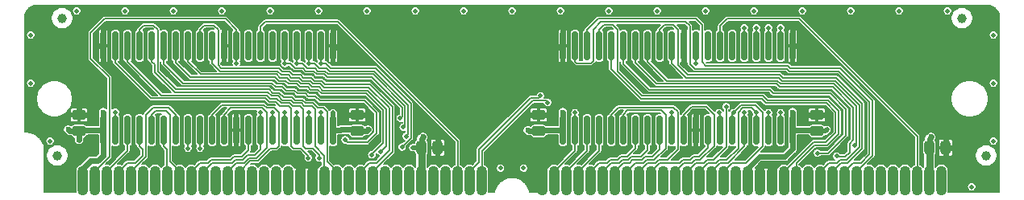
<source format=gtl>
G04 #@! TF.GenerationSoftware,KiCad,Pcbnew,(5.1.10-1-10_14)*
G04 #@! TF.CreationDate,2021-07-01T18:54:56-04:00*
G04 #@! TF.ProjectId,MacVRAMSIMM,4d616356-5241-44d5-9349-4d4d2e6b6963,1.0*
G04 #@! TF.SameCoordinates,Original*
G04 #@! TF.FileFunction,Copper,L1,Top*
G04 #@! TF.FilePolarity,Positive*
%FSLAX46Y46*%
G04 Gerber Fmt 4.6, Leading zero omitted, Abs format (unit mm)*
G04 Created by KiCad (PCBNEW (5.1.10-1-10_14)) date 2021-07-01 18:54:56*
%MOMM*%
%LPD*%
G01*
G04 APERTURE LIST*
G04 #@! TA.AperFunction,SMDPad,CuDef*
%ADD10C,1.000000*%
G04 #@! TD*
G04 #@! TA.AperFunction,ComponentPad*
%ADD11C,2.000000*%
G04 #@! TD*
G04 #@! TA.AperFunction,ViaPad*
%ADD12C,0.600000*%
G04 #@! TD*
G04 #@! TA.AperFunction,ViaPad*
%ADD13C,0.500000*%
G04 #@! TD*
G04 #@! TA.AperFunction,ViaPad*
%ADD14C,0.508000*%
G04 #@! TD*
G04 #@! TA.AperFunction,Conductor*
%ADD15C,0.600000*%
G04 #@! TD*
G04 #@! TA.AperFunction,Conductor*
%ADD16C,0.500000*%
G04 #@! TD*
G04 #@! TA.AperFunction,Conductor*
%ADD17C,0.800000*%
G04 #@! TD*
G04 #@! TA.AperFunction,Conductor*
%ADD18C,0.150000*%
G04 #@! TD*
G04 #@! TA.AperFunction,Conductor*
%ADD19C,1.000000*%
G04 #@! TD*
G04 #@! TA.AperFunction,Conductor*
%ADD20C,0.154000*%
G04 #@! TD*
G04 #@! TA.AperFunction,Conductor*
%ADD21C,0.100000*%
G04 #@! TD*
G04 APERTURE END LIST*
G04 #@! TA.AperFunction,ComponentPad*
G36*
G01*
X165214300Y-127218440D02*
X165214300Y-125003560D01*
G75*
G02*
X165630860Y-124587000I416560J0D01*
G01*
X165839140Y-124587000D01*
G75*
G02*
X166255700Y-125003560I0J-416560D01*
G01*
X166255700Y-127218440D01*
G75*
G02*
X165839140Y-127635000I-416560J0D01*
G01*
X165630860Y-127635000D01*
G75*
G02*
X165214300Y-127218440I0J416560D01*
G01*
G37*
G04 #@! TD.AperFunction*
G04 #@! TA.AperFunction,ComponentPad*
G36*
G01*
X163944300Y-127218440D02*
X163944300Y-125003560D01*
G75*
G02*
X164360860Y-124587000I416560J0D01*
G01*
X164569140Y-124587000D01*
G75*
G02*
X164985700Y-125003560I0J-416560D01*
G01*
X164985700Y-127218440D01*
G75*
G02*
X164569140Y-127635000I-416560J0D01*
G01*
X164360860Y-127635000D01*
G75*
G02*
X163944300Y-127218440I0J416560D01*
G01*
G37*
G04 #@! TD.AperFunction*
G04 #@! TA.AperFunction,ComponentPad*
G36*
G01*
X162674300Y-127218440D02*
X162674300Y-125003560D01*
G75*
G02*
X163090860Y-124587000I416560J0D01*
G01*
X163299140Y-124587000D01*
G75*
G02*
X163715700Y-125003560I0J-416560D01*
G01*
X163715700Y-127218440D01*
G75*
G02*
X163299140Y-127635000I-416560J0D01*
G01*
X163090860Y-127635000D01*
G75*
G02*
X162674300Y-127218440I0J416560D01*
G01*
G37*
G04 #@! TD.AperFunction*
G04 #@! TA.AperFunction,ComponentPad*
G36*
G01*
X161404300Y-127218440D02*
X161404300Y-125003560D01*
G75*
G02*
X161820860Y-124587000I416560J0D01*
G01*
X162029140Y-124587000D01*
G75*
G02*
X162445700Y-125003560I0J-416560D01*
G01*
X162445700Y-127218440D01*
G75*
G02*
X162029140Y-127635000I-416560J0D01*
G01*
X161820860Y-127635000D01*
G75*
G02*
X161404300Y-127218440I0J416560D01*
G01*
G37*
G04 #@! TD.AperFunction*
G04 #@! TA.AperFunction,ComponentPad*
G36*
G01*
X160134300Y-127218440D02*
X160134300Y-125003560D01*
G75*
G02*
X160550860Y-124587000I416560J0D01*
G01*
X160759140Y-124587000D01*
G75*
G02*
X161175700Y-125003560I0J-416560D01*
G01*
X161175700Y-127218440D01*
G75*
G02*
X160759140Y-127635000I-416560J0D01*
G01*
X160550860Y-127635000D01*
G75*
G02*
X160134300Y-127218440I0J416560D01*
G01*
G37*
G04 #@! TD.AperFunction*
G04 #@! TA.AperFunction,ComponentPad*
G36*
G01*
X158864300Y-127218440D02*
X158864300Y-125003560D01*
G75*
G02*
X159280860Y-124587000I416560J0D01*
G01*
X159489140Y-124587000D01*
G75*
G02*
X159905700Y-125003560I0J-416560D01*
G01*
X159905700Y-127218440D01*
G75*
G02*
X159489140Y-127635000I-416560J0D01*
G01*
X159280860Y-127635000D01*
G75*
G02*
X158864300Y-127218440I0J416560D01*
G01*
G37*
G04 #@! TD.AperFunction*
G04 #@! TA.AperFunction,ComponentPad*
G36*
G01*
X157594300Y-127218440D02*
X157594300Y-125003560D01*
G75*
G02*
X158010860Y-124587000I416560J0D01*
G01*
X158219140Y-124587000D01*
G75*
G02*
X158635700Y-125003560I0J-416560D01*
G01*
X158635700Y-127218440D01*
G75*
G02*
X158219140Y-127635000I-416560J0D01*
G01*
X158010860Y-127635000D01*
G75*
G02*
X157594300Y-127218440I0J416560D01*
G01*
G37*
G04 #@! TD.AperFunction*
G04 #@! TA.AperFunction,ComponentPad*
G36*
G01*
X156324300Y-127218440D02*
X156324300Y-125003560D01*
G75*
G02*
X156740860Y-124587000I416560J0D01*
G01*
X156949140Y-124587000D01*
G75*
G02*
X157365700Y-125003560I0J-416560D01*
G01*
X157365700Y-127218440D01*
G75*
G02*
X156949140Y-127635000I-416560J0D01*
G01*
X156740860Y-127635000D01*
G75*
G02*
X156324300Y-127218440I0J416560D01*
G01*
G37*
G04 #@! TD.AperFunction*
G04 #@! TA.AperFunction,ComponentPad*
G36*
G01*
X155054300Y-127218440D02*
X155054300Y-125003560D01*
G75*
G02*
X155470860Y-124587000I416560J0D01*
G01*
X155679140Y-124587000D01*
G75*
G02*
X156095700Y-125003560I0J-416560D01*
G01*
X156095700Y-127218440D01*
G75*
G02*
X155679140Y-127635000I-416560J0D01*
G01*
X155470860Y-127635000D01*
G75*
G02*
X155054300Y-127218440I0J416560D01*
G01*
G37*
G04 #@! TD.AperFunction*
G04 #@! TA.AperFunction,ComponentPad*
G36*
G01*
X153784300Y-127218440D02*
X153784300Y-125003560D01*
G75*
G02*
X154200860Y-124587000I416560J0D01*
G01*
X154409140Y-124587000D01*
G75*
G02*
X154825700Y-125003560I0J-416560D01*
G01*
X154825700Y-127218440D01*
G75*
G02*
X154409140Y-127635000I-416560J0D01*
G01*
X154200860Y-127635000D01*
G75*
G02*
X153784300Y-127218440I0J416560D01*
G01*
G37*
G04 #@! TD.AperFunction*
G04 #@! TA.AperFunction,ComponentPad*
G36*
G01*
X152514300Y-127218440D02*
X152514300Y-125003560D01*
G75*
G02*
X152930860Y-124587000I416560J0D01*
G01*
X153139140Y-124587000D01*
G75*
G02*
X153555700Y-125003560I0J-416560D01*
G01*
X153555700Y-127218440D01*
G75*
G02*
X153139140Y-127635000I-416560J0D01*
G01*
X152930860Y-127635000D01*
G75*
G02*
X152514300Y-127218440I0J416560D01*
G01*
G37*
G04 #@! TD.AperFunction*
G04 #@! TA.AperFunction,ComponentPad*
G36*
G01*
X151244300Y-127218440D02*
X151244300Y-125003560D01*
G75*
G02*
X151660860Y-124587000I416560J0D01*
G01*
X151869140Y-124587000D01*
G75*
G02*
X152285700Y-125003560I0J-416560D01*
G01*
X152285700Y-127218440D01*
G75*
G02*
X151869140Y-127635000I-416560J0D01*
G01*
X151660860Y-127635000D01*
G75*
G02*
X151244300Y-127218440I0J416560D01*
G01*
G37*
G04 #@! TD.AperFunction*
G04 #@! TA.AperFunction,ComponentPad*
G36*
G01*
X149974300Y-127218440D02*
X149974300Y-125003560D01*
G75*
G02*
X150390860Y-124587000I416560J0D01*
G01*
X150599140Y-124587000D01*
G75*
G02*
X151015700Y-125003560I0J-416560D01*
G01*
X151015700Y-127218440D01*
G75*
G02*
X150599140Y-127635000I-416560J0D01*
G01*
X150390860Y-127635000D01*
G75*
G02*
X149974300Y-127218440I0J416560D01*
G01*
G37*
G04 #@! TD.AperFunction*
G04 #@! TA.AperFunction,ComponentPad*
G36*
G01*
X148704300Y-127218440D02*
X148704300Y-125003560D01*
G75*
G02*
X149120860Y-124587000I416560J0D01*
G01*
X149329140Y-124587000D01*
G75*
G02*
X149745700Y-125003560I0J-416560D01*
G01*
X149745700Y-127218440D01*
G75*
G02*
X149329140Y-127635000I-416560J0D01*
G01*
X149120860Y-127635000D01*
G75*
G02*
X148704300Y-127218440I0J416560D01*
G01*
G37*
G04 #@! TD.AperFunction*
G04 #@! TA.AperFunction,ComponentPad*
G36*
G01*
X147434300Y-127218440D02*
X147434300Y-125003560D01*
G75*
G02*
X147850860Y-124587000I416560J0D01*
G01*
X148059140Y-124587000D01*
G75*
G02*
X148475700Y-125003560I0J-416560D01*
G01*
X148475700Y-127218440D01*
G75*
G02*
X148059140Y-127635000I-416560J0D01*
G01*
X147850860Y-127635000D01*
G75*
G02*
X147434300Y-127218440I0J416560D01*
G01*
G37*
G04 #@! TD.AperFunction*
G04 #@! TA.AperFunction,ComponentPad*
G36*
G01*
X146164300Y-127218440D02*
X146164300Y-125003560D01*
G75*
G02*
X146580860Y-124587000I416560J0D01*
G01*
X146789140Y-124587000D01*
G75*
G02*
X147205700Y-125003560I0J-416560D01*
G01*
X147205700Y-127218440D01*
G75*
G02*
X146789140Y-127635000I-416560J0D01*
G01*
X146580860Y-127635000D01*
G75*
G02*
X146164300Y-127218440I0J416560D01*
G01*
G37*
G04 #@! TD.AperFunction*
G04 #@! TA.AperFunction,ComponentPad*
G36*
G01*
X144894300Y-127218440D02*
X144894300Y-125003560D01*
G75*
G02*
X145310860Y-124587000I416560J0D01*
G01*
X145519140Y-124587000D01*
G75*
G02*
X145935700Y-125003560I0J-416560D01*
G01*
X145935700Y-127218440D01*
G75*
G02*
X145519140Y-127635000I-416560J0D01*
G01*
X145310860Y-127635000D01*
G75*
G02*
X144894300Y-127218440I0J416560D01*
G01*
G37*
G04 #@! TD.AperFunction*
G04 #@! TA.AperFunction,ComponentPad*
G36*
G01*
X143624300Y-127218440D02*
X143624300Y-125003560D01*
G75*
G02*
X144040860Y-124587000I416560J0D01*
G01*
X144249140Y-124587000D01*
G75*
G02*
X144665700Y-125003560I0J-416560D01*
G01*
X144665700Y-127218440D01*
G75*
G02*
X144249140Y-127635000I-416560J0D01*
G01*
X144040860Y-127635000D01*
G75*
G02*
X143624300Y-127218440I0J416560D01*
G01*
G37*
G04 #@! TD.AperFunction*
G04 #@! TA.AperFunction,ComponentPad*
G36*
G01*
X142354300Y-127218440D02*
X142354300Y-125003560D01*
G75*
G02*
X142770860Y-124587000I416560J0D01*
G01*
X142979140Y-124587000D01*
G75*
G02*
X143395700Y-125003560I0J-416560D01*
G01*
X143395700Y-127218440D01*
G75*
G02*
X142979140Y-127635000I-416560J0D01*
G01*
X142770860Y-127635000D01*
G75*
G02*
X142354300Y-127218440I0J416560D01*
G01*
G37*
G04 #@! TD.AperFunction*
G04 #@! TA.AperFunction,ComponentPad*
G36*
G01*
X141084300Y-127218440D02*
X141084300Y-125003560D01*
G75*
G02*
X141500860Y-124587000I416560J0D01*
G01*
X141709140Y-124587000D01*
G75*
G02*
X142125700Y-125003560I0J-416560D01*
G01*
X142125700Y-127218440D01*
G75*
G02*
X141709140Y-127635000I-416560J0D01*
G01*
X141500860Y-127635000D01*
G75*
G02*
X141084300Y-127218440I0J416560D01*
G01*
G37*
G04 #@! TD.AperFunction*
G04 #@! TA.AperFunction,ComponentPad*
G36*
G01*
X139814300Y-127218440D02*
X139814300Y-125003560D01*
G75*
G02*
X140230860Y-124587000I416560J0D01*
G01*
X140439140Y-124587000D01*
G75*
G02*
X140855700Y-125003560I0J-416560D01*
G01*
X140855700Y-127218440D01*
G75*
G02*
X140439140Y-127635000I-416560J0D01*
G01*
X140230860Y-127635000D01*
G75*
G02*
X139814300Y-127218440I0J416560D01*
G01*
G37*
G04 #@! TD.AperFunction*
G04 #@! TA.AperFunction,ComponentPad*
G36*
G01*
X138544300Y-127218440D02*
X138544300Y-125003560D01*
G75*
G02*
X138960860Y-124587000I416560J0D01*
G01*
X139169140Y-124587000D01*
G75*
G02*
X139585700Y-125003560I0J-416560D01*
G01*
X139585700Y-127218440D01*
G75*
G02*
X139169140Y-127635000I-416560J0D01*
G01*
X138960860Y-127635000D01*
G75*
G02*
X138544300Y-127218440I0J416560D01*
G01*
G37*
G04 #@! TD.AperFunction*
G04 #@! TA.AperFunction,ComponentPad*
G36*
G01*
X137274300Y-127218440D02*
X137274300Y-125003560D01*
G75*
G02*
X137690860Y-124587000I416560J0D01*
G01*
X137899140Y-124587000D01*
G75*
G02*
X138315700Y-125003560I0J-416560D01*
G01*
X138315700Y-127218440D01*
G75*
G02*
X137899140Y-127635000I-416560J0D01*
G01*
X137690860Y-127635000D01*
G75*
G02*
X137274300Y-127218440I0J416560D01*
G01*
G37*
G04 #@! TD.AperFunction*
G04 #@! TA.AperFunction,ComponentPad*
G36*
G01*
X136004300Y-127218440D02*
X136004300Y-125003560D01*
G75*
G02*
X136420860Y-124587000I416560J0D01*
G01*
X136629140Y-124587000D01*
G75*
G02*
X137045700Y-125003560I0J-416560D01*
G01*
X137045700Y-127218440D01*
G75*
G02*
X136629140Y-127635000I-416560J0D01*
G01*
X136420860Y-127635000D01*
G75*
G02*
X136004300Y-127218440I0J416560D01*
G01*
G37*
G04 #@! TD.AperFunction*
G04 #@! TA.AperFunction,ComponentPad*
G36*
G01*
X134734300Y-127218440D02*
X134734300Y-125003560D01*
G75*
G02*
X135150860Y-124587000I416560J0D01*
G01*
X135359140Y-124587000D01*
G75*
G02*
X135775700Y-125003560I0J-416560D01*
G01*
X135775700Y-127218440D01*
G75*
G02*
X135359140Y-127635000I-416560J0D01*
G01*
X135150860Y-127635000D01*
G75*
G02*
X134734300Y-127218440I0J416560D01*
G01*
G37*
G04 #@! TD.AperFunction*
G04 #@! TA.AperFunction,ComponentPad*
G36*
G01*
X133464300Y-127218440D02*
X133464300Y-125003560D01*
G75*
G02*
X133880860Y-124587000I416560J0D01*
G01*
X134089140Y-124587000D01*
G75*
G02*
X134505700Y-125003560I0J-416560D01*
G01*
X134505700Y-127218440D01*
G75*
G02*
X134089140Y-127635000I-416560J0D01*
G01*
X133880860Y-127635000D01*
G75*
G02*
X133464300Y-127218440I0J416560D01*
G01*
G37*
G04 #@! TD.AperFunction*
G04 #@! TA.AperFunction,ComponentPad*
G36*
G01*
X132194300Y-127218440D02*
X132194300Y-125003560D01*
G75*
G02*
X132610860Y-124587000I416560J0D01*
G01*
X132819140Y-124587000D01*
G75*
G02*
X133235700Y-125003560I0J-416560D01*
G01*
X133235700Y-127218440D01*
G75*
G02*
X132819140Y-127635000I-416560J0D01*
G01*
X132610860Y-127635000D01*
G75*
G02*
X132194300Y-127218440I0J416560D01*
G01*
G37*
G04 #@! TD.AperFunction*
G04 #@! TA.AperFunction,ComponentPad*
G36*
G01*
X130924300Y-127218440D02*
X130924300Y-125003560D01*
G75*
G02*
X131340860Y-124587000I416560J0D01*
G01*
X131549140Y-124587000D01*
G75*
G02*
X131965700Y-125003560I0J-416560D01*
G01*
X131965700Y-127218440D01*
G75*
G02*
X131549140Y-127635000I-416560J0D01*
G01*
X131340860Y-127635000D01*
G75*
G02*
X130924300Y-127218440I0J416560D01*
G01*
G37*
G04 #@! TD.AperFunction*
G04 #@! TA.AperFunction,ComponentPad*
G36*
G01*
X129654300Y-127218440D02*
X129654300Y-125003560D01*
G75*
G02*
X130070860Y-124587000I416560J0D01*
G01*
X130279140Y-124587000D01*
G75*
G02*
X130695700Y-125003560I0J-416560D01*
G01*
X130695700Y-127218440D01*
G75*
G02*
X130279140Y-127635000I-416560J0D01*
G01*
X130070860Y-127635000D01*
G75*
G02*
X129654300Y-127218440I0J416560D01*
G01*
G37*
G04 #@! TD.AperFunction*
G04 #@! TA.AperFunction,ComponentPad*
G36*
G01*
X128384300Y-127218440D02*
X128384300Y-125003560D01*
G75*
G02*
X128800860Y-124587000I416560J0D01*
G01*
X129009140Y-124587000D01*
G75*
G02*
X129425700Y-125003560I0J-416560D01*
G01*
X129425700Y-127218440D01*
G75*
G02*
X129009140Y-127635000I-416560J0D01*
G01*
X128800860Y-127635000D01*
G75*
G02*
X128384300Y-127218440I0J416560D01*
G01*
G37*
G04 #@! TD.AperFunction*
G04 #@! TA.AperFunction,ComponentPad*
G36*
G01*
X127114300Y-127218440D02*
X127114300Y-125003560D01*
G75*
G02*
X127530860Y-124587000I416560J0D01*
G01*
X127739140Y-124587000D01*
G75*
G02*
X128155700Y-125003560I0J-416560D01*
G01*
X128155700Y-127218440D01*
G75*
G02*
X127739140Y-127635000I-416560J0D01*
G01*
X127530860Y-127635000D01*
G75*
G02*
X127114300Y-127218440I0J416560D01*
G01*
G37*
G04 #@! TD.AperFunction*
G04 #@! TA.AperFunction,ComponentPad*
G36*
G01*
X125844300Y-127218440D02*
X125844300Y-125003560D01*
G75*
G02*
X126260860Y-124587000I416560J0D01*
G01*
X126469140Y-124587000D01*
G75*
G02*
X126885700Y-125003560I0J-416560D01*
G01*
X126885700Y-127218440D01*
G75*
G02*
X126469140Y-127635000I-416560J0D01*
G01*
X126260860Y-127635000D01*
G75*
G02*
X125844300Y-127218440I0J416560D01*
G01*
G37*
G04 #@! TD.AperFunction*
G04 #@! TA.AperFunction,ComponentPad*
G36*
G01*
X124574300Y-127218440D02*
X124574300Y-125003560D01*
G75*
G02*
X124990860Y-124587000I416560J0D01*
G01*
X125199140Y-124587000D01*
G75*
G02*
X125615700Y-125003560I0J-416560D01*
G01*
X125615700Y-127218440D01*
G75*
G02*
X125199140Y-127635000I-416560J0D01*
G01*
X124990860Y-127635000D01*
G75*
G02*
X124574300Y-127218440I0J416560D01*
G01*
G37*
G04 #@! TD.AperFunction*
G04 #@! TA.AperFunction,ComponentPad*
G36*
G01*
X123304300Y-127218440D02*
X123304300Y-125003560D01*
G75*
G02*
X123720860Y-124587000I416560J0D01*
G01*
X123929140Y-124587000D01*
G75*
G02*
X124345700Y-125003560I0J-416560D01*
G01*
X124345700Y-127218440D01*
G75*
G02*
X123929140Y-127635000I-416560J0D01*
G01*
X123720860Y-127635000D01*
G75*
G02*
X123304300Y-127218440I0J416560D01*
G01*
G37*
G04 #@! TD.AperFunction*
G04 #@! TA.AperFunction,ComponentPad*
G36*
G01*
X116954300Y-127218440D02*
X116954300Y-125003560D01*
G75*
G02*
X117370860Y-124587000I416560J0D01*
G01*
X117579140Y-124587000D01*
G75*
G02*
X117995700Y-125003560I0J-416560D01*
G01*
X117995700Y-127218440D01*
G75*
G02*
X117579140Y-127635000I-416560J0D01*
G01*
X117370860Y-127635000D01*
G75*
G02*
X116954300Y-127218440I0J416560D01*
G01*
G37*
G04 #@! TD.AperFunction*
G04 #@! TA.AperFunction,ComponentPad*
G36*
G01*
X115684300Y-127218440D02*
X115684300Y-125003560D01*
G75*
G02*
X116100860Y-124587000I416560J0D01*
G01*
X116309140Y-124587000D01*
G75*
G02*
X116725700Y-125003560I0J-416560D01*
G01*
X116725700Y-127218440D01*
G75*
G02*
X116309140Y-127635000I-416560J0D01*
G01*
X116100860Y-127635000D01*
G75*
G02*
X115684300Y-127218440I0J416560D01*
G01*
G37*
G04 #@! TD.AperFunction*
G04 #@! TA.AperFunction,ComponentPad*
G36*
G01*
X114414300Y-127218440D02*
X114414300Y-125003560D01*
G75*
G02*
X114830860Y-124587000I416560J0D01*
G01*
X115039140Y-124587000D01*
G75*
G02*
X115455700Y-125003560I0J-416560D01*
G01*
X115455700Y-127218440D01*
G75*
G02*
X115039140Y-127635000I-416560J0D01*
G01*
X114830860Y-127635000D01*
G75*
G02*
X114414300Y-127218440I0J416560D01*
G01*
G37*
G04 #@! TD.AperFunction*
G04 #@! TA.AperFunction,ComponentPad*
G36*
G01*
X113144300Y-127218440D02*
X113144300Y-125003560D01*
G75*
G02*
X113560860Y-124587000I416560J0D01*
G01*
X113769140Y-124587000D01*
G75*
G02*
X114185700Y-125003560I0J-416560D01*
G01*
X114185700Y-127218440D01*
G75*
G02*
X113769140Y-127635000I-416560J0D01*
G01*
X113560860Y-127635000D01*
G75*
G02*
X113144300Y-127218440I0J416560D01*
G01*
G37*
G04 #@! TD.AperFunction*
G04 #@! TA.AperFunction,ComponentPad*
G36*
G01*
X111874300Y-127218440D02*
X111874300Y-125003560D01*
G75*
G02*
X112290860Y-124587000I416560J0D01*
G01*
X112499140Y-124587000D01*
G75*
G02*
X112915700Y-125003560I0J-416560D01*
G01*
X112915700Y-127218440D01*
G75*
G02*
X112499140Y-127635000I-416560J0D01*
G01*
X112290860Y-127635000D01*
G75*
G02*
X111874300Y-127218440I0J416560D01*
G01*
G37*
G04 #@! TD.AperFunction*
G04 #@! TA.AperFunction,ComponentPad*
G36*
G01*
X110604300Y-127218440D02*
X110604300Y-125003560D01*
G75*
G02*
X111020860Y-124587000I416560J0D01*
G01*
X111229140Y-124587000D01*
G75*
G02*
X111645700Y-125003560I0J-416560D01*
G01*
X111645700Y-127218440D01*
G75*
G02*
X111229140Y-127635000I-416560J0D01*
G01*
X111020860Y-127635000D01*
G75*
G02*
X110604300Y-127218440I0J416560D01*
G01*
G37*
G04 #@! TD.AperFunction*
G04 #@! TA.AperFunction,ComponentPad*
G36*
G01*
X109334300Y-127218440D02*
X109334300Y-125003560D01*
G75*
G02*
X109750860Y-124587000I416560J0D01*
G01*
X109959140Y-124587000D01*
G75*
G02*
X110375700Y-125003560I0J-416560D01*
G01*
X110375700Y-127218440D01*
G75*
G02*
X109959140Y-127635000I-416560J0D01*
G01*
X109750860Y-127635000D01*
G75*
G02*
X109334300Y-127218440I0J416560D01*
G01*
G37*
G04 #@! TD.AperFunction*
G04 #@! TA.AperFunction,ComponentPad*
G36*
G01*
X108064300Y-127218440D02*
X108064300Y-125003560D01*
G75*
G02*
X108480860Y-124587000I416560J0D01*
G01*
X108689140Y-124587000D01*
G75*
G02*
X109105700Y-125003560I0J-416560D01*
G01*
X109105700Y-127218440D01*
G75*
G02*
X108689140Y-127635000I-416560J0D01*
G01*
X108480860Y-127635000D01*
G75*
G02*
X108064300Y-127218440I0J416560D01*
G01*
G37*
G04 #@! TD.AperFunction*
G04 #@! TA.AperFunction,ComponentPad*
G36*
G01*
X106794300Y-127218440D02*
X106794300Y-125003560D01*
G75*
G02*
X107210860Y-124587000I416560J0D01*
G01*
X107419140Y-124587000D01*
G75*
G02*
X107835700Y-125003560I0J-416560D01*
G01*
X107835700Y-127218440D01*
G75*
G02*
X107419140Y-127635000I-416560J0D01*
G01*
X107210860Y-127635000D01*
G75*
G02*
X106794300Y-127218440I0J416560D01*
G01*
G37*
G04 #@! TD.AperFunction*
G04 #@! TA.AperFunction,ComponentPad*
G36*
G01*
X105524300Y-127218440D02*
X105524300Y-125003560D01*
G75*
G02*
X105940860Y-124587000I416560J0D01*
G01*
X106149140Y-124587000D01*
G75*
G02*
X106565700Y-125003560I0J-416560D01*
G01*
X106565700Y-127218440D01*
G75*
G02*
X106149140Y-127635000I-416560J0D01*
G01*
X105940860Y-127635000D01*
G75*
G02*
X105524300Y-127218440I0J416560D01*
G01*
G37*
G04 #@! TD.AperFunction*
G04 #@! TA.AperFunction,ComponentPad*
G36*
G01*
X104254300Y-127218440D02*
X104254300Y-125003560D01*
G75*
G02*
X104670860Y-124587000I416560J0D01*
G01*
X104879140Y-124587000D01*
G75*
G02*
X105295700Y-125003560I0J-416560D01*
G01*
X105295700Y-127218440D01*
G75*
G02*
X104879140Y-127635000I-416560J0D01*
G01*
X104670860Y-127635000D01*
G75*
G02*
X104254300Y-127218440I0J416560D01*
G01*
G37*
G04 #@! TD.AperFunction*
G04 #@! TA.AperFunction,ComponentPad*
G36*
G01*
X102984300Y-127218440D02*
X102984300Y-125003560D01*
G75*
G02*
X103400860Y-124587000I416560J0D01*
G01*
X103609140Y-124587000D01*
G75*
G02*
X104025700Y-125003560I0J-416560D01*
G01*
X104025700Y-127218440D01*
G75*
G02*
X103609140Y-127635000I-416560J0D01*
G01*
X103400860Y-127635000D01*
G75*
G02*
X102984300Y-127218440I0J416560D01*
G01*
G37*
G04 #@! TD.AperFunction*
G04 #@! TA.AperFunction,ComponentPad*
G36*
G01*
X101714300Y-127218440D02*
X101714300Y-125003560D01*
G75*
G02*
X102130860Y-124587000I416560J0D01*
G01*
X102339140Y-124587000D01*
G75*
G02*
X102755700Y-125003560I0J-416560D01*
G01*
X102755700Y-127218440D01*
G75*
G02*
X102339140Y-127635000I-416560J0D01*
G01*
X102130860Y-127635000D01*
G75*
G02*
X101714300Y-127218440I0J416560D01*
G01*
G37*
G04 #@! TD.AperFunction*
G04 #@! TA.AperFunction,ComponentPad*
G36*
G01*
X100444300Y-127218440D02*
X100444300Y-125003560D01*
G75*
G02*
X100860860Y-124587000I416560J0D01*
G01*
X101069140Y-124587000D01*
G75*
G02*
X101485700Y-125003560I0J-416560D01*
G01*
X101485700Y-127218440D01*
G75*
G02*
X101069140Y-127635000I-416560J0D01*
G01*
X100860860Y-127635000D01*
G75*
G02*
X100444300Y-127218440I0J416560D01*
G01*
G37*
G04 #@! TD.AperFunction*
G04 #@! TA.AperFunction,ComponentPad*
G36*
G01*
X99174300Y-127218440D02*
X99174300Y-125003560D01*
G75*
G02*
X99590860Y-124587000I416560J0D01*
G01*
X99799140Y-124587000D01*
G75*
G02*
X100215700Y-125003560I0J-416560D01*
G01*
X100215700Y-127218440D01*
G75*
G02*
X99799140Y-127635000I-416560J0D01*
G01*
X99590860Y-127635000D01*
G75*
G02*
X99174300Y-127218440I0J416560D01*
G01*
G37*
G04 #@! TD.AperFunction*
G04 #@! TA.AperFunction,ComponentPad*
G36*
G01*
X97904300Y-127218440D02*
X97904300Y-125003560D01*
G75*
G02*
X98320860Y-124587000I416560J0D01*
G01*
X98529140Y-124587000D01*
G75*
G02*
X98945700Y-125003560I0J-416560D01*
G01*
X98945700Y-127218440D01*
G75*
G02*
X98529140Y-127635000I-416560J0D01*
G01*
X98320860Y-127635000D01*
G75*
G02*
X97904300Y-127218440I0J416560D01*
G01*
G37*
G04 #@! TD.AperFunction*
G04 #@! TA.AperFunction,ComponentPad*
G36*
G01*
X96634300Y-127218440D02*
X96634300Y-125003560D01*
G75*
G02*
X97050860Y-124587000I416560J0D01*
G01*
X97259140Y-124587000D01*
G75*
G02*
X97675700Y-125003560I0J-416560D01*
G01*
X97675700Y-127218440D01*
G75*
G02*
X97259140Y-127635000I-416560J0D01*
G01*
X97050860Y-127635000D01*
G75*
G02*
X96634300Y-127218440I0J416560D01*
G01*
G37*
G04 #@! TD.AperFunction*
G04 #@! TA.AperFunction,ComponentPad*
G36*
G01*
X95364300Y-127218440D02*
X95364300Y-125003560D01*
G75*
G02*
X95780860Y-124587000I416560J0D01*
G01*
X95989140Y-124587000D01*
G75*
G02*
X96405700Y-125003560I0J-416560D01*
G01*
X96405700Y-127218440D01*
G75*
G02*
X95989140Y-127635000I-416560J0D01*
G01*
X95780860Y-127635000D01*
G75*
G02*
X95364300Y-127218440I0J416560D01*
G01*
G37*
G04 #@! TD.AperFunction*
G04 #@! TA.AperFunction,ComponentPad*
G36*
G01*
X94094300Y-127218440D02*
X94094300Y-125003560D01*
G75*
G02*
X94510860Y-124587000I416560J0D01*
G01*
X94719140Y-124587000D01*
G75*
G02*
X95135700Y-125003560I0J-416560D01*
G01*
X95135700Y-127218440D01*
G75*
G02*
X94719140Y-127635000I-416560J0D01*
G01*
X94510860Y-127635000D01*
G75*
G02*
X94094300Y-127218440I0J416560D01*
G01*
G37*
G04 #@! TD.AperFunction*
G04 #@! TA.AperFunction,ComponentPad*
G36*
G01*
X92824300Y-127218440D02*
X92824300Y-125003560D01*
G75*
G02*
X93240860Y-124587000I416560J0D01*
G01*
X93449140Y-124587000D01*
G75*
G02*
X93865700Y-125003560I0J-416560D01*
G01*
X93865700Y-127218440D01*
G75*
G02*
X93449140Y-127635000I-416560J0D01*
G01*
X93240860Y-127635000D01*
G75*
G02*
X92824300Y-127218440I0J416560D01*
G01*
G37*
G04 #@! TD.AperFunction*
G04 #@! TA.AperFunction,ComponentPad*
G36*
G01*
X91554300Y-127218440D02*
X91554300Y-125003560D01*
G75*
G02*
X91970860Y-124587000I416560J0D01*
G01*
X92179140Y-124587000D01*
G75*
G02*
X92595700Y-125003560I0J-416560D01*
G01*
X92595700Y-127218440D01*
G75*
G02*
X92179140Y-127635000I-416560J0D01*
G01*
X91970860Y-127635000D01*
G75*
G02*
X91554300Y-127218440I0J416560D01*
G01*
G37*
G04 #@! TD.AperFunction*
G04 #@! TA.AperFunction,ComponentPad*
G36*
G01*
X90284300Y-127218440D02*
X90284300Y-125003560D01*
G75*
G02*
X90700860Y-124587000I416560J0D01*
G01*
X90909140Y-124587000D01*
G75*
G02*
X91325700Y-125003560I0J-416560D01*
G01*
X91325700Y-127218440D01*
G75*
G02*
X90909140Y-127635000I-416560J0D01*
G01*
X90700860Y-127635000D01*
G75*
G02*
X90284300Y-127218440I0J416560D01*
G01*
G37*
G04 #@! TD.AperFunction*
G04 #@! TA.AperFunction,ComponentPad*
G36*
G01*
X89014300Y-127218440D02*
X89014300Y-125003560D01*
G75*
G02*
X89430860Y-124587000I416560J0D01*
G01*
X89639140Y-124587000D01*
G75*
G02*
X90055700Y-125003560I0J-416560D01*
G01*
X90055700Y-127218440D01*
G75*
G02*
X89639140Y-127635000I-416560J0D01*
G01*
X89430860Y-127635000D01*
G75*
G02*
X89014300Y-127218440I0J416560D01*
G01*
G37*
G04 #@! TD.AperFunction*
G04 #@! TA.AperFunction,ComponentPad*
G36*
G01*
X87744300Y-127218440D02*
X87744300Y-125003560D01*
G75*
G02*
X88160860Y-124587000I416560J0D01*
G01*
X88369140Y-124587000D01*
G75*
G02*
X88785700Y-125003560I0J-416560D01*
G01*
X88785700Y-127218440D01*
G75*
G02*
X88369140Y-127635000I-416560J0D01*
G01*
X88160860Y-127635000D01*
G75*
G02*
X87744300Y-127218440I0J416560D01*
G01*
G37*
G04 #@! TD.AperFunction*
G04 #@! TA.AperFunction,ComponentPad*
G36*
G01*
X86474300Y-127218440D02*
X86474300Y-125003560D01*
G75*
G02*
X86890860Y-124587000I416560J0D01*
G01*
X87099140Y-124587000D01*
G75*
G02*
X87515700Y-125003560I0J-416560D01*
G01*
X87515700Y-127218440D01*
G75*
G02*
X87099140Y-127635000I-416560J0D01*
G01*
X86890860Y-127635000D01*
G75*
G02*
X86474300Y-127218440I0J416560D01*
G01*
G37*
G04 #@! TD.AperFunction*
G04 #@! TA.AperFunction,ComponentPad*
G36*
G01*
X85204300Y-127218440D02*
X85204300Y-125003560D01*
G75*
G02*
X85620860Y-124587000I416560J0D01*
G01*
X85829140Y-124587000D01*
G75*
G02*
X86245700Y-125003560I0J-416560D01*
G01*
X86245700Y-127218440D01*
G75*
G02*
X85829140Y-127635000I-416560J0D01*
G01*
X85620860Y-127635000D01*
G75*
G02*
X85204300Y-127218440I0J416560D01*
G01*
G37*
G04 #@! TD.AperFunction*
G04 #@! TA.AperFunction,ComponentPad*
G36*
G01*
X83934300Y-127218440D02*
X83934300Y-125003560D01*
G75*
G02*
X84350860Y-124587000I416560J0D01*
G01*
X84559140Y-124587000D01*
G75*
G02*
X84975700Y-125003560I0J-416560D01*
G01*
X84975700Y-127218440D01*
G75*
G02*
X84559140Y-127635000I-416560J0D01*
G01*
X84350860Y-127635000D01*
G75*
G02*
X83934300Y-127218440I0J416560D01*
G01*
G37*
G04 #@! TD.AperFunction*
G04 #@! TA.AperFunction,ComponentPad*
G36*
G01*
X82664300Y-127218440D02*
X82664300Y-125003560D01*
G75*
G02*
X83080860Y-124587000I416560J0D01*
G01*
X83289140Y-124587000D01*
G75*
G02*
X83705700Y-125003560I0J-416560D01*
G01*
X83705700Y-127218440D01*
G75*
G02*
X83289140Y-127635000I-416560J0D01*
G01*
X83080860Y-127635000D01*
G75*
G02*
X82664300Y-127218440I0J416560D01*
G01*
G37*
G04 #@! TD.AperFunction*
G04 #@! TA.AperFunction,ComponentPad*
G36*
G01*
X81394300Y-127218440D02*
X81394300Y-125003560D01*
G75*
G02*
X81810860Y-124587000I416560J0D01*
G01*
X82019140Y-124587000D01*
G75*
G02*
X82435700Y-125003560I0J-416560D01*
G01*
X82435700Y-127218440D01*
G75*
G02*
X82019140Y-127635000I-416560J0D01*
G01*
X81810860Y-127635000D01*
G75*
G02*
X81394300Y-127218440I0J416560D01*
G01*
G37*
G04 #@! TD.AperFunction*
G04 #@! TA.AperFunction,ComponentPad*
G36*
G01*
X80124300Y-127218440D02*
X80124300Y-125003560D01*
G75*
G02*
X80540860Y-124587000I416560J0D01*
G01*
X80749140Y-124587000D01*
G75*
G02*
X81165700Y-125003560I0J-416560D01*
G01*
X81165700Y-127218440D01*
G75*
G02*
X80749140Y-127635000I-416560J0D01*
G01*
X80540860Y-127635000D01*
G75*
G02*
X80124300Y-127218440I0J416560D01*
G01*
G37*
G04 #@! TD.AperFunction*
G04 #@! TA.AperFunction,ComponentPad*
G36*
G01*
X78854300Y-127218440D02*
X78854300Y-125003560D01*
G75*
G02*
X79270860Y-124587000I416560J0D01*
G01*
X79479140Y-124587000D01*
G75*
G02*
X79895700Y-125003560I0J-416560D01*
G01*
X79895700Y-127218440D01*
G75*
G02*
X79479140Y-127635000I-416560J0D01*
G01*
X79270860Y-127635000D01*
G75*
G02*
X78854300Y-127218440I0J416560D01*
G01*
G37*
G04 #@! TD.AperFunction*
G04 #@! TA.AperFunction,ComponentPad*
G36*
G01*
X77584300Y-127218440D02*
X77584300Y-125003560D01*
G75*
G02*
X78000860Y-124587000I416560J0D01*
G01*
X78209140Y-124587000D01*
G75*
G02*
X78625700Y-125003560I0J-416560D01*
G01*
X78625700Y-127218440D01*
G75*
G02*
X78209140Y-127635000I-416560J0D01*
G01*
X78000860Y-127635000D01*
G75*
G02*
X77584300Y-127218440I0J416560D01*
G01*
G37*
G04 #@! TD.AperFunction*
G04 #@! TA.AperFunction,ComponentPad*
G36*
G01*
X76314300Y-127218440D02*
X76314300Y-125003560D01*
G75*
G02*
X76730860Y-124587000I416560J0D01*
G01*
X76939140Y-124587000D01*
G75*
G02*
X77355700Y-125003560I0J-416560D01*
G01*
X77355700Y-127218440D01*
G75*
G02*
X76939140Y-127635000I-416560J0D01*
G01*
X76730860Y-127635000D01*
G75*
G02*
X76314300Y-127218440I0J416560D01*
G01*
G37*
G04 #@! TD.AperFunction*
G04 #@! TA.AperFunction,ComponentPad*
G36*
G01*
X75044300Y-127218440D02*
X75044300Y-125003560D01*
G75*
G02*
X75460860Y-124587000I416560J0D01*
G01*
X75669140Y-124587000D01*
G75*
G02*
X76085700Y-125003560I0J-416560D01*
G01*
X76085700Y-127218440D01*
G75*
G02*
X75669140Y-127635000I-416560J0D01*
G01*
X75460860Y-127635000D01*
G75*
G02*
X75044300Y-127218440I0J416560D01*
G01*
G37*
G04 #@! TD.AperFunction*
G04 #@! TA.AperFunction,SMDPad,CuDef*
G36*
G01*
X163940000Y-123056000D02*
X163940000Y-122181000D01*
G75*
G02*
X164202500Y-121918500I262500J0D01*
G01*
X164727500Y-121918500D01*
G75*
G02*
X164990000Y-122181000I0J-262500D01*
G01*
X164990000Y-123056000D01*
G75*
G02*
X164727500Y-123318500I-262500J0D01*
G01*
X164202500Y-123318500D01*
G75*
G02*
X163940000Y-123056000I0J262500D01*
G01*
G37*
G04 #@! TD.AperFunction*
G04 #@! TA.AperFunction,SMDPad,CuDef*
G36*
G01*
X165640000Y-123056000D02*
X165640000Y-122181000D01*
G75*
G02*
X165902500Y-121918500I262500J0D01*
G01*
X166427500Y-121918500D01*
G75*
G02*
X166690000Y-122181000I0J-262500D01*
G01*
X166690000Y-123056000D01*
G75*
G02*
X166427500Y-123318500I-262500J0D01*
G01*
X165902500Y-123318500D01*
G75*
G02*
X165640000Y-123056000I0J262500D01*
G01*
G37*
G04 #@! TD.AperFunction*
G04 #@! TA.AperFunction,SMDPad,CuDef*
G36*
G01*
X112300000Y-123056000D02*
X112300000Y-122181000D01*
G75*
G02*
X112562500Y-121918500I262500J0D01*
G01*
X113087500Y-121918500D01*
G75*
G02*
X113350000Y-122181000I0J-262500D01*
G01*
X113350000Y-123056000D01*
G75*
G02*
X113087500Y-123318500I-262500J0D01*
G01*
X112562500Y-123318500D01*
G75*
G02*
X112300000Y-123056000I0J262500D01*
G01*
G37*
G04 #@! TD.AperFunction*
G04 #@! TA.AperFunction,SMDPad,CuDef*
G36*
G01*
X110600000Y-123056000D02*
X110600000Y-122181000D01*
G75*
G02*
X110862500Y-121918500I262500J0D01*
G01*
X111387500Y-121918500D01*
G75*
G02*
X111650000Y-122181000I0J-262500D01*
G01*
X111650000Y-123056000D01*
G75*
G02*
X111387500Y-123318500I-262500J0D01*
G01*
X110862500Y-123318500D01*
G75*
G02*
X110600000Y-123056000I0J262500D01*
G01*
G37*
G04 #@! TD.AperFunction*
G04 #@! TA.AperFunction,SMDPad,CuDef*
G36*
G01*
X75621500Y-121390000D02*
X74746500Y-121390000D01*
G75*
G02*
X74484000Y-121127500I0J262500D01*
G01*
X74484000Y-120602500D01*
G75*
G02*
X74746500Y-120340000I262500J0D01*
G01*
X75621500Y-120340000D01*
G75*
G02*
X75884000Y-120602500I0J-262500D01*
G01*
X75884000Y-121127500D01*
G75*
G02*
X75621500Y-121390000I-262500J0D01*
G01*
G37*
G04 #@! TD.AperFunction*
G04 #@! TA.AperFunction,SMDPad,CuDef*
G36*
G01*
X75621500Y-119690000D02*
X74746500Y-119690000D01*
G75*
G02*
X74484000Y-119427500I0J262500D01*
G01*
X74484000Y-118902500D01*
G75*
G02*
X74746500Y-118640000I262500J0D01*
G01*
X75621500Y-118640000D01*
G75*
G02*
X75884000Y-118902500I0J-262500D01*
G01*
X75884000Y-119427500D01*
G75*
G02*
X75621500Y-119690000I-262500J0D01*
G01*
G37*
G04 #@! TD.AperFunction*
G04 #@! TA.AperFunction,SMDPad,CuDef*
G36*
G01*
X153091500Y-119690000D02*
X152216500Y-119690000D01*
G75*
G02*
X151954000Y-119427500I0J262500D01*
G01*
X151954000Y-118902500D01*
G75*
G02*
X152216500Y-118640000I262500J0D01*
G01*
X153091500Y-118640000D01*
G75*
G02*
X153354000Y-118902500I0J-262500D01*
G01*
X153354000Y-119427500D01*
G75*
G02*
X153091500Y-119690000I-262500J0D01*
G01*
G37*
G04 #@! TD.AperFunction*
G04 #@! TA.AperFunction,SMDPad,CuDef*
G36*
G01*
X153091500Y-121390000D02*
X152216500Y-121390000D01*
G75*
G02*
X151954000Y-121127500I0J262500D01*
G01*
X151954000Y-120602500D01*
G75*
G02*
X152216500Y-120340000I262500J0D01*
G01*
X153091500Y-120340000D01*
G75*
G02*
X153354000Y-120602500I0J-262500D01*
G01*
X153354000Y-121127500D01*
G75*
G02*
X153091500Y-121390000I-262500J0D01*
G01*
G37*
G04 #@! TD.AperFunction*
G04 #@! TA.AperFunction,SMDPad,CuDef*
G36*
G01*
X123881500Y-119690000D02*
X123006500Y-119690000D01*
G75*
G02*
X122744000Y-119427500I0J262500D01*
G01*
X122744000Y-118902500D01*
G75*
G02*
X123006500Y-118640000I262500J0D01*
G01*
X123881500Y-118640000D01*
G75*
G02*
X124144000Y-118902500I0J-262500D01*
G01*
X124144000Y-119427500D01*
G75*
G02*
X123881500Y-119690000I-262500J0D01*
G01*
G37*
G04 #@! TD.AperFunction*
G04 #@! TA.AperFunction,SMDPad,CuDef*
G36*
G01*
X123881500Y-121390000D02*
X123006500Y-121390000D01*
G75*
G02*
X122744000Y-121127500I0J262500D01*
G01*
X122744000Y-120602500D01*
G75*
G02*
X123006500Y-120340000I262500J0D01*
G01*
X123881500Y-120340000D01*
G75*
G02*
X124144000Y-120602500I0J-262500D01*
G01*
X124144000Y-121127500D01*
G75*
G02*
X123881500Y-121390000I-262500J0D01*
G01*
G37*
G04 #@! TD.AperFunction*
D10*
X72898000Y-123444000D03*
X170434000Y-123444000D03*
X167894000Y-108966000D03*
X73406000Y-108966000D03*
D11*
X72898000Y-125984000D03*
X170434000Y-125984000D03*
X70866000Y-108966000D03*
X170434000Y-108966000D03*
G04 #@! TA.AperFunction,SMDPad,CuDef*
G36*
G01*
X104831500Y-121390000D02*
X103956500Y-121390000D01*
G75*
G02*
X103694000Y-121127500I0J262500D01*
G01*
X103694000Y-120602500D01*
G75*
G02*
X103956500Y-120340000I262500J0D01*
G01*
X104831500Y-120340000D01*
G75*
G02*
X105094000Y-120602500I0J-262500D01*
G01*
X105094000Y-121127500D01*
G75*
G02*
X104831500Y-121390000I-262500J0D01*
G01*
G37*
G04 #@! TD.AperFunction*
G04 #@! TA.AperFunction,SMDPad,CuDef*
G36*
G01*
X104831500Y-119690000D02*
X103956500Y-119690000D01*
G75*
G02*
X103694000Y-119427500I0J262500D01*
G01*
X103694000Y-118902500D01*
G75*
G02*
X103956500Y-118640000I262500J0D01*
G01*
X104831500Y-118640000D01*
G75*
G02*
X105094000Y-118902500I0J-262500D01*
G01*
X105094000Y-119427500D01*
G75*
G02*
X104831500Y-119690000I-262500J0D01*
G01*
G37*
G04 #@! TD.AperFunction*
G04 #@! TA.AperFunction,SMDPad,CuDef*
G36*
G01*
X79144000Y-113411000D02*
X78844000Y-113411000D01*
G75*
G02*
X78694000Y-113261000I0J150000D01*
G01*
X78694000Y-110513000D01*
G75*
G02*
X78844000Y-110363000I150000J0D01*
G01*
X79144000Y-110363000D01*
G75*
G02*
X79294000Y-110513000I0J-150000D01*
G01*
X79294000Y-113261000D01*
G75*
G02*
X79144000Y-113411000I-150000J0D01*
G01*
G37*
G04 #@! TD.AperFunction*
G04 #@! TA.AperFunction,SMDPad,CuDef*
G36*
G01*
X77874000Y-113411000D02*
X77574000Y-113411000D01*
G75*
G02*
X77424000Y-113261000I0J150000D01*
G01*
X77424000Y-110513000D01*
G75*
G02*
X77574000Y-110363000I150000J0D01*
G01*
X77874000Y-110363000D01*
G75*
G02*
X78024000Y-110513000I0J-150000D01*
G01*
X78024000Y-113261000D01*
G75*
G02*
X77874000Y-113411000I-150000J0D01*
G01*
G37*
G04 #@! TD.AperFunction*
G04 #@! TA.AperFunction,SMDPad,CuDef*
G36*
G01*
X80414000Y-113411000D02*
X80114000Y-113411000D01*
G75*
G02*
X79964000Y-113261000I0J150000D01*
G01*
X79964000Y-110513000D01*
G75*
G02*
X80114000Y-110363000I150000J0D01*
G01*
X80414000Y-110363000D01*
G75*
G02*
X80564000Y-110513000I0J-150000D01*
G01*
X80564000Y-113261000D01*
G75*
G02*
X80414000Y-113411000I-150000J0D01*
G01*
G37*
G04 #@! TD.AperFunction*
G04 #@! TA.AperFunction,SMDPad,CuDef*
G36*
G01*
X81684000Y-113411000D02*
X81384000Y-113411000D01*
G75*
G02*
X81234000Y-113261000I0J150000D01*
G01*
X81234000Y-110513000D01*
G75*
G02*
X81384000Y-110363000I150000J0D01*
G01*
X81684000Y-110363000D01*
G75*
G02*
X81834000Y-110513000I0J-150000D01*
G01*
X81834000Y-113261000D01*
G75*
G02*
X81684000Y-113411000I-150000J0D01*
G01*
G37*
G04 #@! TD.AperFunction*
G04 #@! TA.AperFunction,SMDPad,CuDef*
G36*
G01*
X85494000Y-113411000D02*
X85194000Y-113411000D01*
G75*
G02*
X85044000Y-113261000I0J150000D01*
G01*
X85044000Y-110513000D01*
G75*
G02*
X85194000Y-110363000I150000J0D01*
G01*
X85494000Y-110363000D01*
G75*
G02*
X85644000Y-110513000I0J-150000D01*
G01*
X85644000Y-113261000D01*
G75*
G02*
X85494000Y-113411000I-150000J0D01*
G01*
G37*
G04 #@! TD.AperFunction*
G04 #@! TA.AperFunction,SMDPad,CuDef*
G36*
G01*
X86764000Y-113411000D02*
X86464000Y-113411000D01*
G75*
G02*
X86314000Y-113261000I0J150000D01*
G01*
X86314000Y-110513000D01*
G75*
G02*
X86464000Y-110363000I150000J0D01*
G01*
X86764000Y-110363000D01*
G75*
G02*
X86914000Y-110513000I0J-150000D01*
G01*
X86914000Y-113261000D01*
G75*
G02*
X86764000Y-113411000I-150000J0D01*
G01*
G37*
G04 #@! TD.AperFunction*
G04 #@! TA.AperFunction,SMDPad,CuDef*
G36*
G01*
X88034000Y-113411000D02*
X87734000Y-113411000D01*
G75*
G02*
X87584000Y-113261000I0J150000D01*
G01*
X87584000Y-110513000D01*
G75*
G02*
X87734000Y-110363000I150000J0D01*
G01*
X88034000Y-110363000D01*
G75*
G02*
X88184000Y-110513000I0J-150000D01*
G01*
X88184000Y-113261000D01*
G75*
G02*
X88034000Y-113411000I-150000J0D01*
G01*
G37*
G04 #@! TD.AperFunction*
G04 #@! TA.AperFunction,SMDPad,CuDef*
G36*
G01*
X89304000Y-113411000D02*
X89004000Y-113411000D01*
G75*
G02*
X88854000Y-113261000I0J150000D01*
G01*
X88854000Y-110513000D01*
G75*
G02*
X89004000Y-110363000I150000J0D01*
G01*
X89304000Y-110363000D01*
G75*
G02*
X89454000Y-110513000I0J-150000D01*
G01*
X89454000Y-113261000D01*
G75*
G02*
X89304000Y-113411000I-150000J0D01*
G01*
G37*
G04 #@! TD.AperFunction*
G04 #@! TA.AperFunction,SMDPad,CuDef*
G36*
G01*
X90574000Y-113411000D02*
X90274000Y-113411000D01*
G75*
G02*
X90124000Y-113261000I0J150000D01*
G01*
X90124000Y-110513000D01*
G75*
G02*
X90274000Y-110363000I150000J0D01*
G01*
X90574000Y-110363000D01*
G75*
G02*
X90724000Y-110513000I0J-150000D01*
G01*
X90724000Y-113261000D01*
G75*
G02*
X90574000Y-113411000I-150000J0D01*
G01*
G37*
G04 #@! TD.AperFunction*
G04 #@! TA.AperFunction,SMDPad,CuDef*
G36*
G01*
X91844000Y-113411000D02*
X91544000Y-113411000D01*
G75*
G02*
X91394000Y-113261000I0J150000D01*
G01*
X91394000Y-110513000D01*
G75*
G02*
X91544000Y-110363000I150000J0D01*
G01*
X91844000Y-110363000D01*
G75*
G02*
X91994000Y-110513000I0J-150000D01*
G01*
X91994000Y-113261000D01*
G75*
G02*
X91844000Y-113411000I-150000J0D01*
G01*
G37*
G04 #@! TD.AperFunction*
G04 #@! TA.AperFunction,SMDPad,CuDef*
G36*
G01*
X84224000Y-113411000D02*
X83924000Y-113411000D01*
G75*
G02*
X83774000Y-113261000I0J150000D01*
G01*
X83774000Y-110513000D01*
G75*
G02*
X83924000Y-110363000I150000J0D01*
G01*
X84224000Y-110363000D01*
G75*
G02*
X84374000Y-110513000I0J-150000D01*
G01*
X84374000Y-113261000D01*
G75*
G02*
X84224000Y-113411000I-150000J0D01*
G01*
G37*
G04 #@! TD.AperFunction*
G04 #@! TA.AperFunction,SMDPad,CuDef*
G36*
G01*
X82954000Y-113411000D02*
X82654000Y-113411000D01*
G75*
G02*
X82504000Y-113261000I0J150000D01*
G01*
X82504000Y-110513000D01*
G75*
G02*
X82654000Y-110363000I150000J0D01*
G01*
X82954000Y-110363000D01*
G75*
G02*
X83104000Y-110513000I0J-150000D01*
G01*
X83104000Y-113261000D01*
G75*
G02*
X82954000Y-113411000I-150000J0D01*
G01*
G37*
G04 #@! TD.AperFunction*
G04 #@! TA.AperFunction,SMDPad,CuDef*
G36*
G01*
X102004000Y-122301000D02*
X101704000Y-122301000D01*
G75*
G02*
X101554000Y-122151000I0J150000D01*
G01*
X101554000Y-119403000D01*
G75*
G02*
X101704000Y-119253000I150000J0D01*
G01*
X102004000Y-119253000D01*
G75*
G02*
X102154000Y-119403000I0J-150000D01*
G01*
X102154000Y-122151000D01*
G75*
G02*
X102004000Y-122301000I-150000J0D01*
G01*
G37*
G04 #@! TD.AperFunction*
G04 #@! TA.AperFunction,SMDPad,CuDef*
G36*
G01*
X100734000Y-122301000D02*
X100434000Y-122301000D01*
G75*
G02*
X100284000Y-122151000I0J150000D01*
G01*
X100284000Y-119403000D01*
G75*
G02*
X100434000Y-119253000I150000J0D01*
G01*
X100734000Y-119253000D01*
G75*
G02*
X100884000Y-119403000I0J-150000D01*
G01*
X100884000Y-122151000D01*
G75*
G02*
X100734000Y-122301000I-150000J0D01*
G01*
G37*
G04 #@! TD.AperFunction*
G04 #@! TA.AperFunction,SMDPad,CuDef*
G36*
G01*
X99464000Y-122301000D02*
X99164000Y-122301000D01*
G75*
G02*
X99014000Y-122151000I0J150000D01*
G01*
X99014000Y-119403000D01*
G75*
G02*
X99164000Y-119253000I150000J0D01*
G01*
X99464000Y-119253000D01*
G75*
G02*
X99614000Y-119403000I0J-150000D01*
G01*
X99614000Y-122151000D01*
G75*
G02*
X99464000Y-122301000I-150000J0D01*
G01*
G37*
G04 #@! TD.AperFunction*
G04 #@! TA.AperFunction,SMDPad,CuDef*
G36*
G01*
X98194000Y-122301000D02*
X97894000Y-122301000D01*
G75*
G02*
X97744000Y-122151000I0J150000D01*
G01*
X97744000Y-119403000D01*
G75*
G02*
X97894000Y-119253000I150000J0D01*
G01*
X98194000Y-119253000D01*
G75*
G02*
X98344000Y-119403000I0J-150000D01*
G01*
X98344000Y-122151000D01*
G75*
G02*
X98194000Y-122301000I-150000J0D01*
G01*
G37*
G04 #@! TD.AperFunction*
G04 #@! TA.AperFunction,SMDPad,CuDef*
G36*
G01*
X96924000Y-122301000D02*
X96624000Y-122301000D01*
G75*
G02*
X96474000Y-122151000I0J150000D01*
G01*
X96474000Y-119403000D01*
G75*
G02*
X96624000Y-119253000I150000J0D01*
G01*
X96924000Y-119253000D01*
G75*
G02*
X97074000Y-119403000I0J-150000D01*
G01*
X97074000Y-122151000D01*
G75*
G02*
X96924000Y-122301000I-150000J0D01*
G01*
G37*
G04 #@! TD.AperFunction*
G04 #@! TA.AperFunction,SMDPad,CuDef*
G36*
G01*
X95654000Y-122301000D02*
X95354000Y-122301000D01*
G75*
G02*
X95204000Y-122151000I0J150000D01*
G01*
X95204000Y-119403000D01*
G75*
G02*
X95354000Y-119253000I150000J0D01*
G01*
X95654000Y-119253000D01*
G75*
G02*
X95804000Y-119403000I0J-150000D01*
G01*
X95804000Y-122151000D01*
G75*
G02*
X95654000Y-122301000I-150000J0D01*
G01*
G37*
G04 #@! TD.AperFunction*
G04 #@! TA.AperFunction,SMDPad,CuDef*
G36*
G01*
X85494000Y-122301000D02*
X85194000Y-122301000D01*
G75*
G02*
X85044000Y-122151000I0J150000D01*
G01*
X85044000Y-119403000D01*
G75*
G02*
X85194000Y-119253000I150000J0D01*
G01*
X85494000Y-119253000D01*
G75*
G02*
X85644000Y-119403000I0J-150000D01*
G01*
X85644000Y-122151000D01*
G75*
G02*
X85494000Y-122301000I-150000J0D01*
G01*
G37*
G04 #@! TD.AperFunction*
G04 #@! TA.AperFunction,SMDPad,CuDef*
G36*
G01*
X95654000Y-113411000D02*
X95354000Y-113411000D01*
G75*
G02*
X95204000Y-113261000I0J150000D01*
G01*
X95204000Y-110513000D01*
G75*
G02*
X95354000Y-110363000I150000J0D01*
G01*
X95654000Y-110363000D01*
G75*
G02*
X95804000Y-110513000I0J-150000D01*
G01*
X95804000Y-113261000D01*
G75*
G02*
X95654000Y-113411000I-150000J0D01*
G01*
G37*
G04 #@! TD.AperFunction*
G04 #@! TA.AperFunction,SMDPad,CuDef*
G36*
G01*
X96924000Y-113411000D02*
X96624000Y-113411000D01*
G75*
G02*
X96474000Y-113261000I0J150000D01*
G01*
X96474000Y-110513000D01*
G75*
G02*
X96624000Y-110363000I150000J0D01*
G01*
X96924000Y-110363000D01*
G75*
G02*
X97074000Y-110513000I0J-150000D01*
G01*
X97074000Y-113261000D01*
G75*
G02*
X96924000Y-113411000I-150000J0D01*
G01*
G37*
G04 #@! TD.AperFunction*
G04 #@! TA.AperFunction,SMDPad,CuDef*
G36*
G01*
X98194000Y-113411000D02*
X97894000Y-113411000D01*
G75*
G02*
X97744000Y-113261000I0J150000D01*
G01*
X97744000Y-110513000D01*
G75*
G02*
X97894000Y-110363000I150000J0D01*
G01*
X98194000Y-110363000D01*
G75*
G02*
X98344000Y-110513000I0J-150000D01*
G01*
X98344000Y-113261000D01*
G75*
G02*
X98194000Y-113411000I-150000J0D01*
G01*
G37*
G04 #@! TD.AperFunction*
G04 #@! TA.AperFunction,SMDPad,CuDef*
G36*
G01*
X99464000Y-113411000D02*
X99164000Y-113411000D01*
G75*
G02*
X99014000Y-113261000I0J150000D01*
G01*
X99014000Y-110513000D01*
G75*
G02*
X99164000Y-110363000I150000J0D01*
G01*
X99464000Y-110363000D01*
G75*
G02*
X99614000Y-110513000I0J-150000D01*
G01*
X99614000Y-113261000D01*
G75*
G02*
X99464000Y-113411000I-150000J0D01*
G01*
G37*
G04 #@! TD.AperFunction*
G04 #@! TA.AperFunction,SMDPad,CuDef*
G36*
G01*
X100734000Y-113411000D02*
X100434000Y-113411000D01*
G75*
G02*
X100284000Y-113261000I0J150000D01*
G01*
X100284000Y-110513000D01*
G75*
G02*
X100434000Y-110363000I150000J0D01*
G01*
X100734000Y-110363000D01*
G75*
G02*
X100884000Y-110513000I0J-150000D01*
G01*
X100884000Y-113261000D01*
G75*
G02*
X100734000Y-113411000I-150000J0D01*
G01*
G37*
G04 #@! TD.AperFunction*
G04 #@! TA.AperFunction,SMDPad,CuDef*
G36*
G01*
X93114000Y-122301000D02*
X92814000Y-122301000D01*
G75*
G02*
X92664000Y-122151000I0J150000D01*
G01*
X92664000Y-119403000D01*
G75*
G02*
X92814000Y-119253000I150000J0D01*
G01*
X93114000Y-119253000D01*
G75*
G02*
X93264000Y-119403000I0J-150000D01*
G01*
X93264000Y-122151000D01*
G75*
G02*
X93114000Y-122301000I-150000J0D01*
G01*
G37*
G04 #@! TD.AperFunction*
G04 #@! TA.AperFunction,SMDPad,CuDef*
G36*
G01*
X91844000Y-122301000D02*
X91544000Y-122301000D01*
G75*
G02*
X91394000Y-122151000I0J150000D01*
G01*
X91394000Y-119403000D01*
G75*
G02*
X91544000Y-119253000I150000J0D01*
G01*
X91844000Y-119253000D01*
G75*
G02*
X91994000Y-119403000I0J-150000D01*
G01*
X91994000Y-122151000D01*
G75*
G02*
X91844000Y-122301000I-150000J0D01*
G01*
G37*
G04 #@! TD.AperFunction*
G04 #@! TA.AperFunction,SMDPad,CuDef*
G36*
G01*
X90574000Y-122301000D02*
X90274000Y-122301000D01*
G75*
G02*
X90124000Y-122151000I0J150000D01*
G01*
X90124000Y-119403000D01*
G75*
G02*
X90274000Y-119253000I150000J0D01*
G01*
X90574000Y-119253000D01*
G75*
G02*
X90724000Y-119403000I0J-150000D01*
G01*
X90724000Y-122151000D01*
G75*
G02*
X90574000Y-122301000I-150000J0D01*
G01*
G37*
G04 #@! TD.AperFunction*
G04 #@! TA.AperFunction,SMDPad,CuDef*
G36*
G01*
X89304000Y-122301000D02*
X89004000Y-122301000D01*
G75*
G02*
X88854000Y-122151000I0J150000D01*
G01*
X88854000Y-119403000D01*
G75*
G02*
X89004000Y-119253000I150000J0D01*
G01*
X89304000Y-119253000D01*
G75*
G02*
X89454000Y-119403000I0J-150000D01*
G01*
X89454000Y-122151000D01*
G75*
G02*
X89304000Y-122301000I-150000J0D01*
G01*
G37*
G04 #@! TD.AperFunction*
G04 #@! TA.AperFunction,SMDPad,CuDef*
G36*
G01*
X88034000Y-122301000D02*
X87734000Y-122301000D01*
G75*
G02*
X87584000Y-122151000I0J150000D01*
G01*
X87584000Y-119403000D01*
G75*
G02*
X87734000Y-119253000I150000J0D01*
G01*
X88034000Y-119253000D01*
G75*
G02*
X88184000Y-119403000I0J-150000D01*
G01*
X88184000Y-122151000D01*
G75*
G02*
X88034000Y-122301000I-150000J0D01*
G01*
G37*
G04 #@! TD.AperFunction*
G04 #@! TA.AperFunction,SMDPad,CuDef*
G36*
G01*
X82954000Y-122301000D02*
X82654000Y-122301000D01*
G75*
G02*
X82504000Y-122151000I0J150000D01*
G01*
X82504000Y-119403000D01*
G75*
G02*
X82654000Y-119253000I150000J0D01*
G01*
X82954000Y-119253000D01*
G75*
G02*
X83104000Y-119403000I0J-150000D01*
G01*
X83104000Y-122151000D01*
G75*
G02*
X82954000Y-122301000I-150000J0D01*
G01*
G37*
G04 #@! TD.AperFunction*
G04 #@! TA.AperFunction,SMDPad,CuDef*
G36*
G01*
X81684000Y-122301000D02*
X81384000Y-122301000D01*
G75*
G02*
X81234000Y-122151000I0J150000D01*
G01*
X81234000Y-119403000D01*
G75*
G02*
X81384000Y-119253000I150000J0D01*
G01*
X81684000Y-119253000D01*
G75*
G02*
X81834000Y-119403000I0J-150000D01*
G01*
X81834000Y-122151000D01*
G75*
G02*
X81684000Y-122301000I-150000J0D01*
G01*
G37*
G04 #@! TD.AperFunction*
G04 #@! TA.AperFunction,SMDPad,CuDef*
G36*
G01*
X80414000Y-122301000D02*
X80114000Y-122301000D01*
G75*
G02*
X79964000Y-122151000I0J150000D01*
G01*
X79964000Y-119403000D01*
G75*
G02*
X80114000Y-119253000I150000J0D01*
G01*
X80414000Y-119253000D01*
G75*
G02*
X80564000Y-119403000I0J-150000D01*
G01*
X80564000Y-122151000D01*
G75*
G02*
X80414000Y-122301000I-150000J0D01*
G01*
G37*
G04 #@! TD.AperFunction*
G04 #@! TA.AperFunction,SMDPad,CuDef*
G36*
G01*
X79144000Y-122301000D02*
X78844000Y-122301000D01*
G75*
G02*
X78694000Y-122151000I0J150000D01*
G01*
X78694000Y-119403000D01*
G75*
G02*
X78844000Y-119253000I150000J0D01*
G01*
X79144000Y-119253000D01*
G75*
G02*
X79294000Y-119403000I0J-150000D01*
G01*
X79294000Y-122151000D01*
G75*
G02*
X79144000Y-122301000I-150000J0D01*
G01*
G37*
G04 #@! TD.AperFunction*
G04 #@! TA.AperFunction,SMDPad,CuDef*
G36*
G01*
X77874000Y-122301000D02*
X77574000Y-122301000D01*
G75*
G02*
X77424000Y-122151000I0J150000D01*
G01*
X77424000Y-119403000D01*
G75*
G02*
X77574000Y-119253000I150000J0D01*
G01*
X77874000Y-119253000D01*
G75*
G02*
X78024000Y-119403000I0J-150000D01*
G01*
X78024000Y-122151000D01*
G75*
G02*
X77874000Y-122301000I-150000J0D01*
G01*
G37*
G04 #@! TD.AperFunction*
G04 #@! TA.AperFunction,SMDPad,CuDef*
G36*
G01*
X102004000Y-113411000D02*
X101704000Y-113411000D01*
G75*
G02*
X101554000Y-113261000I0J150000D01*
G01*
X101554000Y-110513000D01*
G75*
G02*
X101704000Y-110363000I150000J0D01*
G01*
X102004000Y-110363000D01*
G75*
G02*
X102154000Y-110513000I0J-150000D01*
G01*
X102154000Y-113261000D01*
G75*
G02*
X102004000Y-113411000I-150000J0D01*
G01*
G37*
G04 #@! TD.AperFunction*
G04 #@! TA.AperFunction,SMDPad,CuDef*
G36*
G01*
X84224000Y-122301000D02*
X83924000Y-122301000D01*
G75*
G02*
X83774000Y-122151000I0J150000D01*
G01*
X83774000Y-119403000D01*
G75*
G02*
X83924000Y-119253000I150000J0D01*
G01*
X84224000Y-119253000D01*
G75*
G02*
X84374000Y-119403000I0J-150000D01*
G01*
X84374000Y-122151000D01*
G75*
G02*
X84224000Y-122301000I-150000J0D01*
G01*
G37*
G04 #@! TD.AperFunction*
G04 #@! TA.AperFunction,SMDPad,CuDef*
G36*
G01*
X86764000Y-122301000D02*
X86464000Y-122301000D01*
G75*
G02*
X86314000Y-122151000I0J150000D01*
G01*
X86314000Y-119403000D01*
G75*
G02*
X86464000Y-119253000I150000J0D01*
G01*
X86764000Y-119253000D01*
G75*
G02*
X86914000Y-119403000I0J-150000D01*
G01*
X86914000Y-122151000D01*
G75*
G02*
X86764000Y-122301000I-150000J0D01*
G01*
G37*
G04 #@! TD.AperFunction*
G04 #@! TA.AperFunction,SMDPad,CuDef*
G36*
G01*
X94384000Y-122301000D02*
X94084000Y-122301000D01*
G75*
G02*
X93934000Y-122151000I0J150000D01*
G01*
X93934000Y-119403000D01*
G75*
G02*
X94084000Y-119253000I150000J0D01*
G01*
X94384000Y-119253000D01*
G75*
G02*
X94534000Y-119403000I0J-150000D01*
G01*
X94534000Y-122151000D01*
G75*
G02*
X94384000Y-122301000I-150000J0D01*
G01*
G37*
G04 #@! TD.AperFunction*
G04 #@! TA.AperFunction,SMDPad,CuDef*
G36*
G01*
X94384000Y-113411000D02*
X94084000Y-113411000D01*
G75*
G02*
X93934000Y-113261000I0J150000D01*
G01*
X93934000Y-110513000D01*
G75*
G02*
X94084000Y-110363000I150000J0D01*
G01*
X94384000Y-110363000D01*
G75*
G02*
X94534000Y-110513000I0J-150000D01*
G01*
X94534000Y-113261000D01*
G75*
G02*
X94384000Y-113411000I-150000J0D01*
G01*
G37*
G04 #@! TD.AperFunction*
G04 #@! TA.AperFunction,SMDPad,CuDef*
G36*
G01*
X93114000Y-113411000D02*
X92814000Y-113411000D01*
G75*
G02*
X92664000Y-113261000I0J150000D01*
G01*
X92664000Y-110513000D01*
G75*
G02*
X92814000Y-110363000I150000J0D01*
G01*
X93114000Y-110363000D01*
G75*
G02*
X93264000Y-110513000I0J-150000D01*
G01*
X93264000Y-113261000D01*
G75*
G02*
X93114000Y-113411000I-150000J0D01*
G01*
G37*
G04 #@! TD.AperFunction*
G04 #@! TA.AperFunction,SMDPad,CuDef*
G36*
G01*
X141374000Y-113411000D02*
X141074000Y-113411000D01*
G75*
G02*
X140924000Y-113261000I0J150000D01*
G01*
X140924000Y-110513000D01*
G75*
G02*
X141074000Y-110363000I150000J0D01*
G01*
X141374000Y-110363000D01*
G75*
G02*
X141524000Y-110513000I0J-150000D01*
G01*
X141524000Y-113261000D01*
G75*
G02*
X141374000Y-113411000I-150000J0D01*
G01*
G37*
G04 #@! TD.AperFunction*
G04 #@! TA.AperFunction,SMDPad,CuDef*
G36*
G01*
X142644000Y-113411000D02*
X142344000Y-113411000D01*
G75*
G02*
X142194000Y-113261000I0J150000D01*
G01*
X142194000Y-110513000D01*
G75*
G02*
X142344000Y-110363000I150000J0D01*
G01*
X142644000Y-110363000D01*
G75*
G02*
X142794000Y-110513000I0J-150000D01*
G01*
X142794000Y-113261000D01*
G75*
G02*
X142644000Y-113411000I-150000J0D01*
G01*
G37*
G04 #@! TD.AperFunction*
G04 #@! TA.AperFunction,SMDPad,CuDef*
G36*
G01*
X142644000Y-122301000D02*
X142344000Y-122301000D01*
G75*
G02*
X142194000Y-122151000I0J150000D01*
G01*
X142194000Y-119403000D01*
G75*
G02*
X142344000Y-119253000I150000J0D01*
G01*
X142644000Y-119253000D01*
G75*
G02*
X142794000Y-119403000I0J-150000D01*
G01*
X142794000Y-122151000D01*
G75*
G02*
X142644000Y-122301000I-150000J0D01*
G01*
G37*
G04 #@! TD.AperFunction*
G04 #@! TA.AperFunction,SMDPad,CuDef*
G36*
G01*
X135024000Y-122301000D02*
X134724000Y-122301000D01*
G75*
G02*
X134574000Y-122151000I0J150000D01*
G01*
X134574000Y-119403000D01*
G75*
G02*
X134724000Y-119253000I150000J0D01*
G01*
X135024000Y-119253000D01*
G75*
G02*
X135174000Y-119403000I0J-150000D01*
G01*
X135174000Y-122151000D01*
G75*
G02*
X135024000Y-122301000I-150000J0D01*
G01*
G37*
G04 #@! TD.AperFunction*
G04 #@! TA.AperFunction,SMDPad,CuDef*
G36*
G01*
X132484000Y-122301000D02*
X132184000Y-122301000D01*
G75*
G02*
X132034000Y-122151000I0J150000D01*
G01*
X132034000Y-119403000D01*
G75*
G02*
X132184000Y-119253000I150000J0D01*
G01*
X132484000Y-119253000D01*
G75*
G02*
X132634000Y-119403000I0J-150000D01*
G01*
X132634000Y-122151000D01*
G75*
G02*
X132484000Y-122301000I-150000J0D01*
G01*
G37*
G04 #@! TD.AperFunction*
G04 #@! TA.AperFunction,SMDPad,CuDef*
G36*
G01*
X150264000Y-113411000D02*
X149964000Y-113411000D01*
G75*
G02*
X149814000Y-113261000I0J150000D01*
G01*
X149814000Y-110513000D01*
G75*
G02*
X149964000Y-110363000I150000J0D01*
G01*
X150264000Y-110363000D01*
G75*
G02*
X150414000Y-110513000I0J-150000D01*
G01*
X150414000Y-113261000D01*
G75*
G02*
X150264000Y-113411000I-150000J0D01*
G01*
G37*
G04 #@! TD.AperFunction*
G04 #@! TA.AperFunction,SMDPad,CuDef*
G36*
G01*
X126134000Y-122301000D02*
X125834000Y-122301000D01*
G75*
G02*
X125684000Y-122151000I0J150000D01*
G01*
X125684000Y-119403000D01*
G75*
G02*
X125834000Y-119253000I150000J0D01*
G01*
X126134000Y-119253000D01*
G75*
G02*
X126284000Y-119403000I0J-150000D01*
G01*
X126284000Y-122151000D01*
G75*
G02*
X126134000Y-122301000I-150000J0D01*
G01*
G37*
G04 #@! TD.AperFunction*
G04 #@! TA.AperFunction,SMDPad,CuDef*
G36*
G01*
X127404000Y-122301000D02*
X127104000Y-122301000D01*
G75*
G02*
X126954000Y-122151000I0J150000D01*
G01*
X126954000Y-119403000D01*
G75*
G02*
X127104000Y-119253000I150000J0D01*
G01*
X127404000Y-119253000D01*
G75*
G02*
X127554000Y-119403000I0J-150000D01*
G01*
X127554000Y-122151000D01*
G75*
G02*
X127404000Y-122301000I-150000J0D01*
G01*
G37*
G04 #@! TD.AperFunction*
G04 #@! TA.AperFunction,SMDPad,CuDef*
G36*
G01*
X128674000Y-122301000D02*
X128374000Y-122301000D01*
G75*
G02*
X128224000Y-122151000I0J150000D01*
G01*
X128224000Y-119403000D01*
G75*
G02*
X128374000Y-119253000I150000J0D01*
G01*
X128674000Y-119253000D01*
G75*
G02*
X128824000Y-119403000I0J-150000D01*
G01*
X128824000Y-122151000D01*
G75*
G02*
X128674000Y-122301000I-150000J0D01*
G01*
G37*
G04 #@! TD.AperFunction*
G04 #@! TA.AperFunction,SMDPad,CuDef*
G36*
G01*
X129944000Y-122301000D02*
X129644000Y-122301000D01*
G75*
G02*
X129494000Y-122151000I0J150000D01*
G01*
X129494000Y-119403000D01*
G75*
G02*
X129644000Y-119253000I150000J0D01*
G01*
X129944000Y-119253000D01*
G75*
G02*
X130094000Y-119403000I0J-150000D01*
G01*
X130094000Y-122151000D01*
G75*
G02*
X129944000Y-122301000I-150000J0D01*
G01*
G37*
G04 #@! TD.AperFunction*
G04 #@! TA.AperFunction,SMDPad,CuDef*
G36*
G01*
X131214000Y-122301000D02*
X130914000Y-122301000D01*
G75*
G02*
X130764000Y-122151000I0J150000D01*
G01*
X130764000Y-119403000D01*
G75*
G02*
X130914000Y-119253000I150000J0D01*
G01*
X131214000Y-119253000D01*
G75*
G02*
X131364000Y-119403000I0J-150000D01*
G01*
X131364000Y-122151000D01*
G75*
G02*
X131214000Y-122301000I-150000J0D01*
G01*
G37*
G04 #@! TD.AperFunction*
G04 #@! TA.AperFunction,SMDPad,CuDef*
G36*
G01*
X136294000Y-122301000D02*
X135994000Y-122301000D01*
G75*
G02*
X135844000Y-122151000I0J150000D01*
G01*
X135844000Y-119403000D01*
G75*
G02*
X135994000Y-119253000I150000J0D01*
G01*
X136294000Y-119253000D01*
G75*
G02*
X136444000Y-119403000I0J-150000D01*
G01*
X136444000Y-122151000D01*
G75*
G02*
X136294000Y-122301000I-150000J0D01*
G01*
G37*
G04 #@! TD.AperFunction*
G04 #@! TA.AperFunction,SMDPad,CuDef*
G36*
G01*
X137564000Y-122301000D02*
X137264000Y-122301000D01*
G75*
G02*
X137114000Y-122151000I0J150000D01*
G01*
X137114000Y-119403000D01*
G75*
G02*
X137264000Y-119253000I150000J0D01*
G01*
X137564000Y-119253000D01*
G75*
G02*
X137714000Y-119403000I0J-150000D01*
G01*
X137714000Y-122151000D01*
G75*
G02*
X137564000Y-122301000I-150000J0D01*
G01*
G37*
G04 #@! TD.AperFunction*
G04 #@! TA.AperFunction,SMDPad,CuDef*
G36*
G01*
X138834000Y-122301000D02*
X138534000Y-122301000D01*
G75*
G02*
X138384000Y-122151000I0J150000D01*
G01*
X138384000Y-119403000D01*
G75*
G02*
X138534000Y-119253000I150000J0D01*
G01*
X138834000Y-119253000D01*
G75*
G02*
X138984000Y-119403000I0J-150000D01*
G01*
X138984000Y-122151000D01*
G75*
G02*
X138834000Y-122301000I-150000J0D01*
G01*
G37*
G04 #@! TD.AperFunction*
G04 #@! TA.AperFunction,SMDPad,CuDef*
G36*
G01*
X140104000Y-122301000D02*
X139804000Y-122301000D01*
G75*
G02*
X139654000Y-122151000I0J150000D01*
G01*
X139654000Y-119403000D01*
G75*
G02*
X139804000Y-119253000I150000J0D01*
G01*
X140104000Y-119253000D01*
G75*
G02*
X140254000Y-119403000I0J-150000D01*
G01*
X140254000Y-122151000D01*
G75*
G02*
X140104000Y-122301000I-150000J0D01*
G01*
G37*
G04 #@! TD.AperFunction*
G04 #@! TA.AperFunction,SMDPad,CuDef*
G36*
G01*
X141374000Y-122301000D02*
X141074000Y-122301000D01*
G75*
G02*
X140924000Y-122151000I0J150000D01*
G01*
X140924000Y-119403000D01*
G75*
G02*
X141074000Y-119253000I150000J0D01*
G01*
X141374000Y-119253000D01*
G75*
G02*
X141524000Y-119403000I0J-150000D01*
G01*
X141524000Y-122151000D01*
G75*
G02*
X141374000Y-122301000I-150000J0D01*
G01*
G37*
G04 #@! TD.AperFunction*
G04 #@! TA.AperFunction,SMDPad,CuDef*
G36*
G01*
X148994000Y-113411000D02*
X148694000Y-113411000D01*
G75*
G02*
X148544000Y-113261000I0J150000D01*
G01*
X148544000Y-110513000D01*
G75*
G02*
X148694000Y-110363000I150000J0D01*
G01*
X148994000Y-110363000D01*
G75*
G02*
X149144000Y-110513000I0J-150000D01*
G01*
X149144000Y-113261000D01*
G75*
G02*
X148994000Y-113411000I-150000J0D01*
G01*
G37*
G04 #@! TD.AperFunction*
G04 #@! TA.AperFunction,SMDPad,CuDef*
G36*
G01*
X147724000Y-113411000D02*
X147424000Y-113411000D01*
G75*
G02*
X147274000Y-113261000I0J150000D01*
G01*
X147274000Y-110513000D01*
G75*
G02*
X147424000Y-110363000I150000J0D01*
G01*
X147724000Y-110363000D01*
G75*
G02*
X147874000Y-110513000I0J-150000D01*
G01*
X147874000Y-113261000D01*
G75*
G02*
X147724000Y-113411000I-150000J0D01*
G01*
G37*
G04 #@! TD.AperFunction*
G04 #@! TA.AperFunction,SMDPad,CuDef*
G36*
G01*
X146454000Y-113411000D02*
X146154000Y-113411000D01*
G75*
G02*
X146004000Y-113261000I0J150000D01*
G01*
X146004000Y-110513000D01*
G75*
G02*
X146154000Y-110363000I150000J0D01*
G01*
X146454000Y-110363000D01*
G75*
G02*
X146604000Y-110513000I0J-150000D01*
G01*
X146604000Y-113261000D01*
G75*
G02*
X146454000Y-113411000I-150000J0D01*
G01*
G37*
G04 #@! TD.AperFunction*
G04 #@! TA.AperFunction,SMDPad,CuDef*
G36*
G01*
X145184000Y-113411000D02*
X144884000Y-113411000D01*
G75*
G02*
X144734000Y-113261000I0J150000D01*
G01*
X144734000Y-110513000D01*
G75*
G02*
X144884000Y-110363000I150000J0D01*
G01*
X145184000Y-110363000D01*
G75*
G02*
X145334000Y-110513000I0J-150000D01*
G01*
X145334000Y-113261000D01*
G75*
G02*
X145184000Y-113411000I-150000J0D01*
G01*
G37*
G04 #@! TD.AperFunction*
G04 #@! TA.AperFunction,SMDPad,CuDef*
G36*
G01*
X143914000Y-113411000D02*
X143614000Y-113411000D01*
G75*
G02*
X143464000Y-113261000I0J150000D01*
G01*
X143464000Y-110513000D01*
G75*
G02*
X143614000Y-110363000I150000J0D01*
G01*
X143914000Y-110363000D01*
G75*
G02*
X144064000Y-110513000I0J-150000D01*
G01*
X144064000Y-113261000D01*
G75*
G02*
X143914000Y-113411000I-150000J0D01*
G01*
G37*
G04 #@! TD.AperFunction*
G04 #@! TA.AperFunction,SMDPad,CuDef*
G36*
G01*
X133754000Y-122301000D02*
X133454000Y-122301000D01*
G75*
G02*
X133304000Y-122151000I0J150000D01*
G01*
X133304000Y-119403000D01*
G75*
G02*
X133454000Y-119253000I150000J0D01*
G01*
X133754000Y-119253000D01*
G75*
G02*
X133904000Y-119403000I0J-150000D01*
G01*
X133904000Y-122151000D01*
G75*
G02*
X133754000Y-122301000I-150000J0D01*
G01*
G37*
G04 #@! TD.AperFunction*
G04 #@! TA.AperFunction,SMDPad,CuDef*
G36*
G01*
X143914000Y-122301000D02*
X143614000Y-122301000D01*
G75*
G02*
X143464000Y-122151000I0J150000D01*
G01*
X143464000Y-119403000D01*
G75*
G02*
X143614000Y-119253000I150000J0D01*
G01*
X143914000Y-119253000D01*
G75*
G02*
X144064000Y-119403000I0J-150000D01*
G01*
X144064000Y-122151000D01*
G75*
G02*
X143914000Y-122301000I-150000J0D01*
G01*
G37*
G04 #@! TD.AperFunction*
G04 #@! TA.AperFunction,SMDPad,CuDef*
G36*
G01*
X145184000Y-122301000D02*
X144884000Y-122301000D01*
G75*
G02*
X144734000Y-122151000I0J150000D01*
G01*
X144734000Y-119403000D01*
G75*
G02*
X144884000Y-119253000I150000J0D01*
G01*
X145184000Y-119253000D01*
G75*
G02*
X145334000Y-119403000I0J-150000D01*
G01*
X145334000Y-122151000D01*
G75*
G02*
X145184000Y-122301000I-150000J0D01*
G01*
G37*
G04 #@! TD.AperFunction*
G04 #@! TA.AperFunction,SMDPad,CuDef*
G36*
G01*
X146454000Y-122301000D02*
X146154000Y-122301000D01*
G75*
G02*
X146004000Y-122151000I0J150000D01*
G01*
X146004000Y-119403000D01*
G75*
G02*
X146154000Y-119253000I150000J0D01*
G01*
X146454000Y-119253000D01*
G75*
G02*
X146604000Y-119403000I0J-150000D01*
G01*
X146604000Y-122151000D01*
G75*
G02*
X146454000Y-122301000I-150000J0D01*
G01*
G37*
G04 #@! TD.AperFunction*
G04 #@! TA.AperFunction,SMDPad,CuDef*
G36*
G01*
X147724000Y-122301000D02*
X147424000Y-122301000D01*
G75*
G02*
X147274000Y-122151000I0J150000D01*
G01*
X147274000Y-119403000D01*
G75*
G02*
X147424000Y-119253000I150000J0D01*
G01*
X147724000Y-119253000D01*
G75*
G02*
X147874000Y-119403000I0J-150000D01*
G01*
X147874000Y-122151000D01*
G75*
G02*
X147724000Y-122301000I-150000J0D01*
G01*
G37*
G04 #@! TD.AperFunction*
G04 #@! TA.AperFunction,SMDPad,CuDef*
G36*
G01*
X148994000Y-122301000D02*
X148694000Y-122301000D01*
G75*
G02*
X148544000Y-122151000I0J150000D01*
G01*
X148544000Y-119403000D01*
G75*
G02*
X148694000Y-119253000I150000J0D01*
G01*
X148994000Y-119253000D01*
G75*
G02*
X149144000Y-119403000I0J-150000D01*
G01*
X149144000Y-122151000D01*
G75*
G02*
X148994000Y-122301000I-150000J0D01*
G01*
G37*
G04 #@! TD.AperFunction*
G04 #@! TA.AperFunction,SMDPad,CuDef*
G36*
G01*
X150264000Y-122301000D02*
X149964000Y-122301000D01*
G75*
G02*
X149814000Y-122151000I0J150000D01*
G01*
X149814000Y-119403000D01*
G75*
G02*
X149964000Y-119253000I150000J0D01*
G01*
X150264000Y-119253000D01*
G75*
G02*
X150414000Y-119403000I0J-150000D01*
G01*
X150414000Y-122151000D01*
G75*
G02*
X150264000Y-122301000I-150000J0D01*
G01*
G37*
G04 #@! TD.AperFunction*
G04 #@! TA.AperFunction,SMDPad,CuDef*
G36*
G01*
X131214000Y-113411000D02*
X130914000Y-113411000D01*
G75*
G02*
X130764000Y-113261000I0J150000D01*
G01*
X130764000Y-110513000D01*
G75*
G02*
X130914000Y-110363000I150000J0D01*
G01*
X131214000Y-110363000D01*
G75*
G02*
X131364000Y-110513000I0J-150000D01*
G01*
X131364000Y-113261000D01*
G75*
G02*
X131214000Y-113411000I-150000J0D01*
G01*
G37*
G04 #@! TD.AperFunction*
G04 #@! TA.AperFunction,SMDPad,CuDef*
G36*
G01*
X132484000Y-113411000D02*
X132184000Y-113411000D01*
G75*
G02*
X132034000Y-113261000I0J150000D01*
G01*
X132034000Y-110513000D01*
G75*
G02*
X132184000Y-110363000I150000J0D01*
G01*
X132484000Y-110363000D01*
G75*
G02*
X132634000Y-110513000I0J-150000D01*
G01*
X132634000Y-113261000D01*
G75*
G02*
X132484000Y-113411000I-150000J0D01*
G01*
G37*
G04 #@! TD.AperFunction*
G04 #@! TA.AperFunction,SMDPad,CuDef*
G36*
G01*
X140104000Y-113411000D02*
X139804000Y-113411000D01*
G75*
G02*
X139654000Y-113261000I0J150000D01*
G01*
X139654000Y-110513000D01*
G75*
G02*
X139804000Y-110363000I150000J0D01*
G01*
X140104000Y-110363000D01*
G75*
G02*
X140254000Y-110513000I0J-150000D01*
G01*
X140254000Y-113261000D01*
G75*
G02*
X140104000Y-113411000I-150000J0D01*
G01*
G37*
G04 #@! TD.AperFunction*
G04 #@! TA.AperFunction,SMDPad,CuDef*
G36*
G01*
X138834000Y-113411000D02*
X138534000Y-113411000D01*
G75*
G02*
X138384000Y-113261000I0J150000D01*
G01*
X138384000Y-110513000D01*
G75*
G02*
X138534000Y-110363000I150000J0D01*
G01*
X138834000Y-110363000D01*
G75*
G02*
X138984000Y-110513000I0J-150000D01*
G01*
X138984000Y-113261000D01*
G75*
G02*
X138834000Y-113411000I-150000J0D01*
G01*
G37*
G04 #@! TD.AperFunction*
G04 #@! TA.AperFunction,SMDPad,CuDef*
G36*
G01*
X137564000Y-113411000D02*
X137264000Y-113411000D01*
G75*
G02*
X137114000Y-113261000I0J150000D01*
G01*
X137114000Y-110513000D01*
G75*
G02*
X137264000Y-110363000I150000J0D01*
G01*
X137564000Y-110363000D01*
G75*
G02*
X137714000Y-110513000I0J-150000D01*
G01*
X137714000Y-113261000D01*
G75*
G02*
X137564000Y-113411000I-150000J0D01*
G01*
G37*
G04 #@! TD.AperFunction*
G04 #@! TA.AperFunction,SMDPad,CuDef*
G36*
G01*
X136294000Y-113411000D02*
X135994000Y-113411000D01*
G75*
G02*
X135844000Y-113261000I0J150000D01*
G01*
X135844000Y-110513000D01*
G75*
G02*
X135994000Y-110363000I150000J0D01*
G01*
X136294000Y-110363000D01*
G75*
G02*
X136444000Y-110513000I0J-150000D01*
G01*
X136444000Y-113261000D01*
G75*
G02*
X136294000Y-113411000I-150000J0D01*
G01*
G37*
G04 #@! TD.AperFunction*
G04 #@! TA.AperFunction,SMDPad,CuDef*
G36*
G01*
X135024000Y-113411000D02*
X134724000Y-113411000D01*
G75*
G02*
X134574000Y-113261000I0J150000D01*
G01*
X134574000Y-110513000D01*
G75*
G02*
X134724000Y-110363000I150000J0D01*
G01*
X135024000Y-110363000D01*
G75*
G02*
X135174000Y-110513000I0J-150000D01*
G01*
X135174000Y-113261000D01*
G75*
G02*
X135024000Y-113411000I-150000J0D01*
G01*
G37*
G04 #@! TD.AperFunction*
G04 #@! TA.AperFunction,SMDPad,CuDef*
G36*
G01*
X133754000Y-113411000D02*
X133454000Y-113411000D01*
G75*
G02*
X133304000Y-113261000I0J150000D01*
G01*
X133304000Y-110513000D01*
G75*
G02*
X133454000Y-110363000I150000J0D01*
G01*
X133754000Y-110363000D01*
G75*
G02*
X133904000Y-110513000I0J-150000D01*
G01*
X133904000Y-113261000D01*
G75*
G02*
X133754000Y-113411000I-150000J0D01*
G01*
G37*
G04 #@! TD.AperFunction*
G04 #@! TA.AperFunction,SMDPad,CuDef*
G36*
G01*
X129944000Y-113411000D02*
X129644000Y-113411000D01*
G75*
G02*
X129494000Y-113261000I0J150000D01*
G01*
X129494000Y-110513000D01*
G75*
G02*
X129644000Y-110363000I150000J0D01*
G01*
X129944000Y-110363000D01*
G75*
G02*
X130094000Y-110513000I0J-150000D01*
G01*
X130094000Y-113261000D01*
G75*
G02*
X129944000Y-113411000I-150000J0D01*
G01*
G37*
G04 #@! TD.AperFunction*
G04 #@! TA.AperFunction,SMDPad,CuDef*
G36*
G01*
X128674000Y-113411000D02*
X128374000Y-113411000D01*
G75*
G02*
X128224000Y-113261000I0J150000D01*
G01*
X128224000Y-110513000D01*
G75*
G02*
X128374000Y-110363000I150000J0D01*
G01*
X128674000Y-110363000D01*
G75*
G02*
X128824000Y-110513000I0J-150000D01*
G01*
X128824000Y-113261000D01*
G75*
G02*
X128674000Y-113411000I-150000J0D01*
G01*
G37*
G04 #@! TD.AperFunction*
G04 #@! TA.AperFunction,SMDPad,CuDef*
G36*
G01*
X126134000Y-113411000D02*
X125834000Y-113411000D01*
G75*
G02*
X125684000Y-113261000I0J150000D01*
G01*
X125684000Y-110513000D01*
G75*
G02*
X125834000Y-110363000I150000J0D01*
G01*
X126134000Y-110363000D01*
G75*
G02*
X126284000Y-110513000I0J-150000D01*
G01*
X126284000Y-113261000D01*
G75*
G02*
X126134000Y-113411000I-150000J0D01*
G01*
G37*
G04 #@! TD.AperFunction*
G04 #@! TA.AperFunction,SMDPad,CuDef*
G36*
G01*
X127404000Y-113411000D02*
X127104000Y-113411000D01*
G75*
G02*
X126954000Y-113261000I0J150000D01*
G01*
X126954000Y-110513000D01*
G75*
G02*
X127104000Y-110363000I150000J0D01*
G01*
X127404000Y-110363000D01*
G75*
G02*
X127554000Y-110513000I0J-150000D01*
G01*
X127554000Y-113261000D01*
G75*
G02*
X127404000Y-113411000I-150000J0D01*
G01*
G37*
G04 #@! TD.AperFunction*
D12*
X102616000Y-120777000D03*
X76962000Y-120777000D03*
X77724000Y-118872000D03*
X77724000Y-122745500D03*
X74041000Y-120713500D03*
X75184000Y-121793000D03*
X105537000Y-120713500D03*
X125984000Y-118872000D03*
X150114000Y-118872000D03*
X150876000Y-120777000D03*
X125222000Y-120777000D03*
D13*
X101854000Y-118935500D03*
X153733500Y-120713500D03*
X115570000Y-108204000D03*
X100330000Y-108204000D03*
X80010000Y-108204000D03*
X125730000Y-108204000D03*
X135890000Y-108204000D03*
X161290000Y-108204000D03*
X140970000Y-108204000D03*
X95250000Y-108204000D03*
X130810000Y-108204000D03*
X151130000Y-108204000D03*
X105410000Y-108204000D03*
X120650000Y-108204000D03*
X156210000Y-108204000D03*
X166370000Y-108204000D03*
X90170000Y-108204000D03*
X146050000Y-108204000D03*
X85090000Y-108204000D03*
X110490000Y-108204000D03*
X74930000Y-108204000D03*
X171196000Y-110744000D03*
X171196000Y-115824000D03*
X70104000Y-115824000D03*
X70104000Y-110744000D03*
X171196000Y-121920000D03*
X72136000Y-121920000D03*
X168910000Y-126746000D03*
X119443500Y-124777500D03*
X121856500Y-124777500D03*
D12*
X150114000Y-122745500D03*
X122301000Y-120777000D03*
X111315500Y-121475500D03*
X164655500Y-121475500D03*
D13*
X110236000Y-122618500D03*
X86614000Y-122682000D03*
X87884000Y-122682000D03*
D14*
X120650000Y-125095000D03*
X118745000Y-125730000D03*
X122555000Y-125730000D03*
D12*
X77724000Y-109918500D03*
X77724000Y-113792000D03*
X101854000Y-109918500D03*
X76962000Y-111887000D03*
X90424000Y-109918500D03*
X76327000Y-119316500D03*
X75184000Y-118237000D03*
X105537000Y-119316500D03*
X103251000Y-119316500D03*
X150876000Y-111887000D03*
X139954000Y-118872000D03*
X150114000Y-109918500D03*
X125984000Y-109918500D03*
X138684000Y-109918500D03*
X138684000Y-113792000D03*
X124587000Y-119316500D03*
X151511000Y-119316500D03*
X153797000Y-119316500D03*
D13*
X91694000Y-122682000D03*
X91694000Y-118935500D03*
X101854000Y-113741200D03*
X150114000Y-113728500D03*
X125984000Y-113728500D03*
X139954000Y-122809000D03*
D12*
X139954000Y-118872000D03*
D13*
X134239000Y-109855000D03*
X132969000Y-109855000D03*
X135509000Y-109855000D03*
X90424000Y-113728500D03*
D12*
X122301000Y-119316500D03*
D13*
X83947000Y-114363500D03*
X151638000Y-123825000D03*
X136779000Y-123380500D03*
X141605000Y-123380500D03*
X143002000Y-123380500D03*
X144716500Y-123507500D03*
X127762000Y-122999500D03*
X129032000Y-122999500D03*
X129794000Y-123698000D03*
X132524500Y-123063000D03*
X135382000Y-122872500D03*
X133921500Y-123063000D03*
X138049000Y-123507500D03*
X136779000Y-113792000D03*
X95313500Y-123380500D03*
X82867500Y-123317000D03*
X78867000Y-123634500D03*
X80391000Y-123507500D03*
X86423500Y-123888500D03*
X84328000Y-116586000D03*
X82931000Y-116903500D03*
X93472000Y-122872500D03*
X77470000Y-108204000D03*
X123190000Y-108204000D03*
X118110000Y-108204000D03*
X113030000Y-108204000D03*
X107950000Y-108204000D03*
X102870000Y-108204000D03*
X97790000Y-108204000D03*
X92710000Y-108204000D03*
X87630000Y-108204000D03*
X82550000Y-108204000D03*
X163830000Y-108204000D03*
X148590000Y-108204000D03*
X128270000Y-108204000D03*
X143510000Y-108204000D03*
X153670000Y-108204000D03*
X138430000Y-108204000D03*
X133350000Y-108204000D03*
X158750000Y-108204000D03*
X171196000Y-113284000D03*
X70104000Y-113284000D03*
X70104000Y-118364000D03*
X70104000Y-120396000D03*
X171196000Y-120396000D03*
X171196000Y-118364000D03*
X167132000Y-126746000D03*
X89090500Y-114363500D03*
X79629000Y-109537500D03*
X83502500Y-109537500D03*
X87058500Y-114681000D03*
X86106000Y-115125500D03*
X74041000Y-119507000D03*
X96139000Y-109855000D03*
X97409000Y-109855000D03*
X98679000Y-109855000D03*
X99949000Y-109855000D03*
X94932500Y-109855000D03*
X84709000Y-109537500D03*
X85979000Y-109537500D03*
X87249000Y-109537500D03*
X80899000Y-109537500D03*
X143446500Y-109537500D03*
X141859000Y-109855000D03*
X132207000Y-114363500D03*
X148209000Y-122809000D03*
X135001000Y-114363500D03*
X155575000Y-122809000D03*
X157416500Y-123380500D03*
X104775000Y-123380500D03*
X133604000Y-114363500D03*
D12*
X112649000Y-121475500D03*
X113792000Y-122618500D03*
X165989000Y-121475500D03*
X167132000Y-122618500D03*
D13*
X139763500Y-109537500D03*
X106045000Y-113728500D03*
X110553500Y-119316500D03*
X159004000Y-117919500D03*
X154813000Y-113728500D03*
X162687000Y-121666000D03*
X159004000Y-123380500D03*
X108458000Y-123380500D03*
D12*
X165989000Y-123761500D03*
D13*
X112712500Y-123698000D03*
D12*
X103060500Y-112014000D03*
X125222000Y-112014000D03*
D13*
X106870500Y-123063000D03*
X105918000Y-123380500D03*
X96774000Y-113741200D03*
X145034000Y-109982000D03*
X108902500Y-119507000D03*
X98044000Y-113741200D03*
X146304000Y-109982000D03*
X109220000Y-120459500D03*
X99314000Y-113741200D03*
X147574000Y-109982000D03*
X109537500Y-121412000D03*
X100584000Y-113741200D03*
X148844000Y-109982000D03*
X109093000Y-122555000D03*
X100584000Y-118935500D03*
X148844000Y-118935500D03*
X123634500Y-117157500D03*
X99314000Y-118935500D03*
X147574000Y-118935500D03*
X124396500Y-117856000D03*
X98044000Y-118935500D03*
X146304000Y-118935500D03*
X96774000Y-118935500D03*
X145034000Y-118935500D03*
X137414000Y-118872000D03*
X143129000Y-118300500D03*
X156591000Y-122364500D03*
X154749500Y-123507500D03*
X95504000Y-118935500D03*
X143891000Y-118935500D03*
X152717500Y-123190000D03*
X78994000Y-118872000D03*
X127254000Y-118935500D03*
X100393500Y-123698000D03*
X99250500Y-123698000D03*
X103124000Y-121793000D03*
X94234000Y-118935500D03*
X142367000Y-118935500D03*
X91694000Y-113741200D03*
X139954000Y-113728500D03*
D15*
X77724000Y-120802000D02*
X77724000Y-118872000D01*
X77724000Y-120802000D02*
X77724000Y-122745500D01*
X74192500Y-120865000D02*
X74041000Y-120713500D01*
X75184000Y-120865000D02*
X74192500Y-120865000D01*
X75184000Y-120865000D02*
X75184000Y-121793000D01*
X105385500Y-120865000D02*
X105537000Y-120713500D01*
X104394000Y-120865000D02*
X105385500Y-120865000D01*
X125984000Y-120802000D02*
X125984000Y-118872000D01*
X150114000Y-120802000D02*
X150114000Y-118872000D01*
X125959000Y-120777000D02*
X125984000Y-120802000D01*
X125222000Y-120777000D02*
X125959000Y-120777000D01*
X150139000Y-120777000D02*
X150114000Y-120802000D01*
X150876000Y-120777000D02*
X150139000Y-120777000D01*
X101879000Y-120777000D02*
X101854000Y-120802000D01*
X102616000Y-120777000D02*
X101879000Y-120777000D01*
X77699000Y-120777000D02*
X77724000Y-120802000D01*
X76962000Y-120777000D02*
X77699000Y-120777000D01*
X152566000Y-120777000D02*
X152654000Y-120865000D01*
X150876000Y-120777000D02*
X152566000Y-120777000D01*
X123532000Y-120777000D02*
X123444000Y-120865000D01*
X125222000Y-120777000D02*
X123532000Y-120777000D01*
X75272000Y-120777000D02*
X76962000Y-120777000D01*
X75184000Y-120865000D02*
X75272000Y-120777000D01*
D16*
X101854000Y-120802000D02*
X101854000Y-118935500D01*
X153582000Y-120865000D02*
X153733500Y-120713500D01*
X152654000Y-120865000D02*
X153582000Y-120865000D01*
D15*
X77724000Y-122745500D02*
X77724000Y-123444000D01*
X77724000Y-123444000D02*
X77152500Y-124015500D01*
X77152500Y-124015500D02*
X76390500Y-124015500D01*
X75565000Y-124841000D02*
X75565000Y-125095000D01*
X76390500Y-124015500D02*
X75565000Y-124841000D01*
X102679500Y-120713500D02*
X102616000Y-120777000D01*
X104242500Y-120713500D02*
X102679500Y-120713500D01*
X104394000Y-120865000D02*
X104242500Y-120713500D01*
X150114000Y-120802000D02*
X150114000Y-122745500D01*
X149288500Y-123571000D02*
X150114000Y-122745500D01*
X146621500Y-123571000D02*
X149288500Y-123571000D01*
X145415000Y-124777500D02*
X146621500Y-123571000D01*
X145415000Y-125095000D02*
X145415000Y-124777500D01*
X122389000Y-120865000D02*
X122301000Y-120777000D01*
X123444000Y-120865000D02*
X122389000Y-120865000D01*
X111125000Y-121666000D02*
X111315500Y-121475500D01*
X111125000Y-122618500D02*
X111125000Y-121666000D01*
X164465000Y-121666000D02*
X164655500Y-121475500D01*
X164465000Y-122618500D02*
X164465000Y-121666000D01*
D17*
X111125000Y-125095000D02*
X111125000Y-122618500D01*
X164465000Y-125095000D02*
X164465000Y-122618500D01*
D16*
X111125000Y-122618500D02*
X110236000Y-122618500D01*
D18*
X86614000Y-120802000D02*
X86614000Y-122682000D01*
X87884000Y-120802000D02*
X87884000Y-122682000D01*
X93154500Y-124015500D02*
X92075000Y-125095000D01*
X93948250Y-124015500D02*
X93154500Y-124015500D01*
X95281750Y-122682000D02*
X93948250Y-124015500D01*
X95885000Y-122682000D02*
X95281750Y-122682000D01*
X96139000Y-122428000D02*
X95885000Y-122682000D01*
X96139000Y-118872000D02*
X96139000Y-122428000D01*
X95694500Y-118427500D02*
X96139000Y-118872000D01*
X94869000Y-118427500D02*
X95694500Y-118427500D01*
X94551500Y-118110000D02*
X94869000Y-118427500D01*
X90190000Y-118110000D02*
X94551500Y-118110000D01*
X89154000Y-120802000D02*
X89154000Y-119146000D01*
X89154000Y-119146000D02*
X90190000Y-118110000D01*
X90424000Y-119126000D02*
X90424000Y-120802000D01*
X91122500Y-118427500D02*
X90424000Y-119126000D01*
X94424500Y-118427500D02*
X91122500Y-118427500D01*
X94869000Y-118872000D02*
X94424500Y-118427500D01*
X94869000Y-122618500D02*
X94869000Y-118872000D01*
X93789500Y-123698000D02*
X94869000Y-122618500D01*
X93027500Y-123698000D02*
X93789500Y-123698000D01*
X92519500Y-124206000D02*
X93027500Y-123698000D01*
X91694000Y-124206000D02*
X92519500Y-124206000D01*
X90805000Y-125095000D02*
X91694000Y-124206000D01*
D15*
X77724000Y-111862000D02*
X77724000Y-109918500D01*
X77724000Y-111862000D02*
X77724000Y-113792000D01*
X101854000Y-111862000D02*
X101854000Y-109918500D01*
X76987000Y-111862000D02*
X76962000Y-111887000D01*
X77724000Y-111862000D02*
X76987000Y-111862000D01*
X90424000Y-111862000D02*
X90424000Y-109918500D01*
X76175500Y-119165000D02*
X76327000Y-119316500D01*
X75184000Y-119165000D02*
X76175500Y-119165000D01*
X75184000Y-119165000D02*
X75184000Y-118237000D01*
X105385500Y-119165000D02*
X105537000Y-119316500D01*
X104394000Y-119165000D02*
X105385500Y-119165000D01*
X103402500Y-119165000D02*
X103251000Y-119316500D01*
X104394000Y-119165000D02*
X103402500Y-119165000D01*
X150851000Y-111862000D02*
X150876000Y-111887000D01*
X150114000Y-111862000D02*
X150851000Y-111862000D01*
X139954000Y-120802000D02*
X139954000Y-118872000D01*
X150114000Y-111862000D02*
X150114000Y-109918500D01*
X125984000Y-111862000D02*
X125984000Y-109918500D01*
X138684000Y-111862000D02*
X138684000Y-109918500D01*
X138684000Y-111862000D02*
X138684000Y-113792000D01*
X124435500Y-119165000D02*
X124587000Y-119316500D01*
X123444000Y-119165000D02*
X124435500Y-119165000D01*
X152654000Y-119165000D02*
X153645500Y-119165000D01*
X152654000Y-119165000D02*
X151662500Y-119165000D01*
X153645500Y-119165000D02*
X153797000Y-119316500D01*
X151662500Y-119165000D02*
X151511000Y-119316500D01*
D16*
X91694000Y-120802000D02*
X91694000Y-122682000D01*
X91694000Y-120802000D02*
X91694000Y-118935500D01*
X101854000Y-111862000D02*
X101854000Y-113741200D01*
X150114000Y-111862000D02*
X150114000Y-113728500D01*
X125984000Y-111862000D02*
X125984000Y-113728500D01*
X139954000Y-120802000D02*
X139954000Y-122809000D01*
X90424000Y-111862000D02*
X90424000Y-113728500D01*
D15*
X122452500Y-119165000D02*
X122301000Y-119316500D01*
X123444000Y-119165000D02*
X122452500Y-119165000D01*
D19*
X99695000Y-125095000D02*
X99695000Y-124777500D01*
X98425000Y-125095000D02*
X98425000Y-124777500D01*
X147955000Y-125095000D02*
X147955000Y-124777500D01*
D16*
X75184000Y-119165000D02*
X74319500Y-119165000D01*
D19*
X123825000Y-125095000D02*
X123825000Y-124460000D01*
D15*
X112825000Y-121651500D02*
X112649000Y-121475500D01*
X112825000Y-122618500D02*
X112825000Y-121651500D01*
X112825000Y-122618500D02*
X113792000Y-122618500D01*
X166165000Y-121651500D02*
X165989000Y-121475500D01*
X166165000Y-122618500D02*
X166165000Y-121651500D01*
X166165000Y-122618500D02*
X167132000Y-122618500D01*
X166165000Y-123585500D02*
X165989000Y-123761500D01*
X166165000Y-122618500D02*
X166165000Y-123585500D01*
D16*
X112825000Y-123585500D02*
X112712500Y-123698000D01*
X112825000Y-122618500D02*
X112825000Y-123585500D01*
D15*
X102006000Y-112014000D02*
X103060500Y-112014000D01*
X101854000Y-111862000D02*
X102006000Y-112014000D01*
X125832000Y-112014000D02*
X125222000Y-112014000D01*
X125984000Y-111862000D02*
X125832000Y-112014000D01*
D18*
X105664000Y-124206000D02*
X104775000Y-125095000D01*
X106426000Y-124206000D02*
X105664000Y-124206000D01*
X107759500Y-122872500D02*
X106426000Y-124206000D01*
X107759500Y-118427500D02*
X107759500Y-122872500D01*
X105600500Y-116268500D02*
X107759500Y-118427500D01*
X100901500Y-116268500D02*
X105600500Y-116268500D01*
X100520500Y-115887500D02*
X100901500Y-116268500D01*
X99758500Y-115887500D02*
X100520500Y-115887500D01*
X99441000Y-115570000D02*
X99758500Y-115887500D01*
X98615500Y-115570000D02*
X99441000Y-115570000D01*
X98298000Y-115252500D02*
X98615500Y-115570000D01*
X97472500Y-115252500D02*
X98298000Y-115252500D01*
X97155000Y-114935000D02*
X97472500Y-115252500D01*
X96393000Y-114935000D02*
X97155000Y-114935000D01*
X96012000Y-114554000D02*
X96393000Y-114935000D01*
X89979500Y-114554000D02*
X96012000Y-114554000D01*
X89154000Y-113728500D02*
X89979500Y-114554000D01*
X89154000Y-111862000D02*
X89154000Y-113728500D01*
X108077000Y-123063000D02*
X106045000Y-125095000D01*
X108077000Y-118300500D02*
X108077000Y-123063000D01*
X101028500Y-115951000D02*
X105727500Y-115951000D01*
X99885500Y-115570000D02*
X100647500Y-115570000D01*
X105727500Y-115951000D02*
X108077000Y-118300500D01*
X99568000Y-115252500D02*
X99885500Y-115570000D01*
X98742500Y-115252500D02*
X99568000Y-115252500D01*
X98425000Y-114935000D02*
X98742500Y-115252500D01*
X100647500Y-115570000D02*
X101028500Y-115951000D01*
X88328500Y-109728000D02*
X89344500Y-109728000D01*
X97599500Y-114935000D02*
X98425000Y-114935000D01*
X90106500Y-114236500D02*
X96139000Y-114236500D01*
X89789000Y-110172500D02*
X89789000Y-113919000D01*
X96139000Y-114236500D02*
X96520000Y-114617500D01*
X96520000Y-114617500D02*
X97282000Y-114617500D01*
X89789000Y-113919000D02*
X90106500Y-114236500D01*
X89344500Y-109728000D02*
X89789000Y-110172500D01*
X97282000Y-114617500D02*
X97599500Y-114935000D01*
X87884000Y-111862000D02*
X87884000Y-110172500D01*
X87884000Y-110172500D02*
X88328500Y-109728000D01*
X95885000Y-114871500D02*
X87947500Y-114871500D01*
X96266000Y-115252500D02*
X95885000Y-114871500D01*
X87947500Y-114871500D02*
X86614000Y-113538000D01*
X97028000Y-115252500D02*
X96266000Y-115252500D01*
X98488500Y-115887500D02*
X98171000Y-115570000D01*
X97345500Y-115570000D02*
X97028000Y-115252500D01*
X98171000Y-115570000D02*
X97345500Y-115570000D01*
X86614000Y-113538000D02*
X86614000Y-111862000D01*
X99314000Y-115887500D02*
X98488500Y-115887500D01*
X107442000Y-122491500D02*
X107442000Y-118554500D01*
X99631500Y-116205000D02*
X99314000Y-115887500D01*
X100774500Y-116586000D02*
X100393500Y-116205000D01*
X100393500Y-116205000D02*
X99631500Y-116205000D01*
X105473500Y-116586000D02*
X100774500Y-116586000D01*
X107442000Y-118554500D02*
X105473500Y-116586000D01*
X106870500Y-123063000D02*
X107442000Y-122491500D01*
X85344000Y-113665000D02*
X85344000Y-111862000D01*
X86868000Y-115189000D02*
X85344000Y-113665000D01*
X95758000Y-115189000D02*
X86868000Y-115189000D01*
X97155000Y-115887500D02*
X96837500Y-115570000D01*
X98044000Y-115887500D02*
X97155000Y-115887500D01*
X107124500Y-122110500D02*
X107124500Y-118681500D01*
X100647500Y-116903500D02*
X100266500Y-116522500D01*
X105918000Y-123317000D02*
X107124500Y-122110500D01*
X99504500Y-116522500D02*
X99187000Y-116205000D01*
X96139000Y-115570000D02*
X95758000Y-115189000D01*
X105918000Y-123380500D02*
X105918000Y-123317000D01*
X107124500Y-118681500D02*
X105346500Y-116903500D01*
X96837500Y-115570000D02*
X96139000Y-115570000D01*
X98361500Y-116205000D02*
X98044000Y-115887500D01*
X99187000Y-116205000D02*
X98361500Y-116205000D01*
X100266500Y-116522500D02*
X99504500Y-116522500D01*
X105346500Y-116903500D02*
X100647500Y-116903500D01*
X96774000Y-113741200D02*
X96774000Y-111862000D01*
X145034000Y-111862000D02*
X145034000Y-109982000D01*
X101219000Y-115189000D02*
X100901500Y-114871500D01*
X98996500Y-114554000D02*
X98679000Y-114236500D01*
X97358200Y-113741200D02*
X96774000Y-113741200D01*
X97853500Y-114236500D02*
X97358200Y-113741200D01*
X99822000Y-114554000D02*
X98996500Y-114554000D01*
X98679000Y-114236500D02*
X97853500Y-114236500D01*
X109093000Y-118364000D02*
X105918000Y-115189000D01*
X100139500Y-114871500D02*
X99822000Y-114554000D01*
X100901500Y-114871500D02*
X100139500Y-114871500D01*
X105918000Y-115189000D02*
X101219000Y-115189000D01*
X108902500Y-119507000D02*
X109093000Y-119316500D01*
X109093000Y-119316500D02*
X109093000Y-118364000D01*
X98044000Y-111862000D02*
X98044000Y-113741200D01*
X146304000Y-109982000D02*
X146304000Y-111862000D01*
X99949000Y-114236500D02*
X99123500Y-114236500D01*
X100266500Y-114554000D02*
X99949000Y-114236500D01*
X101028500Y-114554000D02*
X100266500Y-114554000D01*
X98628200Y-113741200D02*
X98044000Y-113741200D01*
X101346000Y-114871500D02*
X101028500Y-114554000D01*
X106045000Y-114871500D02*
X101346000Y-114871500D01*
X109410500Y-118237000D02*
X106045000Y-114871500D01*
X109410500Y-120269000D02*
X109410500Y-118237000D01*
X99123500Y-114236500D02*
X98628200Y-113741200D01*
X109220000Y-120459500D02*
X109410500Y-120269000D01*
X99314000Y-113741200D02*
X99314000Y-111862000D01*
X147574000Y-111862000D02*
X147574000Y-109982000D01*
X99891850Y-113741200D02*
X99314000Y-113741200D01*
X100387150Y-114236500D02*
X99891850Y-113741200D01*
X101155500Y-114236500D02*
X100387150Y-114236500D01*
X101473000Y-114554000D02*
X101155500Y-114236500D01*
X106172000Y-114554000D02*
X101473000Y-114554000D01*
X109728000Y-118110000D02*
X106172000Y-114554000D01*
X109728000Y-121221500D02*
X109728000Y-118110000D01*
X109537500Y-121412000D02*
X109728000Y-121221500D01*
X100584000Y-111862000D02*
X100584000Y-113741200D01*
X148844000Y-109982000D02*
X148844000Y-111862000D01*
X101104700Y-113741200D02*
X100584000Y-113741200D01*
X101600000Y-114236500D02*
X101104700Y-113741200D01*
X109093000Y-122555000D02*
X110045500Y-121602500D01*
X110045500Y-121602500D02*
X110045500Y-117983000D01*
X110045500Y-117983000D02*
X106299000Y-114236500D01*
X106299000Y-114236500D02*
X101600000Y-114236500D01*
X100584000Y-120802000D02*
X100584000Y-118935500D01*
X148844000Y-120802000D02*
X148844000Y-118935500D01*
X117150000Y-124150000D02*
X116205000Y-125095000D01*
X117150000Y-122816500D02*
X117150000Y-124150000D01*
X122618500Y-117348000D02*
X117150000Y-122816500D01*
X123444000Y-117348000D02*
X122618500Y-117348000D01*
X123634500Y-117157500D02*
X123444000Y-117348000D01*
X99314000Y-120802000D02*
X99314000Y-118935500D01*
X147574000Y-120802000D02*
X147574000Y-118935500D01*
X122809000Y-117665500D02*
X117475000Y-122999500D01*
X117475000Y-122999500D02*
X117475000Y-125095000D01*
X124206000Y-117665500D02*
X122809000Y-117665500D01*
X124396500Y-117856000D02*
X124206000Y-117665500D01*
X98044000Y-120802000D02*
X98044000Y-118935500D01*
X146304000Y-120802000D02*
X146304000Y-118935500D01*
X142049500Y-124206000D02*
X141224000Y-124206000D01*
X142367000Y-123888500D02*
X142049500Y-124206000D01*
X143192500Y-123888500D02*
X142367000Y-123888500D01*
X141224000Y-124206000D02*
X140335000Y-125095000D01*
X144399000Y-118872000D02*
X144399000Y-122682000D01*
X144843500Y-118427500D02*
X144399000Y-118872000D01*
X144399000Y-122682000D02*
X143192500Y-123888500D01*
X145796000Y-118427500D02*
X144843500Y-118427500D01*
X146304000Y-118935500D02*
X145796000Y-118427500D01*
X96774000Y-120802000D02*
X96774000Y-118935500D01*
X145034000Y-120802000D02*
X145034000Y-118935500D01*
X142494000Y-124206000D02*
X143319500Y-124206000D01*
X145034000Y-122491500D02*
X145034000Y-120802000D01*
X143319500Y-124206000D02*
X145034000Y-122491500D01*
X141605000Y-125095000D02*
X142494000Y-124206000D01*
X132207000Y-123888500D02*
X131889500Y-124206000D01*
X134874000Y-122872500D02*
X134175500Y-123571000D01*
X132842000Y-123888500D02*
X132207000Y-123888500D01*
X133159500Y-123571000D02*
X132842000Y-123888500D01*
X134175500Y-123571000D02*
X133159500Y-123571000D01*
X131064000Y-124206000D02*
X130175000Y-125095000D01*
X131889500Y-124206000D02*
X131064000Y-124206000D01*
X134874000Y-120802000D02*
X134874000Y-122872500D01*
X132334000Y-124206000D02*
X131445000Y-125095000D01*
X132969000Y-124206000D02*
X132334000Y-124206000D01*
X133286500Y-123888500D02*
X132969000Y-124206000D01*
X134620000Y-123571000D02*
X134302500Y-123888500D01*
X134302500Y-123888500D02*
X133286500Y-123888500D01*
X135413750Y-123571000D02*
X134620000Y-123571000D01*
X136144000Y-122840750D02*
X135413750Y-123571000D01*
X136144000Y-120802000D02*
X136144000Y-122840750D01*
X137414000Y-120802000D02*
X137414000Y-118872000D01*
X143129000Y-122555000D02*
X141795500Y-123888500D01*
X140779500Y-124206000D02*
X139954000Y-124206000D01*
X139954000Y-124206000D02*
X139065000Y-125095000D01*
X141097000Y-123888500D02*
X140779500Y-124206000D01*
X141795500Y-123888500D02*
X141097000Y-123888500D01*
X143129000Y-118300500D02*
X143129000Y-122555000D01*
X138684000Y-124206000D02*
X137795000Y-125095000D01*
X139509500Y-124206000D02*
X138684000Y-124206000D01*
X139827000Y-123888500D02*
X139509500Y-124206000D01*
X140398500Y-123888500D02*
X139827000Y-123888500D01*
X141033500Y-118300500D02*
X141859000Y-119126000D01*
X141859000Y-122428000D02*
X140398500Y-123888500D01*
X139509500Y-118300500D02*
X141033500Y-118300500D01*
X138684000Y-120802000D02*
X138684000Y-119126000D01*
X138684000Y-119126000D02*
X139509500Y-118300500D01*
X141859000Y-119126000D02*
X141859000Y-122428000D01*
X137414000Y-113728500D02*
X137414000Y-111862000D01*
X138938000Y-115252500D02*
X137414000Y-113728500D01*
X148653500Y-115252500D02*
X138938000Y-115252500D01*
X148971000Y-115570000D02*
X148653500Y-115252500D01*
X154559000Y-115570000D02*
X148971000Y-115570000D01*
X157099000Y-118110000D02*
X154559000Y-115570000D01*
X157099000Y-122555000D02*
X157099000Y-118110000D01*
X155765500Y-123888500D02*
X157099000Y-122555000D01*
X154749500Y-124206000D02*
X155067000Y-123888500D01*
X153035000Y-125095000D02*
X153924000Y-124206000D01*
X155067000Y-123888500D02*
X155765500Y-123888500D01*
X153924000Y-124206000D02*
X154749500Y-124206000D01*
X136144000Y-110172500D02*
X136144000Y-111862000D01*
X139065000Y-114935000D02*
X138049000Y-113919000D01*
X138049000Y-113919000D02*
X138049000Y-110172500D01*
X148780500Y-114935000D02*
X139065000Y-114935000D01*
X149098000Y-115252500D02*
X148780500Y-114935000D01*
X136652000Y-109664500D02*
X136144000Y-110172500D01*
X137541000Y-109664500D02*
X136652000Y-109664500D01*
X138049000Y-110172500D02*
X137541000Y-109664500D01*
X154686000Y-115252500D02*
X149098000Y-115252500D01*
X157416500Y-117983000D02*
X154686000Y-115252500D01*
X157416500Y-122682000D02*
X157416500Y-117983000D01*
X155892500Y-124206000D02*
X157416500Y-122682000D01*
X155194000Y-124206000D02*
X155892500Y-124206000D01*
X154305000Y-125095000D02*
X155194000Y-124206000D01*
X134874000Y-113538000D02*
X134874000Y-111862000D01*
X148526500Y-115570000D02*
X136906000Y-115570000D01*
X148844000Y-115887500D02*
X148526500Y-115570000D01*
X156781500Y-118237000D02*
X154432000Y-115887500D01*
X156591000Y-122364500D02*
X156781500Y-122174000D01*
X154432000Y-115887500D02*
X148844000Y-115887500D01*
X136906000Y-115570000D02*
X134874000Y-113538000D01*
X156781500Y-122174000D02*
X156781500Y-118237000D01*
X154749500Y-123507500D02*
X154876500Y-123507500D01*
X154813000Y-123571000D02*
X154749500Y-123507500D01*
X156083000Y-123126500D02*
X155638500Y-123571000D01*
X156464000Y-118364000D02*
X156464000Y-121793000D01*
X154305000Y-116205000D02*
X156464000Y-118364000D01*
X156083000Y-122174000D02*
X156083000Y-123126500D01*
X148717000Y-116205000D02*
X154305000Y-116205000D01*
X156464000Y-121793000D02*
X156083000Y-122174000D01*
X135826500Y-115887500D02*
X148399500Y-115887500D01*
X148399500Y-115887500D02*
X148717000Y-116205000D01*
X133604000Y-113665000D02*
X135826500Y-115887500D01*
X155638500Y-123571000D02*
X154813000Y-123571000D01*
X133604000Y-111862000D02*
X133604000Y-113665000D01*
X95504000Y-120802000D02*
X95504000Y-118935500D01*
X143764000Y-119062500D02*
X143764000Y-120802000D01*
X143891000Y-118935500D02*
X143764000Y-119062500D01*
X145224500Y-124206000D02*
X143764000Y-124206000D01*
X146939000Y-118872000D02*
X146939000Y-122491500D01*
X146939000Y-122491500D02*
X145224500Y-124206000D01*
X143764000Y-124206000D02*
X142875000Y-125095000D01*
X146177000Y-118110000D02*
X146939000Y-118872000D01*
X144716500Y-118110000D02*
X146177000Y-118110000D01*
X143891000Y-118935500D02*
X144716500Y-118110000D01*
X128524000Y-110172500D02*
X128524000Y-111862000D01*
X129667000Y-109029500D02*
X128524000Y-110172500D01*
X139954000Y-109029500D02*
X129667000Y-109029500D01*
X140589000Y-109664500D02*
X139954000Y-109029500D01*
X140589000Y-113601500D02*
X140589000Y-109664500D01*
X140970000Y-113982500D02*
X140589000Y-113601500D01*
X149606000Y-113982500D02*
X140970000Y-113982500D01*
X158496000Y-117665500D02*
X155067000Y-114236500D01*
X155067000Y-114236500D02*
X149860000Y-114236500D01*
X149860000Y-114236500D02*
X149606000Y-113982500D01*
X158496000Y-123444000D02*
X158496000Y-117665500D01*
X156845000Y-125095000D02*
X158496000Y-123444000D01*
X156464000Y-124206000D02*
X155575000Y-125095000D01*
X157289500Y-124206000D02*
X156464000Y-124206000D01*
X158178500Y-117792500D02*
X158178500Y-123317000D01*
X154940000Y-114554000D02*
X158178500Y-117792500D01*
X149733000Y-114554000D02*
X154940000Y-114554000D01*
X149479000Y-114300000D02*
X149733000Y-114554000D01*
X158178500Y-123317000D02*
X157289500Y-124206000D01*
X139319000Y-113792000D02*
X139827000Y-114300000D01*
X127254000Y-111862000D02*
X127254000Y-113538000D01*
X139319000Y-109791500D02*
X139319000Y-113792000D01*
X138874500Y-109347000D02*
X139319000Y-109791500D01*
X129984500Y-109347000D02*
X138874500Y-109347000D01*
X129159000Y-113474500D02*
X129159000Y-110172500D01*
X128905000Y-113728500D02*
X129159000Y-113474500D01*
X139827000Y-114300000D02*
X149479000Y-114300000D01*
X127444500Y-113728500D02*
X128905000Y-113728500D01*
X129159000Y-110172500D02*
X129984500Y-109347000D01*
X127254000Y-113538000D02*
X127444500Y-113728500D01*
X150495000Y-124269500D02*
X150495000Y-125095000D01*
X152400000Y-122364500D02*
X150495000Y-124269500D01*
X153733500Y-122364500D02*
X152400000Y-122364500D01*
X129794000Y-111862000D02*
X129794000Y-110172500D01*
X153797000Y-117602000D02*
X154940000Y-118745000D01*
X154940000Y-118745000D02*
X154940000Y-121158000D01*
X147002500Y-117157500D02*
X147447000Y-117602000D01*
X131191000Y-109664500D02*
X131699000Y-110172500D01*
X134302500Y-117157500D02*
X147002500Y-117157500D01*
X131699000Y-114554000D02*
X134302500Y-117157500D01*
X130302000Y-109664500D02*
X131191000Y-109664500D01*
X129794000Y-110172500D02*
X130302000Y-109664500D01*
X131699000Y-110172500D02*
X131699000Y-114554000D01*
X154940000Y-121158000D02*
X153733500Y-122364500D01*
X147447000Y-117602000D02*
X153797000Y-117602000D01*
X134175500Y-117475000D02*
X131064000Y-114363500D01*
X147320000Y-117919500D02*
X146875500Y-117475000D01*
X153670000Y-117919500D02*
X147320000Y-117919500D01*
X131064000Y-114363500D02*
X131064000Y-111862000D01*
X154622500Y-121031000D02*
X154622500Y-118872000D01*
X153606500Y-122047000D02*
X154622500Y-121031000D01*
X154622500Y-118872000D02*
X153670000Y-117919500D01*
X152273000Y-122047000D02*
X153606500Y-122047000D01*
X146875500Y-117475000D02*
X134175500Y-117475000D01*
X149225000Y-125095000D02*
X152273000Y-122047000D01*
X132334000Y-113792000D02*
X132334000Y-111862000D01*
X148082000Y-116903500D02*
X147701000Y-116522500D01*
X135064500Y-116522500D02*
X132334000Y-113792000D01*
X154051000Y-116903500D02*
X148082000Y-116903500D01*
X152717500Y-123190000D02*
X153860500Y-123190000D01*
X155702000Y-118554500D02*
X154051000Y-116903500D01*
X147701000Y-116522500D02*
X135064500Y-116522500D01*
X155702000Y-121348500D02*
X155702000Y-118554500D01*
X153860500Y-123190000D02*
X155702000Y-121348500D01*
X141224000Y-122618500D02*
X141224000Y-120802000D01*
X140271500Y-123571000D02*
X141224000Y-122618500D01*
X139700000Y-123571000D02*
X140271500Y-123571000D01*
X139382500Y-123888500D02*
X139700000Y-123571000D01*
X138557000Y-123888500D02*
X139382500Y-123888500D01*
X138239500Y-124206000D02*
X138557000Y-123888500D01*
X136144000Y-124206000D02*
X138239500Y-124206000D01*
X135255000Y-125095000D02*
X136144000Y-124206000D01*
X131064000Y-119126000D02*
X131064000Y-120802000D01*
X131826000Y-118364000D02*
X131064000Y-119126000D01*
X137604500Y-118364000D02*
X131826000Y-118364000D01*
X138049000Y-118808500D02*
X137604500Y-118364000D01*
X138049000Y-122809000D02*
X138049000Y-118808500D01*
X136969500Y-123888500D02*
X138049000Y-122809000D01*
X136017000Y-123888500D02*
X136969500Y-123888500D01*
X135699500Y-124206000D02*
X136017000Y-123888500D01*
X134874000Y-124206000D02*
X135699500Y-124206000D01*
X133985000Y-125095000D02*
X134874000Y-124206000D01*
X132334000Y-119126000D02*
X132334000Y-120802000D01*
X132778500Y-118681500D02*
X132334000Y-119126000D01*
X136334500Y-118681500D02*
X132778500Y-118681500D01*
X136779000Y-119126000D02*
X136334500Y-118681500D01*
X136779000Y-122682000D02*
X136779000Y-119126000D01*
X135572500Y-123888500D02*
X136779000Y-122682000D01*
X134747000Y-123888500D02*
X135572500Y-123888500D01*
X134429500Y-124206000D02*
X134747000Y-123888500D01*
X133604000Y-124206000D02*
X134429500Y-124206000D01*
X132715000Y-125095000D02*
X133604000Y-124206000D01*
X129794000Y-124206000D02*
X128905000Y-125095000D01*
X130619500Y-124206000D02*
X129794000Y-124206000D01*
X130937000Y-123888500D02*
X130619500Y-124206000D01*
X131762500Y-123888500D02*
X130937000Y-123888500D01*
X132080000Y-123571000D02*
X131762500Y-123888500D01*
X132715000Y-123571000D02*
X132080000Y-123571000D01*
X133604000Y-122682000D02*
X132715000Y-123571000D01*
X133604000Y-120802000D02*
X133604000Y-122682000D01*
X129794000Y-122936000D02*
X127635000Y-125095000D01*
X129794000Y-120802000D02*
X129794000Y-122936000D01*
X128524000Y-122936000D02*
X128524000Y-122491500D01*
X128524000Y-122491500D02*
X128524000Y-120802000D01*
X126365000Y-125095000D02*
X128524000Y-122936000D01*
X78994000Y-120802000D02*
X78994000Y-118872000D01*
X127254000Y-118935500D02*
X127254000Y-120802000D01*
X127254000Y-122936000D02*
X125095000Y-125095000D01*
X127254000Y-120802000D02*
X127254000Y-122936000D01*
X114935000Y-121920000D02*
X102362000Y-109347000D01*
X94742000Y-109347000D02*
X94234000Y-109855000D01*
X94234000Y-109855000D02*
X94234000Y-111862000D01*
X114935000Y-125095000D02*
X114935000Y-121920000D01*
X102362000Y-109347000D02*
X94742000Y-109347000D01*
X80264000Y-113538000D02*
X80264000Y-111862000D01*
X83820000Y-117094000D02*
X80264000Y-113538000D01*
X94869000Y-117094000D02*
X83820000Y-117094000D01*
X95250000Y-117475000D02*
X94869000Y-117094000D01*
X95948500Y-117475000D02*
X95250000Y-117475000D01*
X97282000Y-117919500D02*
X96393000Y-117919500D01*
X100393500Y-123380500D02*
X99695000Y-122682000D01*
X97599500Y-118237000D02*
X97282000Y-117919500D01*
X99695000Y-122682000D02*
X98933000Y-122682000D01*
X98361500Y-118237000D02*
X97599500Y-118237000D01*
X98679000Y-118554500D02*
X98361500Y-118237000D01*
X98933000Y-122682000D02*
X98679000Y-122428000D01*
X98679000Y-122428000D02*
X98679000Y-118554500D01*
X96393000Y-117919500D02*
X95948500Y-117475000D01*
X100393500Y-123698000D02*
X100393500Y-123380500D01*
X97409000Y-118491000D02*
X97409000Y-122428000D01*
X96266000Y-118237000D02*
X97155000Y-118237000D01*
X97409000Y-122428000D02*
X97663000Y-122682000D01*
X99250500Y-123444000D02*
X99250500Y-123698000D01*
X94742000Y-117411500D02*
X95123000Y-117792500D01*
X98488500Y-122682000D02*
X99250500Y-123444000D01*
X95123000Y-117792500D02*
X95821500Y-117792500D01*
X97663000Y-122682000D02*
X98488500Y-122682000D01*
X95821500Y-117792500D02*
X96266000Y-118237000D01*
X82740500Y-117411500D02*
X94742000Y-117411500D01*
X78994000Y-113665000D02*
X82740500Y-117411500D01*
X97155000Y-118237000D02*
X97409000Y-118491000D01*
X78994000Y-111862000D02*
X78994000Y-113665000D01*
X82994500Y-109728000D02*
X81978500Y-109728000D01*
X83439000Y-110172500D02*
X82994500Y-109728000D01*
X83439000Y-114554000D02*
X83439000Y-110172500D01*
X85344000Y-116459000D02*
X83439000Y-114554000D01*
X81534000Y-110172500D02*
X81534000Y-111862000D01*
X95123000Y-116459000D02*
X85344000Y-116459000D01*
X95504000Y-116840000D02*
X95123000Y-116459000D01*
X96202500Y-116840000D02*
X95504000Y-116840000D01*
X81978500Y-109728000D02*
X81534000Y-110172500D01*
X96647000Y-117284500D02*
X96202500Y-116840000D01*
X97536000Y-117284500D02*
X96647000Y-117284500D01*
X97853500Y-117602000D02*
X97536000Y-117284500D01*
X98647250Y-117602000D02*
X97853500Y-117602000D01*
X98964750Y-117919500D02*
X98647250Y-117602000D01*
X102235000Y-125095000D02*
X101219000Y-124079000D01*
X100838000Y-118427500D02*
X100266500Y-118427500D01*
X100266500Y-118427500D02*
X99758500Y-117919500D01*
X101219000Y-124079000D02*
X101219000Y-118808500D01*
X101219000Y-118808500D02*
X100838000Y-118427500D01*
X99758500Y-117919500D02*
X98964750Y-117919500D01*
X99949000Y-122491500D02*
X100901500Y-123444000D01*
X100901500Y-123444000D02*
X100901500Y-125031500D01*
X97726500Y-117919500D02*
X98520250Y-117919500D01*
X99949000Y-118554500D02*
X99949000Y-122491500D01*
X99631500Y-118237000D02*
X99949000Y-118554500D01*
X98837750Y-118237000D02*
X99631500Y-118237000D01*
X97409000Y-117602000D02*
X97726500Y-117919500D01*
X96075500Y-117157500D02*
X96520000Y-117602000D01*
X96520000Y-117602000D02*
X97409000Y-117602000D01*
X94996000Y-116776500D02*
X95377000Y-117157500D01*
X85217000Y-116776500D02*
X94996000Y-116776500D01*
X83121500Y-114681000D02*
X85217000Y-116776500D01*
X100901500Y-125031500D02*
X100965000Y-125095000D01*
X98520250Y-117919500D02*
X98837750Y-118237000D01*
X83121500Y-113855500D02*
X83121500Y-114681000D01*
X82804000Y-113538000D02*
X83121500Y-113855500D01*
X95377000Y-117157500D02*
X96075500Y-117157500D01*
X82804000Y-111862000D02*
X82804000Y-113538000D01*
X84074000Y-113792000D02*
X84074000Y-111862000D01*
X86106000Y-115824000D02*
X84074000Y-113792000D01*
X95440500Y-115824000D02*
X86106000Y-115824000D01*
X95821500Y-116205000D02*
X95440500Y-115824000D01*
X96520000Y-116205000D02*
X95821500Y-116205000D01*
X96901000Y-116586000D02*
X96520000Y-116205000D01*
X97790000Y-116586000D02*
X96901000Y-116586000D01*
X98107500Y-116903500D02*
X97790000Y-116586000D01*
X98933000Y-116903500D02*
X98107500Y-116903500D01*
X100010516Y-117221000D02*
X99250500Y-117221000D01*
X99250500Y-117221000D02*
X98933000Y-116903500D01*
X100455016Y-117665500D02*
X100010516Y-117221000D01*
X105156000Y-117665500D02*
X100455016Y-117665500D01*
X106426000Y-118935500D02*
X105156000Y-117665500D01*
X106426000Y-121094500D02*
X106426000Y-118935500D01*
X105473500Y-122047000D02*
X106426000Y-121094500D01*
X103378000Y-122047000D02*
X105473500Y-122047000D01*
X103124000Y-121793000D02*
X103378000Y-122047000D01*
X94234000Y-120802000D02*
X94234000Y-118935500D01*
X94234000Y-122809000D02*
X94234000Y-120802000D01*
X93662500Y-123380500D02*
X94234000Y-122809000D01*
X92900500Y-123380500D02*
X93662500Y-123380500D01*
X92392500Y-123888500D02*
X92900500Y-123380500D01*
X91567000Y-123888500D02*
X92392500Y-123888500D01*
X91249500Y-124206000D02*
X91567000Y-123888500D01*
X89154000Y-124206000D02*
X91249500Y-124206000D01*
X88265000Y-125095000D02*
X89154000Y-124206000D01*
X142494000Y-119062500D02*
X142494000Y-120802000D01*
X142367000Y-118935500D02*
X142494000Y-119062500D01*
X89027000Y-123888500D02*
X88709500Y-124206000D01*
X91440000Y-123571000D02*
X91122500Y-123888500D01*
X87884000Y-124206000D02*
X86995000Y-125095000D01*
X92964000Y-120802000D02*
X92964000Y-122872500D01*
X92265500Y-123571000D02*
X91440000Y-123571000D01*
X91122500Y-123888500D02*
X89027000Y-123888500D01*
X88709500Y-124206000D02*
X87884000Y-124206000D01*
X92964000Y-122872500D02*
X92265500Y-123571000D01*
X82804000Y-119126000D02*
X82804000Y-120802000D01*
X84328000Y-118745000D02*
X83185000Y-118745000D01*
X84709000Y-119126000D02*
X84328000Y-118745000D01*
X83185000Y-118745000D02*
X82804000Y-119126000D01*
X85725000Y-125095000D02*
X84709000Y-124079000D01*
X84709000Y-124079000D02*
X84709000Y-119126000D01*
X84391500Y-125031500D02*
X84455000Y-125095000D01*
X84391500Y-122809000D02*
X84391500Y-125031500D01*
X84074000Y-122491500D02*
X84391500Y-122809000D01*
X84074000Y-120802000D02*
X84074000Y-122491500D01*
X85344000Y-119126000D02*
X85344000Y-120802000D01*
X84582000Y-118364000D02*
X85344000Y-119126000D01*
X82931000Y-118364000D02*
X84582000Y-118364000D01*
X82169000Y-119126000D02*
X82931000Y-118364000D01*
X82169000Y-123571000D02*
X82169000Y-119126000D01*
X80645000Y-125095000D02*
X82169000Y-123571000D01*
X81851500Y-122809000D02*
X81534000Y-122491500D01*
X81534000Y-122491500D02*
X81534000Y-120802000D01*
X81851500Y-123444000D02*
X81851500Y-122809000D01*
X81089500Y-124206000D02*
X81851500Y-123444000D01*
X80264000Y-124206000D02*
X81089500Y-124206000D01*
X79375000Y-125095000D02*
X80264000Y-124206000D01*
X80264000Y-122936000D02*
X78105000Y-125095000D01*
X80264000Y-120802000D02*
X80264000Y-122936000D01*
X91694000Y-113741200D02*
X91694000Y-111862000D01*
X139954000Y-111862000D02*
X139954000Y-113728500D01*
X91694000Y-110172500D02*
X91694000Y-111862000D01*
X90551000Y-109029500D02*
X91694000Y-110172500D01*
X77851000Y-109029500D02*
X90551000Y-109029500D01*
X78359000Y-123571000D02*
X78359000Y-115220750D01*
X76390500Y-113252250D02*
X76390500Y-110490000D01*
X78359000Y-115220750D02*
X76390500Y-113252250D01*
X76390500Y-110490000D02*
X77851000Y-109029500D01*
X76835000Y-125095000D02*
X78359000Y-123571000D01*
X142494000Y-109759750D02*
X142494000Y-111862000D01*
X143224250Y-109029500D02*
X142494000Y-109759750D01*
X150812500Y-109029500D02*
X143224250Y-109029500D01*
X163195000Y-121412000D02*
X150812500Y-109029500D01*
X163195000Y-125095000D02*
X163195000Y-121412000D01*
D20*
X170797293Y-107645636D02*
X171024586Y-107714261D01*
X171234219Y-107825724D01*
X171418213Y-107975785D01*
X171569552Y-108158725D01*
X171682477Y-108367577D01*
X171752685Y-108594381D01*
X171779001Y-108844761D01*
X171779000Y-127329000D01*
X166476928Y-127329000D01*
X166487817Y-127218440D01*
X166487817Y-126698626D01*
X168429000Y-126698626D01*
X168429000Y-126793374D01*
X168447485Y-126886302D01*
X168483744Y-126973839D01*
X168536383Y-127052619D01*
X168603381Y-127119617D01*
X168682161Y-127172256D01*
X168769698Y-127208515D01*
X168862626Y-127227000D01*
X168957374Y-127227000D01*
X169050302Y-127208515D01*
X169137839Y-127172256D01*
X169216619Y-127119617D01*
X169283617Y-127052619D01*
X169336256Y-126973839D01*
X169372515Y-126886302D01*
X169391000Y-126793374D01*
X169391000Y-126698626D01*
X169372515Y-126605698D01*
X169336256Y-126518161D01*
X169283617Y-126439381D01*
X169216619Y-126372383D01*
X169137839Y-126319744D01*
X169050302Y-126283485D01*
X168957374Y-126265000D01*
X168862626Y-126265000D01*
X168769698Y-126283485D01*
X168682161Y-126319744D01*
X168603381Y-126372383D01*
X168536383Y-126439381D01*
X168483744Y-126518161D01*
X168447485Y-126605698D01*
X168429000Y-126698626D01*
X166487817Y-126698626D01*
X166487817Y-125003560D01*
X166475353Y-124877009D01*
X166438439Y-124755322D01*
X166378495Y-124643174D01*
X166297824Y-124544876D01*
X166199526Y-124464205D01*
X166087378Y-124404261D01*
X165965691Y-124367347D01*
X165839140Y-124354883D01*
X165630860Y-124354883D01*
X165504309Y-124367347D01*
X165382622Y-124404261D01*
X165270474Y-124464205D01*
X165172176Y-124544876D01*
X165100000Y-124632823D01*
X165096000Y-124627949D01*
X165096000Y-123382896D01*
X165138759Y-123330794D01*
X165145330Y-123318500D01*
X165407882Y-123318500D01*
X165412342Y-123363784D01*
X165425551Y-123407328D01*
X165447001Y-123447458D01*
X165475868Y-123482632D01*
X165511042Y-123511499D01*
X165551172Y-123532949D01*
X165594716Y-123546158D01*
X165640000Y-123550618D01*
X166034250Y-123549500D01*
X166092000Y-123491750D01*
X166092000Y-122691500D01*
X166238000Y-122691500D01*
X166238000Y-123491750D01*
X166295750Y-123549500D01*
X166690000Y-123550618D01*
X166735284Y-123546158D01*
X166778828Y-123532949D01*
X166818958Y-123511499D01*
X166854132Y-123482632D01*
X166882999Y-123447458D01*
X166904449Y-123407328D01*
X166917658Y-123363784D01*
X166920932Y-123330538D01*
X169282000Y-123330538D01*
X169282000Y-123557462D01*
X169326271Y-123780026D01*
X169413111Y-123989677D01*
X169539183Y-124178357D01*
X169699643Y-124338817D01*
X169888323Y-124464889D01*
X170097974Y-124551729D01*
X170320538Y-124596000D01*
X170547462Y-124596000D01*
X170770026Y-124551729D01*
X170979677Y-124464889D01*
X171168357Y-124338817D01*
X171328817Y-124178357D01*
X171454889Y-123989677D01*
X171541729Y-123780026D01*
X171586000Y-123557462D01*
X171586000Y-123330538D01*
X171541729Y-123107974D01*
X171454889Y-122898323D01*
X171328817Y-122709643D01*
X171168357Y-122549183D01*
X170979677Y-122423111D01*
X170770026Y-122336271D01*
X170547462Y-122292000D01*
X170320538Y-122292000D01*
X170097974Y-122336271D01*
X169888323Y-122423111D01*
X169699643Y-122549183D01*
X169539183Y-122709643D01*
X169413111Y-122898323D01*
X169326271Y-123107974D01*
X169282000Y-123330538D01*
X166920932Y-123330538D01*
X166922118Y-123318500D01*
X166921000Y-122749250D01*
X166863250Y-122691500D01*
X166238000Y-122691500D01*
X166092000Y-122691500D01*
X165466750Y-122691500D01*
X165409000Y-122749250D01*
X165407882Y-123318500D01*
X165145330Y-123318500D01*
X165184467Y-123245282D01*
X165212613Y-123152495D01*
X165222117Y-123056000D01*
X165222117Y-122181000D01*
X165212613Y-122084505D01*
X165184467Y-121991718D01*
X165145331Y-121918500D01*
X165407882Y-121918500D01*
X165409000Y-122487750D01*
X165466750Y-122545500D01*
X166092000Y-122545500D01*
X166092000Y-121745250D01*
X166238000Y-121745250D01*
X166238000Y-122545500D01*
X166863250Y-122545500D01*
X166921000Y-122487750D01*
X166922118Y-121918500D01*
X166917658Y-121873216D01*
X166917480Y-121872626D01*
X170715000Y-121872626D01*
X170715000Y-121967374D01*
X170733485Y-122060302D01*
X170769744Y-122147839D01*
X170822383Y-122226619D01*
X170889381Y-122293617D01*
X170968161Y-122346256D01*
X171055698Y-122382515D01*
X171148626Y-122401000D01*
X171243374Y-122401000D01*
X171336302Y-122382515D01*
X171423839Y-122346256D01*
X171502619Y-122293617D01*
X171569617Y-122226619D01*
X171622256Y-122147839D01*
X171658515Y-122060302D01*
X171677000Y-121967374D01*
X171677000Y-121872626D01*
X171658515Y-121779698D01*
X171622256Y-121692161D01*
X171569617Y-121613381D01*
X171502619Y-121546383D01*
X171423839Y-121493744D01*
X171336302Y-121457485D01*
X171243374Y-121439000D01*
X171148626Y-121439000D01*
X171055698Y-121457485D01*
X170968161Y-121493744D01*
X170889381Y-121546383D01*
X170822383Y-121613381D01*
X170769744Y-121692161D01*
X170733485Y-121779698D01*
X170715000Y-121872626D01*
X166917480Y-121872626D01*
X166904449Y-121829672D01*
X166882999Y-121789542D01*
X166854132Y-121754368D01*
X166818958Y-121725501D01*
X166778828Y-121704051D01*
X166735284Y-121690842D01*
X166690000Y-121686382D01*
X166295750Y-121687500D01*
X166238000Y-121745250D01*
X166092000Y-121745250D01*
X166034250Y-121687500D01*
X165640000Y-121686382D01*
X165594716Y-121690842D01*
X165551172Y-121704051D01*
X165511042Y-121725501D01*
X165475868Y-121754368D01*
X165447001Y-121789542D01*
X165425551Y-121829672D01*
X165412342Y-121873216D01*
X165407882Y-121918500D01*
X165145331Y-121918500D01*
X165138759Y-121906206D01*
X165077247Y-121831253D01*
X165062663Y-121819284D01*
X165067954Y-121813993D01*
X165082519Y-121792195D01*
X165099146Y-121771935D01*
X165111499Y-121748824D01*
X165126066Y-121727023D01*
X165136101Y-121702796D01*
X165148453Y-121679687D01*
X165156059Y-121654614D01*
X165166094Y-121630387D01*
X165171210Y-121604668D01*
X165178816Y-121579594D01*
X165181384Y-121553518D01*
X165186500Y-121527799D01*
X165186500Y-121501574D01*
X165189068Y-121475500D01*
X165186500Y-121449426D01*
X165186500Y-121423201D01*
X165181384Y-121397482D01*
X165178816Y-121371406D01*
X165171210Y-121346332D01*
X165166094Y-121320613D01*
X165156059Y-121296386D01*
X165148453Y-121271313D01*
X165136101Y-121248204D01*
X165126066Y-121223977D01*
X165111499Y-121202176D01*
X165099146Y-121179065D01*
X165082519Y-121158805D01*
X165067954Y-121137007D01*
X165049417Y-121118470D01*
X165032790Y-121098210D01*
X165012529Y-121081582D01*
X164993993Y-121063046D01*
X164972195Y-121048481D01*
X164951935Y-121031854D01*
X164928824Y-121019501D01*
X164907023Y-121004934D01*
X164882796Y-120994899D01*
X164859687Y-120982547D01*
X164834614Y-120974941D01*
X164810387Y-120964906D01*
X164784668Y-120959790D01*
X164759594Y-120952184D01*
X164733518Y-120949616D01*
X164707799Y-120944500D01*
X164681574Y-120944500D01*
X164655500Y-120941932D01*
X164629426Y-120944500D01*
X164603201Y-120944500D01*
X164577482Y-120949616D01*
X164551406Y-120952184D01*
X164526332Y-120959790D01*
X164500613Y-120964906D01*
X164476386Y-120974941D01*
X164451313Y-120982547D01*
X164428204Y-120994899D01*
X164403977Y-121004934D01*
X164382176Y-121019501D01*
X164359065Y-121031854D01*
X164338805Y-121048481D01*
X164317007Y-121063046D01*
X164298471Y-121081582D01*
X164107970Y-121272084D01*
X164087711Y-121288710D01*
X164071084Y-121308970D01*
X164071083Y-121308971D01*
X164021354Y-121369565D01*
X163972047Y-121461813D01*
X163951672Y-121528980D01*
X163941684Y-121561906D01*
X163937882Y-121600515D01*
X163931432Y-121666000D01*
X163934001Y-121692084D01*
X163934001Y-121766376D01*
X163927706Y-121769741D01*
X163852753Y-121831253D01*
X163791241Y-121906206D01*
X163745533Y-121991718D01*
X163717387Y-122084505D01*
X163707883Y-122181000D01*
X163707883Y-123056000D01*
X163717387Y-123152495D01*
X163745533Y-123245282D01*
X163791241Y-123330794D01*
X163834001Y-123382897D01*
X163834000Y-124627949D01*
X163830000Y-124632823D01*
X163757824Y-124544876D01*
X163659526Y-124464205D01*
X163547378Y-124404261D01*
X163501000Y-124390192D01*
X163501000Y-121427016D01*
X163502479Y-121411999D01*
X163501000Y-121396982D01*
X163501000Y-121396973D01*
X163496572Y-121352014D01*
X163479074Y-121294332D01*
X163450660Y-121241173D01*
X163437399Y-121225014D01*
X163422000Y-121206250D01*
X163421996Y-121206246D01*
X163412421Y-121194579D01*
X163400754Y-121185004D01*
X159496970Y-117281220D01*
X166739320Y-117281220D01*
X166739320Y-117668780D01*
X166814929Y-118048893D01*
X166963242Y-118406951D01*
X167178558Y-118729196D01*
X167452604Y-119003242D01*
X167774849Y-119218558D01*
X168132907Y-119366871D01*
X168513020Y-119442480D01*
X168900580Y-119442480D01*
X169280693Y-119366871D01*
X169638751Y-119218558D01*
X169960996Y-119003242D01*
X170235042Y-118729196D01*
X170450358Y-118406951D01*
X170598671Y-118048893D01*
X170674280Y-117668780D01*
X170674280Y-117281220D01*
X170598671Y-116901107D01*
X170450358Y-116543049D01*
X170235042Y-116220804D01*
X169960996Y-115946758D01*
X169706375Y-115776626D01*
X170715000Y-115776626D01*
X170715000Y-115871374D01*
X170733485Y-115964302D01*
X170769744Y-116051839D01*
X170822383Y-116130619D01*
X170889381Y-116197617D01*
X170968161Y-116250256D01*
X171055698Y-116286515D01*
X171148626Y-116305000D01*
X171243374Y-116305000D01*
X171336302Y-116286515D01*
X171423839Y-116250256D01*
X171502619Y-116197617D01*
X171569617Y-116130619D01*
X171622256Y-116051839D01*
X171658515Y-115964302D01*
X171677000Y-115871374D01*
X171677000Y-115776626D01*
X171658515Y-115683698D01*
X171622256Y-115596161D01*
X171569617Y-115517381D01*
X171502619Y-115450383D01*
X171423839Y-115397744D01*
X171336302Y-115361485D01*
X171243374Y-115343000D01*
X171148626Y-115343000D01*
X171055698Y-115361485D01*
X170968161Y-115397744D01*
X170889381Y-115450383D01*
X170822383Y-115517381D01*
X170769744Y-115596161D01*
X170733485Y-115683698D01*
X170715000Y-115776626D01*
X169706375Y-115776626D01*
X169638751Y-115731442D01*
X169280693Y-115583129D01*
X168900580Y-115507520D01*
X168513020Y-115507520D01*
X168132907Y-115583129D01*
X167774849Y-115731442D01*
X167452604Y-115946758D01*
X167178558Y-116220804D01*
X166963242Y-116543049D01*
X166814929Y-116901107D01*
X166739320Y-117281220D01*
X159496970Y-117281220D01*
X152912376Y-110696626D01*
X170715000Y-110696626D01*
X170715000Y-110791374D01*
X170733485Y-110884302D01*
X170769744Y-110971839D01*
X170822383Y-111050619D01*
X170889381Y-111117617D01*
X170968161Y-111170256D01*
X171055698Y-111206515D01*
X171148626Y-111225000D01*
X171243374Y-111225000D01*
X171336302Y-111206515D01*
X171423839Y-111170256D01*
X171502619Y-111117617D01*
X171569617Y-111050619D01*
X171622256Y-110971839D01*
X171658515Y-110884302D01*
X171677000Y-110791374D01*
X171677000Y-110696626D01*
X171658515Y-110603698D01*
X171622256Y-110516161D01*
X171569617Y-110437381D01*
X171502619Y-110370383D01*
X171423839Y-110317744D01*
X171336302Y-110281485D01*
X171243374Y-110263000D01*
X171148626Y-110263000D01*
X171055698Y-110281485D01*
X170968161Y-110317744D01*
X170889381Y-110370383D01*
X170822383Y-110437381D01*
X170769744Y-110516161D01*
X170733485Y-110603698D01*
X170715000Y-110696626D01*
X152912376Y-110696626D01*
X151068287Y-108852538D01*
X166742000Y-108852538D01*
X166742000Y-109079462D01*
X166786271Y-109302026D01*
X166873111Y-109511677D01*
X166999183Y-109700357D01*
X167159643Y-109860817D01*
X167348323Y-109986889D01*
X167557974Y-110073729D01*
X167780538Y-110118000D01*
X168007462Y-110118000D01*
X168230026Y-110073729D01*
X168439677Y-109986889D01*
X168628357Y-109860817D01*
X168788817Y-109700357D01*
X168914889Y-109511677D01*
X169001729Y-109302026D01*
X169046000Y-109079462D01*
X169046000Y-108852538D01*
X169001729Y-108629974D01*
X168914889Y-108420323D01*
X168788817Y-108231643D01*
X168628357Y-108071183D01*
X168439677Y-107945111D01*
X168230026Y-107858271D01*
X168007462Y-107814000D01*
X167780538Y-107814000D01*
X167557974Y-107858271D01*
X167348323Y-107945111D01*
X167159643Y-108071183D01*
X166999183Y-108231643D01*
X166873111Y-108420323D01*
X166786271Y-108629974D01*
X166742000Y-108852538D01*
X151068287Y-108852538D01*
X151039505Y-108823757D01*
X151029921Y-108812079D01*
X150983327Y-108773840D01*
X150930168Y-108745426D01*
X150872486Y-108727928D01*
X150827527Y-108723500D01*
X150827517Y-108723500D01*
X150812500Y-108722021D01*
X150797483Y-108723500D01*
X143239266Y-108723500D01*
X143224249Y-108722021D01*
X143209232Y-108723500D01*
X143209223Y-108723500D01*
X143164264Y-108727928D01*
X143106582Y-108745426D01*
X143053423Y-108773840D01*
X143053421Y-108773841D01*
X143053422Y-108773841D01*
X143018500Y-108802500D01*
X143018496Y-108802504D01*
X143006829Y-108812079D01*
X142997254Y-108823746D01*
X142288256Y-109532745D01*
X142276579Y-109542329D01*
X142258449Y-109564421D01*
X142238340Y-109588923D01*
X142230998Y-109602660D01*
X142209926Y-109642083D01*
X142192428Y-109699765D01*
X142188000Y-109744724D01*
X142188000Y-109744733D01*
X142186521Y-109759750D01*
X142188000Y-109774767D01*
X142188000Y-110165192D01*
X142131707Y-110195281D01*
X142073802Y-110242802D01*
X142026281Y-110300707D01*
X141990970Y-110366770D01*
X141969225Y-110438453D01*
X141961883Y-110513000D01*
X141961883Y-113261000D01*
X141969225Y-113335547D01*
X141990970Y-113407230D01*
X142026281Y-113473293D01*
X142073802Y-113531198D01*
X142131707Y-113578719D01*
X142197770Y-113614030D01*
X142269453Y-113635775D01*
X142344000Y-113643117D01*
X142644000Y-113643117D01*
X142718547Y-113635775D01*
X142790230Y-113614030D01*
X142856293Y-113578719D01*
X142914198Y-113531198D01*
X142961719Y-113473293D01*
X142997030Y-113407230D01*
X143018775Y-113335547D01*
X143026117Y-113261000D01*
X143026117Y-110513000D01*
X143231883Y-110513000D01*
X143231883Y-113261000D01*
X143239225Y-113335547D01*
X143260970Y-113407230D01*
X143296281Y-113473293D01*
X143343802Y-113531198D01*
X143401707Y-113578719D01*
X143467770Y-113614030D01*
X143539453Y-113635775D01*
X143614000Y-113643117D01*
X143914000Y-113643117D01*
X143988547Y-113635775D01*
X144060230Y-113614030D01*
X144126293Y-113578719D01*
X144184198Y-113531198D01*
X144231719Y-113473293D01*
X144267030Y-113407230D01*
X144288775Y-113335547D01*
X144296117Y-113261000D01*
X144296117Y-110513000D01*
X144501883Y-110513000D01*
X144501883Y-113261000D01*
X144509225Y-113335547D01*
X144530970Y-113407230D01*
X144566281Y-113473293D01*
X144613802Y-113531198D01*
X144671707Y-113578719D01*
X144737770Y-113614030D01*
X144809453Y-113635775D01*
X144884000Y-113643117D01*
X145184000Y-113643117D01*
X145258547Y-113635775D01*
X145330230Y-113614030D01*
X145396293Y-113578719D01*
X145454198Y-113531198D01*
X145501719Y-113473293D01*
X145537030Y-113407230D01*
X145558775Y-113335547D01*
X145566117Y-113261000D01*
X145566117Y-110513000D01*
X145771883Y-110513000D01*
X145771883Y-113261000D01*
X145779225Y-113335547D01*
X145800970Y-113407230D01*
X145836281Y-113473293D01*
X145883802Y-113531198D01*
X145941707Y-113578719D01*
X146007770Y-113614030D01*
X146079453Y-113635775D01*
X146154000Y-113643117D01*
X146454000Y-113643117D01*
X146528547Y-113635775D01*
X146600230Y-113614030D01*
X146666293Y-113578719D01*
X146724198Y-113531198D01*
X146771719Y-113473293D01*
X146807030Y-113407230D01*
X146828775Y-113335547D01*
X146836117Y-113261000D01*
X146836117Y-110513000D01*
X147041883Y-110513000D01*
X147041883Y-113261000D01*
X147049225Y-113335547D01*
X147070970Y-113407230D01*
X147106281Y-113473293D01*
X147153802Y-113531198D01*
X147211707Y-113578719D01*
X147277770Y-113614030D01*
X147349453Y-113635775D01*
X147424000Y-113643117D01*
X147724000Y-113643117D01*
X147798547Y-113635775D01*
X147870230Y-113614030D01*
X147936293Y-113578719D01*
X147994198Y-113531198D01*
X148041719Y-113473293D01*
X148077030Y-113407230D01*
X148098775Y-113335547D01*
X148106117Y-113261000D01*
X148106117Y-110513000D01*
X148311883Y-110513000D01*
X148311883Y-113261000D01*
X148319225Y-113335547D01*
X148340970Y-113407230D01*
X148376281Y-113473293D01*
X148423802Y-113531198D01*
X148481707Y-113578719D01*
X148547770Y-113614030D01*
X148619453Y-113635775D01*
X148694000Y-113643117D01*
X148994000Y-113643117D01*
X149068547Y-113635775D01*
X149140230Y-113614030D01*
X149206293Y-113578719D01*
X149264198Y-113531198D01*
X149311719Y-113473293D01*
X149345014Y-113411000D01*
X149581882Y-113411000D01*
X149586342Y-113456284D01*
X149599551Y-113499828D01*
X149621001Y-113539958D01*
X149649868Y-113575132D01*
X149685042Y-113603999D01*
X149725172Y-113625449D01*
X149768716Y-113638658D01*
X149814000Y-113643118D01*
X149983250Y-113642000D01*
X150041000Y-113584250D01*
X150041000Y-111960000D01*
X150187000Y-111960000D01*
X150187000Y-113584250D01*
X150244750Y-113642000D01*
X150414000Y-113643118D01*
X150459284Y-113638658D01*
X150502828Y-113625449D01*
X150542958Y-113603999D01*
X150578132Y-113575132D01*
X150606999Y-113539958D01*
X150628449Y-113499828D01*
X150641658Y-113456284D01*
X150646118Y-113411000D01*
X150645000Y-112017750D01*
X150587250Y-111960000D01*
X150187000Y-111960000D01*
X150041000Y-111960000D01*
X149640750Y-111960000D01*
X149583000Y-112017750D01*
X149581882Y-113411000D01*
X149345014Y-113411000D01*
X149347030Y-113407230D01*
X149368775Y-113335547D01*
X149376117Y-113261000D01*
X149376117Y-110513000D01*
X149368775Y-110438453D01*
X149347030Y-110366770D01*
X149345015Y-110363000D01*
X149581882Y-110363000D01*
X149583000Y-111756250D01*
X149640750Y-111814000D01*
X150041000Y-111814000D01*
X150041000Y-110189750D01*
X150187000Y-110189750D01*
X150187000Y-111814000D01*
X150587250Y-111814000D01*
X150645000Y-111756250D01*
X150646118Y-110363000D01*
X150641658Y-110317716D01*
X150628449Y-110274172D01*
X150606999Y-110234042D01*
X150578132Y-110198868D01*
X150542958Y-110170001D01*
X150502828Y-110148551D01*
X150459284Y-110135342D01*
X150414000Y-110130882D01*
X150244750Y-110132000D01*
X150187000Y-110189750D01*
X150041000Y-110189750D01*
X149983250Y-110132000D01*
X149814000Y-110130882D01*
X149768716Y-110135342D01*
X149725172Y-110148551D01*
X149685042Y-110170001D01*
X149649868Y-110198868D01*
X149621001Y-110234042D01*
X149599551Y-110274172D01*
X149586342Y-110317716D01*
X149581882Y-110363000D01*
X149345015Y-110363000D01*
X149311719Y-110300707D01*
X149264198Y-110242802D01*
X149253886Y-110234339D01*
X149270256Y-110209839D01*
X149306515Y-110122302D01*
X149325000Y-110029374D01*
X149325000Y-109934626D01*
X149306515Y-109841698D01*
X149270256Y-109754161D01*
X149217617Y-109675381D01*
X149150619Y-109608383D01*
X149071839Y-109555744D01*
X148984302Y-109519485D01*
X148891374Y-109501000D01*
X148796626Y-109501000D01*
X148703698Y-109519485D01*
X148616161Y-109555744D01*
X148537381Y-109608383D01*
X148470383Y-109675381D01*
X148417744Y-109754161D01*
X148381485Y-109841698D01*
X148363000Y-109934626D01*
X148363000Y-110029374D01*
X148381485Y-110122302D01*
X148417744Y-110209839D01*
X148434114Y-110234339D01*
X148423802Y-110242802D01*
X148376281Y-110300707D01*
X148340970Y-110366770D01*
X148319225Y-110438453D01*
X148311883Y-110513000D01*
X148106117Y-110513000D01*
X148098775Y-110438453D01*
X148077030Y-110366770D01*
X148041719Y-110300707D01*
X147994198Y-110242802D01*
X147983886Y-110234339D01*
X148000256Y-110209839D01*
X148036515Y-110122302D01*
X148055000Y-110029374D01*
X148055000Y-109934626D01*
X148036515Y-109841698D01*
X148000256Y-109754161D01*
X147947617Y-109675381D01*
X147880619Y-109608383D01*
X147801839Y-109555744D01*
X147714302Y-109519485D01*
X147621374Y-109501000D01*
X147526626Y-109501000D01*
X147433698Y-109519485D01*
X147346161Y-109555744D01*
X147267381Y-109608383D01*
X147200383Y-109675381D01*
X147147744Y-109754161D01*
X147111485Y-109841698D01*
X147093000Y-109934626D01*
X147093000Y-110029374D01*
X147111485Y-110122302D01*
X147147744Y-110209839D01*
X147164114Y-110234339D01*
X147153802Y-110242802D01*
X147106281Y-110300707D01*
X147070970Y-110366770D01*
X147049225Y-110438453D01*
X147041883Y-110513000D01*
X146836117Y-110513000D01*
X146828775Y-110438453D01*
X146807030Y-110366770D01*
X146771719Y-110300707D01*
X146724198Y-110242802D01*
X146713886Y-110234339D01*
X146730256Y-110209839D01*
X146766515Y-110122302D01*
X146785000Y-110029374D01*
X146785000Y-109934626D01*
X146766515Y-109841698D01*
X146730256Y-109754161D01*
X146677617Y-109675381D01*
X146610619Y-109608383D01*
X146531839Y-109555744D01*
X146444302Y-109519485D01*
X146351374Y-109501000D01*
X146256626Y-109501000D01*
X146163698Y-109519485D01*
X146076161Y-109555744D01*
X145997381Y-109608383D01*
X145930383Y-109675381D01*
X145877744Y-109754161D01*
X145841485Y-109841698D01*
X145823000Y-109934626D01*
X145823000Y-110029374D01*
X145841485Y-110122302D01*
X145877744Y-110209839D01*
X145894114Y-110234339D01*
X145883802Y-110242802D01*
X145836281Y-110300707D01*
X145800970Y-110366770D01*
X145779225Y-110438453D01*
X145771883Y-110513000D01*
X145566117Y-110513000D01*
X145558775Y-110438453D01*
X145537030Y-110366770D01*
X145501719Y-110300707D01*
X145454198Y-110242802D01*
X145443886Y-110234339D01*
X145460256Y-110209839D01*
X145496515Y-110122302D01*
X145515000Y-110029374D01*
X145515000Y-109934626D01*
X145496515Y-109841698D01*
X145460256Y-109754161D01*
X145407617Y-109675381D01*
X145340619Y-109608383D01*
X145261839Y-109555744D01*
X145174302Y-109519485D01*
X145081374Y-109501000D01*
X144986626Y-109501000D01*
X144893698Y-109519485D01*
X144806161Y-109555744D01*
X144727381Y-109608383D01*
X144660383Y-109675381D01*
X144607744Y-109754161D01*
X144571485Y-109841698D01*
X144553000Y-109934626D01*
X144553000Y-110029374D01*
X144571485Y-110122302D01*
X144607744Y-110209839D01*
X144624114Y-110234339D01*
X144613802Y-110242802D01*
X144566281Y-110300707D01*
X144530970Y-110366770D01*
X144509225Y-110438453D01*
X144501883Y-110513000D01*
X144296117Y-110513000D01*
X144288775Y-110438453D01*
X144267030Y-110366770D01*
X144231719Y-110300707D01*
X144184198Y-110242802D01*
X144126293Y-110195281D01*
X144060230Y-110159970D01*
X143988547Y-110138225D01*
X143914000Y-110130883D01*
X143614000Y-110130883D01*
X143539453Y-110138225D01*
X143467770Y-110159970D01*
X143401707Y-110195281D01*
X143343802Y-110242802D01*
X143296281Y-110300707D01*
X143260970Y-110366770D01*
X143239225Y-110438453D01*
X143231883Y-110513000D01*
X143026117Y-110513000D01*
X143018775Y-110438453D01*
X142997030Y-110366770D01*
X142961719Y-110300707D01*
X142914198Y-110242802D01*
X142856293Y-110195281D01*
X142800000Y-110165192D01*
X142800000Y-109886498D01*
X143351000Y-109335500D01*
X150685752Y-109335500D01*
X162889001Y-121538751D01*
X162889000Y-124390192D01*
X162842622Y-124404261D01*
X162730474Y-124464205D01*
X162632176Y-124544876D01*
X162560000Y-124632823D01*
X162487824Y-124544876D01*
X162389526Y-124464205D01*
X162277378Y-124404261D01*
X162155691Y-124367347D01*
X162029140Y-124354883D01*
X161820860Y-124354883D01*
X161694309Y-124367347D01*
X161572622Y-124404261D01*
X161460474Y-124464205D01*
X161362176Y-124544876D01*
X161290000Y-124632823D01*
X161217824Y-124544876D01*
X161119526Y-124464205D01*
X161007378Y-124404261D01*
X160885691Y-124367347D01*
X160759140Y-124354883D01*
X160550860Y-124354883D01*
X160424309Y-124367347D01*
X160302622Y-124404261D01*
X160190474Y-124464205D01*
X160092176Y-124544876D01*
X160020000Y-124632823D01*
X159947824Y-124544876D01*
X159849526Y-124464205D01*
X159737378Y-124404261D01*
X159615691Y-124367347D01*
X159489140Y-124354883D01*
X159280860Y-124354883D01*
X159154309Y-124367347D01*
X159032622Y-124404261D01*
X158920474Y-124464205D01*
X158822176Y-124544876D01*
X158750000Y-124632823D01*
X158677824Y-124544876D01*
X158579526Y-124464205D01*
X158467378Y-124404261D01*
X158345691Y-124367347D01*
X158219140Y-124354883D01*
X158017866Y-124354883D01*
X158701750Y-123670999D01*
X158713421Y-123661421D01*
X158751660Y-123614827D01*
X158780074Y-123561668D01*
X158797572Y-123503986D01*
X158802000Y-123459027D01*
X158802000Y-123459026D01*
X158803480Y-123444000D01*
X158802000Y-123428973D01*
X158802000Y-117680516D01*
X158803479Y-117665499D01*
X158802000Y-117650482D01*
X158802000Y-117650473D01*
X158797572Y-117605514D01*
X158780074Y-117547832D01*
X158751660Y-117494673D01*
X158732630Y-117471485D01*
X158723000Y-117459750D01*
X158722996Y-117459746D01*
X158713421Y-117448079D01*
X158701754Y-117438504D01*
X155294005Y-114030757D01*
X155284421Y-114019079D01*
X155237827Y-113980840D01*
X155184668Y-113952426D01*
X155126986Y-113934928D01*
X155082027Y-113930500D01*
X155082017Y-113930500D01*
X155067000Y-113929021D01*
X155051983Y-113930500D01*
X149986749Y-113930500D01*
X149833004Y-113776756D01*
X149823421Y-113765079D01*
X149776827Y-113726840D01*
X149723668Y-113698426D01*
X149665986Y-113680928D01*
X149621027Y-113676500D01*
X149621017Y-113676500D01*
X149606000Y-113675021D01*
X149590983Y-113676500D01*
X141096750Y-113676500D01*
X141062205Y-113641955D01*
X141074000Y-113643117D01*
X141374000Y-113643117D01*
X141448547Y-113635775D01*
X141520230Y-113614030D01*
X141586293Y-113578719D01*
X141644198Y-113531198D01*
X141691719Y-113473293D01*
X141727030Y-113407230D01*
X141748775Y-113335547D01*
X141756117Y-113261000D01*
X141756117Y-110513000D01*
X141748775Y-110438453D01*
X141727030Y-110366770D01*
X141691719Y-110300707D01*
X141644198Y-110242802D01*
X141586293Y-110195281D01*
X141520230Y-110159970D01*
X141448547Y-110138225D01*
X141374000Y-110130883D01*
X141074000Y-110130883D01*
X140999453Y-110138225D01*
X140927770Y-110159970D01*
X140895000Y-110177486D01*
X140895000Y-109679527D01*
X140896480Y-109664500D01*
X140890572Y-109604514D01*
X140880383Y-109570926D01*
X140873074Y-109546832D01*
X140844660Y-109493673D01*
X140806421Y-109447079D01*
X140794749Y-109437500D01*
X140181005Y-108823757D01*
X140171421Y-108812079D01*
X140124827Y-108773840D01*
X140071668Y-108745426D01*
X140013986Y-108727928D01*
X139969027Y-108723500D01*
X139969017Y-108723500D01*
X139954000Y-108722021D01*
X139938983Y-108723500D01*
X129682016Y-108723500D01*
X129666999Y-108722021D01*
X129651982Y-108723500D01*
X129651973Y-108723500D01*
X129607014Y-108727928D01*
X129549332Y-108745426D01*
X129496172Y-108773840D01*
X129461250Y-108802500D01*
X129461246Y-108802504D01*
X129449579Y-108812079D01*
X129440004Y-108823746D01*
X128318257Y-109945495D01*
X128306579Y-109955079D01*
X128292709Y-109971980D01*
X128268340Y-110001673D01*
X128264466Y-110008921D01*
X128239926Y-110054833D01*
X128222428Y-110112515D01*
X128218000Y-110157474D01*
X128218000Y-110157483D01*
X128217199Y-110165620D01*
X128161707Y-110195281D01*
X128103802Y-110242802D01*
X128056281Y-110300707D01*
X128020970Y-110366770D01*
X127999225Y-110438453D01*
X127991883Y-110513000D01*
X127991883Y-113261000D01*
X127999225Y-113335547D01*
X128020970Y-113407230D01*
X128029132Y-113422500D01*
X127748868Y-113422500D01*
X127757030Y-113407230D01*
X127778775Y-113335547D01*
X127786117Y-113261000D01*
X127786117Y-110513000D01*
X127778775Y-110438453D01*
X127757030Y-110366770D01*
X127721719Y-110300707D01*
X127674198Y-110242802D01*
X127616293Y-110195281D01*
X127550230Y-110159970D01*
X127478547Y-110138225D01*
X127404000Y-110130883D01*
X127104000Y-110130883D01*
X127029453Y-110138225D01*
X126957770Y-110159970D01*
X126891707Y-110195281D01*
X126833802Y-110242802D01*
X126786281Y-110300707D01*
X126750970Y-110366770D01*
X126729225Y-110438453D01*
X126721883Y-110513000D01*
X126721883Y-113261000D01*
X126729225Y-113335547D01*
X126750970Y-113407230D01*
X126786281Y-113473293D01*
X126833802Y-113531198D01*
X126891707Y-113578719D01*
X126957204Y-113613728D01*
X126958327Y-113617429D01*
X126969926Y-113655666D01*
X126998340Y-113708827D01*
X127017371Y-113732015D01*
X127036580Y-113755421D01*
X127048252Y-113765000D01*
X127217495Y-113934243D01*
X127227079Y-113945921D01*
X127273673Y-113984160D01*
X127326832Y-114012574D01*
X127384514Y-114030072D01*
X127429473Y-114034500D01*
X127429481Y-114034500D01*
X127444500Y-114035979D01*
X127459519Y-114034500D01*
X128889983Y-114034500D01*
X128905000Y-114035979D01*
X128920017Y-114034500D01*
X128920027Y-114034500D01*
X128964986Y-114030072D01*
X129022668Y-114012574D01*
X129075827Y-113984160D01*
X129122421Y-113945921D01*
X129132004Y-113934244D01*
X129364755Y-113701495D01*
X129376421Y-113691921D01*
X129385996Y-113680254D01*
X129386000Y-113680250D01*
X129414659Y-113645328D01*
X129414660Y-113645327D01*
X129443074Y-113592168D01*
X129444999Y-113585823D01*
X129497770Y-113614030D01*
X129569453Y-113635775D01*
X129644000Y-113643117D01*
X129944000Y-113643117D01*
X130018547Y-113635775D01*
X130090230Y-113614030D01*
X130156293Y-113578719D01*
X130214198Y-113531198D01*
X130261719Y-113473293D01*
X130297030Y-113407230D01*
X130318775Y-113335547D01*
X130326117Y-113261000D01*
X130326117Y-110513000D01*
X130318775Y-110438453D01*
X130297030Y-110366770D01*
X130261719Y-110300707D01*
X130214198Y-110242802D01*
X130182478Y-110216770D01*
X130428750Y-109970500D01*
X131064252Y-109970500D01*
X131225796Y-110132045D01*
X131214000Y-110130883D01*
X130914000Y-110130883D01*
X130839453Y-110138225D01*
X130767770Y-110159970D01*
X130701707Y-110195281D01*
X130643802Y-110242802D01*
X130596281Y-110300707D01*
X130560970Y-110366770D01*
X130539225Y-110438453D01*
X130531883Y-110513000D01*
X130531883Y-113261000D01*
X130539225Y-113335547D01*
X130560970Y-113407230D01*
X130596281Y-113473293D01*
X130643802Y-113531198D01*
X130701707Y-113578719D01*
X130758000Y-113608808D01*
X130758000Y-114348483D01*
X130756521Y-114363500D01*
X130758000Y-114378517D01*
X130758000Y-114378526D01*
X130762428Y-114423485D01*
X130779926Y-114481167D01*
X130789903Y-114499832D01*
X130808340Y-114534327D01*
X130824320Y-114553798D01*
X130846579Y-114580921D01*
X130858257Y-114590505D01*
X133948504Y-117680754D01*
X133958079Y-117692421D01*
X133969746Y-117701996D01*
X133969750Y-117702000D01*
X133990440Y-117718979D01*
X134004673Y-117730660D01*
X134057832Y-117759074D01*
X134115514Y-117776572D01*
X134160473Y-117781000D01*
X134160482Y-117781000D01*
X134175499Y-117782479D01*
X134190516Y-117781000D01*
X146748752Y-117781000D01*
X147092999Y-118125248D01*
X147102579Y-118136921D01*
X147114251Y-118146500D01*
X147149172Y-118175160D01*
X147202332Y-118203574D01*
X147260014Y-118221072D01*
X147304973Y-118225500D01*
X147304983Y-118225500D01*
X147320000Y-118226979D01*
X147335017Y-118225500D01*
X153543252Y-118225500D01*
X154316501Y-118998751D01*
X154316500Y-120904251D01*
X153479752Y-121741000D01*
X152288017Y-121741000D01*
X152273000Y-121739521D01*
X152257983Y-121741000D01*
X152257973Y-121741000D01*
X152213014Y-121745428D01*
X152155332Y-121762926D01*
X152135875Y-121773326D01*
X152102172Y-121791340D01*
X152081840Y-121808027D01*
X152055579Y-121829579D01*
X152046001Y-121841250D01*
X149504959Y-124382293D01*
X149455691Y-124367347D01*
X149329140Y-124354883D01*
X149120860Y-124354883D01*
X148994309Y-124367347D01*
X148872622Y-124404261D01*
X148760474Y-124464205D01*
X148662176Y-124544876D01*
X148581505Y-124643174D01*
X148521561Y-124755322D01*
X148518929Y-124764000D01*
X146179447Y-124764000D01*
X146841448Y-124102000D01*
X149262426Y-124102000D01*
X149288500Y-124104568D01*
X149314574Y-124102000D01*
X149314584Y-124102000D01*
X149392594Y-124094317D01*
X149492688Y-124063953D01*
X149584935Y-124014646D01*
X149665790Y-123948290D01*
X149682421Y-123928025D01*
X150471030Y-123139417D01*
X150491290Y-123122790D01*
X150507917Y-123102530D01*
X150526454Y-123083993D01*
X150541017Y-123062198D01*
X150557646Y-123041936D01*
X150570000Y-123018822D01*
X150584566Y-122997023D01*
X150594600Y-122972799D01*
X150606953Y-122949688D01*
X150614561Y-122924610D01*
X150624594Y-122900387D01*
X150629708Y-122874676D01*
X150637317Y-122849594D01*
X150639886Y-122823508D01*
X150645000Y-122797799D01*
X150645000Y-122771575D01*
X150647568Y-122745501D01*
X150645000Y-122719427D01*
X150645000Y-122162341D01*
X150646117Y-122151000D01*
X150646117Y-121308000D01*
X151756869Y-121308000D01*
X151759533Y-121316782D01*
X151805241Y-121402294D01*
X151866753Y-121477247D01*
X151941706Y-121538759D01*
X152027218Y-121584467D01*
X152120005Y-121612613D01*
X152216500Y-121622117D01*
X153091500Y-121622117D01*
X153187995Y-121612613D01*
X153280782Y-121584467D01*
X153366294Y-121538759D01*
X153441247Y-121477247D01*
X153502759Y-121402294D01*
X153532849Y-121346000D01*
X153558374Y-121346000D01*
X153582000Y-121348327D01*
X153605626Y-121346000D01*
X153615922Y-121344986D01*
X153676292Y-121339040D01*
X153687734Y-121335569D01*
X153766961Y-121311536D01*
X153850522Y-121266872D01*
X153923764Y-121206764D01*
X153938830Y-121188406D01*
X154107117Y-121020119D01*
X154120311Y-121000372D01*
X154135371Y-120982022D01*
X154146561Y-120961086D01*
X154159756Y-120941339D01*
X154168845Y-120919396D01*
X154180035Y-120898461D01*
X154186926Y-120875745D01*
X154196015Y-120853802D01*
X154200649Y-120830507D01*
X154207539Y-120807793D01*
X154209866Y-120784171D01*
X154214500Y-120760874D01*
X154214500Y-120737125D01*
X154216827Y-120713501D01*
X154214500Y-120689877D01*
X154214500Y-120666126D01*
X154209866Y-120642828D01*
X154207539Y-120619208D01*
X154200649Y-120596496D01*
X154196015Y-120573198D01*
X154186925Y-120551254D01*
X154180035Y-120528539D01*
X154168845Y-120507604D01*
X154159756Y-120485661D01*
X154146561Y-120465914D01*
X154135371Y-120444978D01*
X154120312Y-120426629D01*
X154107117Y-120406881D01*
X154090321Y-120390085D01*
X154075263Y-120371737D01*
X154056915Y-120356679D01*
X154040119Y-120339883D01*
X154020371Y-120326688D01*
X154002022Y-120311629D01*
X153981086Y-120300439D01*
X153961339Y-120287244D01*
X153939396Y-120278155D01*
X153918461Y-120266965D01*
X153895746Y-120260075D01*
X153873802Y-120250985D01*
X153850504Y-120246351D01*
X153827792Y-120239461D01*
X153804172Y-120237134D01*
X153780874Y-120232500D01*
X153757123Y-120232500D01*
X153733499Y-120230173D01*
X153709875Y-120232500D01*
X153686126Y-120232500D01*
X153662829Y-120237134D01*
X153639207Y-120239461D01*
X153616493Y-120246351D01*
X153593198Y-120250985D01*
X153571255Y-120260074D01*
X153548539Y-120266965D01*
X153527604Y-120278155D01*
X153505661Y-120287244D01*
X153485914Y-120300439D01*
X153482068Y-120302494D01*
X153441247Y-120252753D01*
X153366294Y-120191241D01*
X153280782Y-120145533D01*
X153187995Y-120117387D01*
X153091500Y-120107883D01*
X152216500Y-120107883D01*
X152120005Y-120117387D01*
X152027218Y-120145533D01*
X151941706Y-120191241D01*
X151874982Y-120246000D01*
X150646117Y-120246000D01*
X150646117Y-119690000D01*
X151721882Y-119690000D01*
X151726342Y-119735284D01*
X151739551Y-119778828D01*
X151761001Y-119818958D01*
X151789868Y-119854132D01*
X151825042Y-119882999D01*
X151865172Y-119904449D01*
X151908716Y-119917658D01*
X151954000Y-119922118D01*
X152523250Y-119921000D01*
X152581000Y-119863250D01*
X152581000Y-119238000D01*
X152727000Y-119238000D01*
X152727000Y-119863250D01*
X152784750Y-119921000D01*
X153354000Y-119922118D01*
X153399284Y-119917658D01*
X153442828Y-119904449D01*
X153482958Y-119882999D01*
X153518132Y-119854132D01*
X153546999Y-119818958D01*
X153568449Y-119778828D01*
X153581658Y-119735284D01*
X153586118Y-119690000D01*
X153585000Y-119295750D01*
X153527250Y-119238000D01*
X152727000Y-119238000D01*
X152581000Y-119238000D01*
X151780750Y-119238000D01*
X151723000Y-119295750D01*
X151721882Y-119690000D01*
X150646117Y-119690000D01*
X150646117Y-119403000D01*
X150645000Y-119391659D01*
X150645000Y-118819701D01*
X150639886Y-118793992D01*
X150637317Y-118767906D01*
X150629708Y-118742824D01*
X150624594Y-118717113D01*
X150614561Y-118692890D01*
X150606953Y-118667812D01*
X150594600Y-118644701D01*
X150592653Y-118640000D01*
X151721882Y-118640000D01*
X151723000Y-119034250D01*
X151780750Y-119092000D01*
X152581000Y-119092000D01*
X152581000Y-118466750D01*
X152727000Y-118466750D01*
X152727000Y-119092000D01*
X153527250Y-119092000D01*
X153585000Y-119034250D01*
X153586118Y-118640000D01*
X153581658Y-118594716D01*
X153568449Y-118551172D01*
X153546999Y-118511042D01*
X153518132Y-118475868D01*
X153482958Y-118447001D01*
X153442828Y-118425551D01*
X153399284Y-118412342D01*
X153354000Y-118407882D01*
X152784750Y-118409000D01*
X152727000Y-118466750D01*
X152581000Y-118466750D01*
X152523250Y-118409000D01*
X151954000Y-118407882D01*
X151908716Y-118412342D01*
X151865172Y-118425551D01*
X151825042Y-118447001D01*
X151789868Y-118475868D01*
X151761001Y-118511042D01*
X151739551Y-118551172D01*
X151726342Y-118594716D01*
X151721882Y-118640000D01*
X150592653Y-118640000D01*
X150584566Y-118620477D01*
X150570000Y-118598677D01*
X150557646Y-118575565D01*
X150541019Y-118555305D01*
X150526454Y-118533507D01*
X150507917Y-118514970D01*
X150491290Y-118494710D01*
X150471030Y-118478083D01*
X150452493Y-118459546D01*
X150430695Y-118444981D01*
X150410435Y-118428354D01*
X150387323Y-118416000D01*
X150365523Y-118401434D01*
X150341299Y-118391400D01*
X150318188Y-118379047D01*
X150293110Y-118371439D01*
X150268887Y-118361406D01*
X150243176Y-118356292D01*
X150218094Y-118348683D01*
X150192008Y-118346114D01*
X150166299Y-118341000D01*
X150140084Y-118341000D01*
X150114000Y-118338431D01*
X150087916Y-118341000D01*
X150061701Y-118341000D01*
X150035991Y-118346114D01*
X150009907Y-118348683D01*
X149984827Y-118356291D01*
X149959113Y-118361406D01*
X149934888Y-118371440D01*
X149909813Y-118379047D01*
X149886705Y-118391398D01*
X149862477Y-118401434D01*
X149840673Y-118416003D01*
X149817566Y-118428354D01*
X149797311Y-118444977D01*
X149775507Y-118459546D01*
X149756965Y-118478088D01*
X149736711Y-118494710D01*
X149720089Y-118514964D01*
X149701546Y-118533507D01*
X149686976Y-118555312D01*
X149670355Y-118575565D01*
X149658005Y-118598670D01*
X149643434Y-118620477D01*
X149633397Y-118644709D01*
X149621048Y-118667812D01*
X149613443Y-118692881D01*
X149603406Y-118717113D01*
X149598290Y-118742833D01*
X149590684Y-118767906D01*
X149588116Y-118793982D01*
X149583000Y-118819701D01*
X149583000Y-118924299D01*
X149583001Y-118924304D01*
X149583001Y-119391651D01*
X149581883Y-119403000D01*
X149581883Y-120787267D01*
X149580432Y-120802000D01*
X149581883Y-120816733D01*
X149581883Y-122151000D01*
X149583001Y-122162349D01*
X149583001Y-122525552D01*
X149068554Y-123040000D01*
X146823250Y-123040000D01*
X147144754Y-122718496D01*
X147156421Y-122708921D01*
X147165996Y-122697254D01*
X147166000Y-122697250D01*
X147194660Y-122662328D01*
X147210054Y-122633526D01*
X147223074Y-122609168D01*
X147240572Y-122551486D01*
X147245000Y-122506527D01*
X147245000Y-122506518D01*
X147246479Y-122491501D01*
X147246043Y-122487072D01*
X147277770Y-122504030D01*
X147349453Y-122525775D01*
X147424000Y-122533117D01*
X147724000Y-122533117D01*
X147798547Y-122525775D01*
X147870230Y-122504030D01*
X147936293Y-122468719D01*
X147994198Y-122421198D01*
X148041719Y-122363293D01*
X148077030Y-122297230D01*
X148098775Y-122225547D01*
X148106117Y-122151000D01*
X148106117Y-119403000D01*
X148311883Y-119403000D01*
X148311883Y-122151000D01*
X148319225Y-122225547D01*
X148340970Y-122297230D01*
X148376281Y-122363293D01*
X148423802Y-122421198D01*
X148481707Y-122468719D01*
X148547770Y-122504030D01*
X148619453Y-122525775D01*
X148694000Y-122533117D01*
X148994000Y-122533117D01*
X149068547Y-122525775D01*
X149140230Y-122504030D01*
X149206293Y-122468719D01*
X149264198Y-122421198D01*
X149311719Y-122363293D01*
X149347030Y-122297230D01*
X149368775Y-122225547D01*
X149376117Y-122151000D01*
X149376117Y-119403000D01*
X149368775Y-119328453D01*
X149347030Y-119256770D01*
X149311719Y-119190707D01*
X149276630Y-119147951D01*
X149306515Y-119075802D01*
X149325000Y-118982874D01*
X149325000Y-118888126D01*
X149306515Y-118795198D01*
X149270256Y-118707661D01*
X149217617Y-118628881D01*
X149150619Y-118561883D01*
X149071839Y-118509244D01*
X148984302Y-118472985D01*
X148891374Y-118454500D01*
X148796626Y-118454500D01*
X148703698Y-118472985D01*
X148616161Y-118509244D01*
X148537381Y-118561883D01*
X148470383Y-118628881D01*
X148417744Y-118707661D01*
X148381485Y-118795198D01*
X148363000Y-118888126D01*
X148363000Y-118982874D01*
X148381485Y-119075802D01*
X148411370Y-119147951D01*
X148376281Y-119190707D01*
X148340970Y-119256770D01*
X148319225Y-119328453D01*
X148311883Y-119403000D01*
X148106117Y-119403000D01*
X148098775Y-119328453D01*
X148077030Y-119256770D01*
X148041719Y-119190707D01*
X148006630Y-119147951D01*
X148036515Y-119075802D01*
X148055000Y-118982874D01*
X148055000Y-118888126D01*
X148036515Y-118795198D01*
X148000256Y-118707661D01*
X147947617Y-118628881D01*
X147880619Y-118561883D01*
X147801839Y-118509244D01*
X147714302Y-118472985D01*
X147621374Y-118454500D01*
X147526626Y-118454500D01*
X147433698Y-118472985D01*
X147346161Y-118509244D01*
X147267381Y-118561883D01*
X147200383Y-118628881D01*
X147171189Y-118672573D01*
X147156421Y-118654579D01*
X147144750Y-118645001D01*
X146404005Y-117904257D01*
X146394421Y-117892579D01*
X146347827Y-117854340D01*
X146294668Y-117825926D01*
X146236986Y-117808428D01*
X146192027Y-117804000D01*
X146192017Y-117804000D01*
X146177000Y-117802521D01*
X146161983Y-117804000D01*
X144731516Y-117804000D01*
X144716499Y-117802521D01*
X144701482Y-117804000D01*
X144701473Y-117804000D01*
X144656514Y-117808428D01*
X144598832Y-117825926D01*
X144545673Y-117854340D01*
X144545671Y-117854341D01*
X144545672Y-117854341D01*
X144510750Y-117883000D01*
X144510746Y-117883004D01*
X144499079Y-117892579D01*
X144489504Y-117904246D01*
X143939106Y-118454646D01*
X143938374Y-118454500D01*
X143843626Y-118454500D01*
X143750698Y-118472985D01*
X143663161Y-118509244D01*
X143584381Y-118561883D01*
X143517383Y-118628881D01*
X143464744Y-118707661D01*
X143435000Y-118779469D01*
X143435000Y-118674531D01*
X143435619Y-118674117D01*
X143502617Y-118607119D01*
X143555256Y-118528339D01*
X143591515Y-118440802D01*
X143610000Y-118347874D01*
X143610000Y-118253126D01*
X143591515Y-118160198D01*
X143555256Y-118072661D01*
X143502617Y-117993881D01*
X143435619Y-117926883D01*
X143356839Y-117874244D01*
X143269302Y-117837985D01*
X143176374Y-117819500D01*
X143081626Y-117819500D01*
X142988698Y-117837985D01*
X142901161Y-117874244D01*
X142822381Y-117926883D01*
X142755383Y-117993881D01*
X142702744Y-118072661D01*
X142666485Y-118160198D01*
X142648000Y-118253126D01*
X142648000Y-118347874D01*
X142666485Y-118440802D01*
X142702744Y-118528339D01*
X142755383Y-118607119D01*
X142822381Y-118674117D01*
X142823000Y-118674531D01*
X142823000Y-118779469D01*
X142793256Y-118707661D01*
X142740617Y-118628881D01*
X142673619Y-118561883D01*
X142594839Y-118509244D01*
X142507302Y-118472985D01*
X142414374Y-118454500D01*
X142319626Y-118454500D01*
X142226698Y-118472985D01*
X142139161Y-118509244D01*
X142060381Y-118561883D01*
X141993383Y-118628881D01*
X141940744Y-118707661D01*
X141921023Y-118755273D01*
X141260505Y-118094756D01*
X141250921Y-118083079D01*
X141204327Y-118044840D01*
X141151168Y-118016426D01*
X141093486Y-117998928D01*
X141048527Y-117994500D01*
X141048517Y-117994500D01*
X141033500Y-117993021D01*
X141018483Y-117994500D01*
X139524516Y-117994500D01*
X139509499Y-117993021D01*
X139494482Y-117994500D01*
X139494473Y-117994500D01*
X139449514Y-117998928D01*
X139391832Y-118016426D01*
X139338673Y-118044840D01*
X139338671Y-118044841D01*
X139338672Y-118044841D01*
X139303750Y-118073500D01*
X139303746Y-118073504D01*
X139292079Y-118083079D01*
X139282504Y-118094746D01*
X138478252Y-118899000D01*
X138466580Y-118908579D01*
X138457002Y-118920250D01*
X138457000Y-118920252D01*
X138428340Y-118955173D01*
X138399926Y-119008334D01*
X138390760Y-119038551D01*
X138387204Y-119050272D01*
X138355000Y-119067486D01*
X138355000Y-118823517D01*
X138356479Y-118808500D01*
X138355000Y-118793483D01*
X138355000Y-118793473D01*
X138350572Y-118748514D01*
X138333074Y-118690832D01*
X138317227Y-118661184D01*
X138304660Y-118637672D01*
X138276000Y-118602751D01*
X138275999Y-118602750D01*
X138266421Y-118591079D01*
X138254749Y-118581500D01*
X137831505Y-118158257D01*
X137821921Y-118146579D01*
X137775327Y-118108340D01*
X137722168Y-118079926D01*
X137664486Y-118062428D01*
X137619527Y-118058000D01*
X137619517Y-118058000D01*
X137604500Y-118056521D01*
X137589483Y-118058000D01*
X131841019Y-118058000D01*
X131826000Y-118056521D01*
X131810981Y-118058000D01*
X131810973Y-118058000D01*
X131766014Y-118062428D01*
X131708332Y-118079926D01*
X131655173Y-118108340D01*
X131608579Y-118146579D01*
X131599001Y-118158250D01*
X130858257Y-118898995D01*
X130846579Y-118908579D01*
X130827370Y-118931986D01*
X130808340Y-118955173D01*
X130795430Y-118979327D01*
X130779926Y-119008333D01*
X130767203Y-119050273D01*
X130701707Y-119085281D01*
X130643802Y-119132802D01*
X130596281Y-119190707D01*
X130560970Y-119256770D01*
X130539225Y-119328453D01*
X130531883Y-119403000D01*
X130531883Y-122151000D01*
X130539225Y-122225547D01*
X130560970Y-122297230D01*
X130596281Y-122363293D01*
X130643802Y-122421198D01*
X130701707Y-122468719D01*
X130767770Y-122504030D01*
X130839453Y-122525775D01*
X130914000Y-122533117D01*
X131214000Y-122533117D01*
X131288547Y-122525775D01*
X131360230Y-122504030D01*
X131426293Y-122468719D01*
X131484198Y-122421198D01*
X131531719Y-122363293D01*
X131567030Y-122297230D01*
X131588775Y-122225547D01*
X131596117Y-122151000D01*
X131596117Y-119403000D01*
X131588775Y-119328453D01*
X131567030Y-119256770D01*
X131531719Y-119190707D01*
X131486789Y-119135959D01*
X131952749Y-118670000D01*
X132357251Y-118670000D01*
X132128257Y-118898995D01*
X132116579Y-118908579D01*
X132097370Y-118931986D01*
X132078340Y-118955173D01*
X132065430Y-118979327D01*
X132049926Y-119008333D01*
X132037203Y-119050273D01*
X131971707Y-119085281D01*
X131913802Y-119132802D01*
X131866281Y-119190707D01*
X131830970Y-119256770D01*
X131809225Y-119328453D01*
X131801883Y-119403000D01*
X131801883Y-122151000D01*
X131809225Y-122225547D01*
X131830970Y-122297230D01*
X131866281Y-122363293D01*
X131913802Y-122421198D01*
X131971707Y-122468719D01*
X132037770Y-122504030D01*
X132109453Y-122525775D01*
X132184000Y-122533117D01*
X132484000Y-122533117D01*
X132558547Y-122525775D01*
X132630230Y-122504030D01*
X132696293Y-122468719D01*
X132754198Y-122421198D01*
X132801719Y-122363293D01*
X132837030Y-122297230D01*
X132858775Y-122225547D01*
X132866117Y-122151000D01*
X132866117Y-119403000D01*
X132858775Y-119328453D01*
X132837030Y-119256770D01*
X132801719Y-119190707D01*
X132756789Y-119135959D01*
X132905249Y-118987500D01*
X136207752Y-118987500D01*
X136241135Y-119020883D01*
X135994000Y-119020883D01*
X135919453Y-119028225D01*
X135847770Y-119049970D01*
X135781707Y-119085281D01*
X135723802Y-119132802D01*
X135676281Y-119190707D01*
X135640970Y-119256770D01*
X135619225Y-119328453D01*
X135611883Y-119403000D01*
X135611883Y-122151000D01*
X135619225Y-122225547D01*
X135640970Y-122297230D01*
X135676281Y-122363293D01*
X135723802Y-122421198D01*
X135781707Y-122468719D01*
X135838001Y-122498808D01*
X135838001Y-122713999D01*
X135287002Y-123265000D01*
X134914249Y-123265000D01*
X135079754Y-123099496D01*
X135091421Y-123089921D01*
X135100996Y-123078254D01*
X135101000Y-123078250D01*
X135128487Y-123044756D01*
X135129660Y-123043327D01*
X135158074Y-122990168D01*
X135175572Y-122932486D01*
X135180000Y-122887527D01*
X135180000Y-122887518D01*
X135181479Y-122872501D01*
X135180000Y-122857484D01*
X135180000Y-122498808D01*
X135236293Y-122468719D01*
X135294198Y-122421198D01*
X135341719Y-122363293D01*
X135377030Y-122297230D01*
X135398775Y-122225547D01*
X135406117Y-122151000D01*
X135406117Y-119403000D01*
X135398775Y-119328453D01*
X135377030Y-119256770D01*
X135341719Y-119190707D01*
X135294198Y-119132802D01*
X135236293Y-119085281D01*
X135170230Y-119049970D01*
X135098547Y-119028225D01*
X135024000Y-119020883D01*
X134724000Y-119020883D01*
X134649453Y-119028225D01*
X134577770Y-119049970D01*
X134511707Y-119085281D01*
X134453802Y-119132802D01*
X134406281Y-119190707D01*
X134370970Y-119256770D01*
X134349225Y-119328453D01*
X134341883Y-119403000D01*
X134341883Y-122151000D01*
X134349225Y-122225547D01*
X134370970Y-122297230D01*
X134406281Y-122363293D01*
X134453802Y-122421198D01*
X134511707Y-122468719D01*
X134568001Y-122498808D01*
X134568001Y-122745749D01*
X134048752Y-123265000D01*
X133453749Y-123265000D01*
X133809749Y-122909000D01*
X133821421Y-122899421D01*
X133859660Y-122852827D01*
X133888074Y-122799668D01*
X133905572Y-122741986D01*
X133910000Y-122697027D01*
X133910000Y-122697017D01*
X133911479Y-122682000D01*
X133910000Y-122666983D01*
X133910000Y-122498808D01*
X133966293Y-122468719D01*
X134024198Y-122421198D01*
X134071719Y-122363293D01*
X134107030Y-122297230D01*
X134128775Y-122225547D01*
X134136117Y-122151000D01*
X134136117Y-119403000D01*
X134128775Y-119328453D01*
X134107030Y-119256770D01*
X134071719Y-119190707D01*
X134024198Y-119132802D01*
X133966293Y-119085281D01*
X133900230Y-119049970D01*
X133828547Y-119028225D01*
X133754000Y-119020883D01*
X133454000Y-119020883D01*
X133379453Y-119028225D01*
X133307770Y-119049970D01*
X133241707Y-119085281D01*
X133183802Y-119132802D01*
X133136281Y-119190707D01*
X133100970Y-119256770D01*
X133079225Y-119328453D01*
X133071883Y-119403000D01*
X133071883Y-122151000D01*
X133079225Y-122225547D01*
X133100970Y-122297230D01*
X133136281Y-122363293D01*
X133183802Y-122421198D01*
X133241707Y-122468719D01*
X133298001Y-122498808D01*
X133298001Y-122555250D01*
X132588252Y-123265000D01*
X132095017Y-123265000D01*
X132080000Y-123263521D01*
X132064983Y-123265000D01*
X132064973Y-123265000D01*
X132020014Y-123269428D01*
X131962332Y-123286926D01*
X131909173Y-123315340D01*
X131862579Y-123353579D01*
X131853000Y-123365252D01*
X131635752Y-123582500D01*
X130952017Y-123582500D01*
X130937000Y-123581021D01*
X130921983Y-123582500D01*
X130921973Y-123582500D01*
X130877014Y-123586928D01*
X130819332Y-123604426D01*
X130766173Y-123632840D01*
X130719579Y-123671079D01*
X130710000Y-123682752D01*
X130492752Y-123900000D01*
X129809017Y-123900000D01*
X129794000Y-123898521D01*
X129778983Y-123900000D01*
X129778973Y-123900000D01*
X129734014Y-123904428D01*
X129676332Y-123921926D01*
X129623173Y-123950340D01*
X129576579Y-123988579D01*
X129567000Y-124000251D01*
X129184959Y-124382293D01*
X129135691Y-124367347D01*
X129009140Y-124354883D01*
X128807866Y-124354883D01*
X129999754Y-123162996D01*
X130011421Y-123153421D01*
X130020996Y-123141754D01*
X130021000Y-123141750D01*
X130049660Y-123106828D01*
X130067270Y-123073881D01*
X130078074Y-123053668D01*
X130095572Y-122995986D01*
X130100000Y-122951027D01*
X130100000Y-122951018D01*
X130101479Y-122936001D01*
X130100000Y-122920984D01*
X130100000Y-122498808D01*
X130156293Y-122468719D01*
X130214198Y-122421198D01*
X130261719Y-122363293D01*
X130297030Y-122297230D01*
X130318775Y-122225547D01*
X130326117Y-122151000D01*
X130326117Y-119403000D01*
X130318775Y-119328453D01*
X130297030Y-119256770D01*
X130261719Y-119190707D01*
X130214198Y-119132802D01*
X130156293Y-119085281D01*
X130090230Y-119049970D01*
X130018547Y-119028225D01*
X129944000Y-119020883D01*
X129644000Y-119020883D01*
X129569453Y-119028225D01*
X129497770Y-119049970D01*
X129431707Y-119085281D01*
X129373802Y-119132802D01*
X129326281Y-119190707D01*
X129290970Y-119256770D01*
X129269225Y-119328453D01*
X129261883Y-119403000D01*
X129261883Y-122151000D01*
X129269225Y-122225547D01*
X129290970Y-122297230D01*
X129326281Y-122363293D01*
X129373802Y-122421198D01*
X129431707Y-122468719D01*
X129488001Y-122498808D01*
X129488001Y-122809249D01*
X127914959Y-124382293D01*
X127865691Y-124367347D01*
X127739140Y-124354883D01*
X127537866Y-124354883D01*
X128729755Y-123162995D01*
X128741421Y-123153421D01*
X128750996Y-123141754D01*
X128751000Y-123141750D01*
X128779660Y-123106828D01*
X128797270Y-123073881D01*
X128808074Y-123053668D01*
X128825572Y-122995986D01*
X128830000Y-122951027D01*
X128830000Y-122951018D01*
X128831479Y-122936001D01*
X128830000Y-122920984D01*
X128830000Y-122498808D01*
X128886293Y-122468719D01*
X128944198Y-122421198D01*
X128991719Y-122363293D01*
X129027030Y-122297230D01*
X129048775Y-122225547D01*
X129056117Y-122151000D01*
X129056117Y-119403000D01*
X129048775Y-119328453D01*
X129027030Y-119256770D01*
X128991719Y-119190707D01*
X128944198Y-119132802D01*
X128886293Y-119085281D01*
X128820230Y-119049970D01*
X128748547Y-119028225D01*
X128674000Y-119020883D01*
X128374000Y-119020883D01*
X128299453Y-119028225D01*
X128227770Y-119049970D01*
X128161707Y-119085281D01*
X128103802Y-119132802D01*
X128056281Y-119190707D01*
X128020970Y-119256770D01*
X127999225Y-119328453D01*
X127991883Y-119403000D01*
X127991883Y-122151000D01*
X127999225Y-122225547D01*
X128020970Y-122297230D01*
X128056281Y-122363293D01*
X128103802Y-122421198D01*
X128161707Y-122468719D01*
X128218000Y-122498808D01*
X128218000Y-122809250D01*
X126644959Y-124382293D01*
X126595691Y-124367347D01*
X126469140Y-124354883D01*
X126267866Y-124354883D01*
X127459754Y-123162996D01*
X127471421Y-123153421D01*
X127480996Y-123141754D01*
X127481000Y-123141750D01*
X127509660Y-123106828D01*
X127527270Y-123073881D01*
X127538074Y-123053668D01*
X127555572Y-122995986D01*
X127560000Y-122951027D01*
X127560000Y-122951018D01*
X127561479Y-122936001D01*
X127560000Y-122920984D01*
X127560000Y-122498808D01*
X127616293Y-122468719D01*
X127674198Y-122421198D01*
X127721719Y-122363293D01*
X127757030Y-122297230D01*
X127778775Y-122225547D01*
X127786117Y-122151000D01*
X127786117Y-119403000D01*
X127778775Y-119328453D01*
X127757030Y-119256770D01*
X127721719Y-119190707D01*
X127686630Y-119147951D01*
X127716515Y-119075802D01*
X127735000Y-118982874D01*
X127735000Y-118888126D01*
X127716515Y-118795198D01*
X127680256Y-118707661D01*
X127627617Y-118628881D01*
X127560619Y-118561883D01*
X127481839Y-118509244D01*
X127394302Y-118472985D01*
X127301374Y-118454500D01*
X127206626Y-118454500D01*
X127113698Y-118472985D01*
X127026161Y-118509244D01*
X126947381Y-118561883D01*
X126880383Y-118628881D01*
X126827744Y-118707661D01*
X126791485Y-118795198D01*
X126773000Y-118888126D01*
X126773000Y-118982874D01*
X126791485Y-119075802D01*
X126821370Y-119147951D01*
X126786281Y-119190707D01*
X126750970Y-119256770D01*
X126729225Y-119328453D01*
X126721883Y-119403000D01*
X126721883Y-122151000D01*
X126729225Y-122225547D01*
X126750970Y-122297230D01*
X126786281Y-122363293D01*
X126833802Y-122421198D01*
X126891707Y-122468719D01*
X126948001Y-122498808D01*
X126948001Y-122809249D01*
X125374959Y-124382293D01*
X125325691Y-124367347D01*
X125199140Y-124354883D01*
X124990860Y-124354883D01*
X124864309Y-124367347D01*
X124742622Y-124404261D01*
X124630474Y-124464205D01*
X124532176Y-124544876D01*
X124451505Y-124643174D01*
X124391561Y-124755322D01*
X124388929Y-124764000D01*
X123825000Y-124764000D01*
X123809978Y-124765480D01*
X123795533Y-124769861D01*
X123782221Y-124776977D01*
X123770553Y-124786553D01*
X123760977Y-124798221D01*
X123753861Y-124811533D01*
X123749480Y-124825978D01*
X123748000Y-124841000D01*
X123748000Y-127329000D01*
X122513427Y-127329000D01*
X122506902Y-127270830D01*
X122501142Y-127243731D01*
X122495749Y-127216496D01*
X122494485Y-127212415D01*
X122400803Y-126917092D01*
X122389889Y-126891629D01*
X122379309Y-126865959D01*
X122377277Y-126862201D01*
X122228018Y-126590699D01*
X122212365Y-126567838D01*
X122197000Y-126544713D01*
X122194277Y-126541422D01*
X121995126Y-126304082D01*
X121975291Y-126284658D01*
X121955767Y-126264998D01*
X121952457Y-126262298D01*
X121710998Y-126068160D01*
X121687812Y-126052988D01*
X121664797Y-126037464D01*
X121661025Y-126035459D01*
X121386456Y-125891918D01*
X121360765Y-125881538D01*
X121335175Y-125870781D01*
X121331085Y-125869546D01*
X121033865Y-125782069D01*
X121006634Y-125776875D01*
X120979453Y-125771295D01*
X120975201Y-125770878D01*
X120666650Y-125742798D01*
X120638878Y-125742992D01*
X120611183Y-125742799D01*
X120606932Y-125743215D01*
X120298804Y-125775600D01*
X120271649Y-125781174D01*
X120244392Y-125786374D01*
X120240302Y-125787609D01*
X119944332Y-125879227D01*
X119918779Y-125889969D01*
X119893050Y-125900364D01*
X119889278Y-125902370D01*
X119616740Y-126049731D01*
X119593740Y-126065245D01*
X119570541Y-126080426D01*
X119567230Y-126083125D01*
X119328505Y-126280616D01*
X119308997Y-126300260D01*
X119289145Y-126319701D01*
X119286422Y-126322993D01*
X119090604Y-126563091D01*
X119075250Y-126586202D01*
X119059588Y-126609075D01*
X119057556Y-126612832D01*
X118912101Y-126886392D01*
X118901524Y-126912053D01*
X118890606Y-126937527D01*
X118889343Y-126941608D01*
X118799794Y-127238210D01*
X118794411Y-127265399D01*
X118788641Y-127292543D01*
X118788194Y-127296792D01*
X118785036Y-127329000D01*
X118216928Y-127329000D01*
X118227817Y-127218440D01*
X118227817Y-125003560D01*
X118215353Y-124877009D01*
X118178439Y-124755322D01*
X118164972Y-124730126D01*
X118962500Y-124730126D01*
X118962500Y-124824874D01*
X118980985Y-124917802D01*
X119017244Y-125005339D01*
X119069883Y-125084119D01*
X119136881Y-125151117D01*
X119215661Y-125203756D01*
X119303198Y-125240015D01*
X119396126Y-125258500D01*
X119490874Y-125258500D01*
X119583802Y-125240015D01*
X119671339Y-125203756D01*
X119750119Y-125151117D01*
X119817117Y-125084119D01*
X119869756Y-125005339D01*
X119906015Y-124917802D01*
X119924500Y-124824874D01*
X119924500Y-124730126D01*
X121375500Y-124730126D01*
X121375500Y-124824874D01*
X121393985Y-124917802D01*
X121430244Y-125005339D01*
X121482883Y-125084119D01*
X121549881Y-125151117D01*
X121628661Y-125203756D01*
X121716198Y-125240015D01*
X121809126Y-125258500D01*
X121903874Y-125258500D01*
X121996802Y-125240015D01*
X122084339Y-125203756D01*
X122163119Y-125151117D01*
X122230117Y-125084119D01*
X122282756Y-125005339D01*
X122319015Y-124917802D01*
X122337500Y-124824874D01*
X122337500Y-124730126D01*
X122319015Y-124637198D01*
X122282756Y-124549661D01*
X122230117Y-124470881D01*
X122163119Y-124403883D01*
X122084339Y-124351244D01*
X121996802Y-124314985D01*
X121903874Y-124296500D01*
X121809126Y-124296500D01*
X121716198Y-124314985D01*
X121628661Y-124351244D01*
X121549881Y-124403883D01*
X121482883Y-124470881D01*
X121430244Y-124549661D01*
X121393985Y-124637198D01*
X121375500Y-124730126D01*
X119924500Y-124730126D01*
X119906015Y-124637198D01*
X119869756Y-124549661D01*
X119817117Y-124470881D01*
X119750119Y-124403883D01*
X119671339Y-124351244D01*
X119583802Y-124314985D01*
X119490874Y-124296500D01*
X119396126Y-124296500D01*
X119303198Y-124314985D01*
X119215661Y-124351244D01*
X119136881Y-124403883D01*
X119069883Y-124470881D01*
X119017244Y-124549661D01*
X118980985Y-124637198D01*
X118962500Y-124730126D01*
X118164972Y-124730126D01*
X118118495Y-124643174D01*
X118037824Y-124544876D01*
X117939526Y-124464205D01*
X117827378Y-124404261D01*
X117781000Y-124390192D01*
X117781000Y-123126248D01*
X120130248Y-120777000D01*
X121767432Y-120777000D01*
X121770000Y-120803074D01*
X121770000Y-120829299D01*
X121775116Y-120855019D01*
X121777684Y-120881093D01*
X121785290Y-120906166D01*
X121790406Y-120931887D01*
X121800441Y-120956115D01*
X121808047Y-120981187D01*
X121820399Y-121004296D01*
X121830434Y-121028523D01*
X121845001Y-121050324D01*
X121857354Y-121073435D01*
X121873980Y-121093693D01*
X121888546Y-121115493D01*
X121962507Y-121189454D01*
X121962509Y-121189455D01*
X121995082Y-121222029D01*
X122011710Y-121242290D01*
X122031970Y-121258917D01*
X122031971Y-121258918D01*
X122066913Y-121287594D01*
X122092565Y-121308646D01*
X122184812Y-121357953D01*
X122284906Y-121388317D01*
X122362916Y-121396000D01*
X122362926Y-121396000D01*
X122389000Y-121398568D01*
X122415074Y-121396000D01*
X122591877Y-121396000D01*
X122595241Y-121402294D01*
X122656753Y-121477247D01*
X122731706Y-121538759D01*
X122817218Y-121584467D01*
X122910005Y-121612613D01*
X123006500Y-121622117D01*
X123881500Y-121622117D01*
X123977995Y-121612613D01*
X124070782Y-121584467D01*
X124156294Y-121538759D01*
X124231247Y-121477247D01*
X124292759Y-121402294D01*
X124338467Y-121316782D01*
X124341131Y-121308000D01*
X125451883Y-121308000D01*
X125451883Y-122151000D01*
X125459225Y-122225547D01*
X125480970Y-122297230D01*
X125516281Y-122363293D01*
X125563802Y-122421198D01*
X125621707Y-122468719D01*
X125687770Y-122504030D01*
X125759453Y-122525775D01*
X125834000Y-122533117D01*
X126134000Y-122533117D01*
X126208547Y-122525775D01*
X126280230Y-122504030D01*
X126346293Y-122468719D01*
X126404198Y-122421198D01*
X126451719Y-122363293D01*
X126487030Y-122297230D01*
X126508775Y-122225547D01*
X126516117Y-122151000D01*
X126516117Y-120816732D01*
X126517568Y-120801999D01*
X126516117Y-120787266D01*
X126516117Y-119403000D01*
X126515000Y-119391659D01*
X126515000Y-118819701D01*
X126509886Y-118793992D01*
X126507317Y-118767906D01*
X126499708Y-118742824D01*
X126494594Y-118717113D01*
X126484561Y-118692890D01*
X126476953Y-118667812D01*
X126464600Y-118644701D01*
X126454566Y-118620477D01*
X126440000Y-118598677D01*
X126427646Y-118575565D01*
X126411019Y-118555305D01*
X126396454Y-118533507D01*
X126377917Y-118514970D01*
X126361290Y-118494710D01*
X126341030Y-118478083D01*
X126322493Y-118459546D01*
X126300695Y-118444981D01*
X126280435Y-118428354D01*
X126257323Y-118416000D01*
X126235523Y-118401434D01*
X126211299Y-118391400D01*
X126188188Y-118379047D01*
X126163110Y-118371439D01*
X126138887Y-118361406D01*
X126113176Y-118356292D01*
X126088094Y-118348683D01*
X126062008Y-118346114D01*
X126036299Y-118341000D01*
X126010084Y-118341000D01*
X125984000Y-118338431D01*
X125957916Y-118341000D01*
X125931701Y-118341000D01*
X125905991Y-118346114D01*
X125879907Y-118348683D01*
X125854827Y-118356291D01*
X125829113Y-118361406D01*
X125804888Y-118371440D01*
X125779813Y-118379047D01*
X125756705Y-118391398D01*
X125732477Y-118401434D01*
X125710673Y-118416003D01*
X125687566Y-118428354D01*
X125667311Y-118444977D01*
X125645507Y-118459546D01*
X125626965Y-118478088D01*
X125606711Y-118494710D01*
X125590089Y-118514964D01*
X125571546Y-118533507D01*
X125556976Y-118555312D01*
X125540355Y-118575565D01*
X125528005Y-118598670D01*
X125513434Y-118620477D01*
X125503397Y-118644709D01*
X125491048Y-118667812D01*
X125483443Y-118692881D01*
X125473406Y-118717113D01*
X125468290Y-118742833D01*
X125460684Y-118767906D01*
X125458116Y-118793982D01*
X125453000Y-118819701D01*
X125453000Y-118924299D01*
X125453001Y-118924304D01*
X125453001Y-119391651D01*
X125451883Y-119403000D01*
X125451883Y-120246000D01*
X124223018Y-120246000D01*
X124156294Y-120191241D01*
X124070782Y-120145533D01*
X123977995Y-120117387D01*
X123881500Y-120107883D01*
X123006500Y-120107883D01*
X122910005Y-120117387D01*
X122817218Y-120145533D01*
X122731706Y-120191241D01*
X122656753Y-120252753D01*
X122595241Y-120327706D01*
X122593380Y-120331187D01*
X122574324Y-120321001D01*
X122552523Y-120306434D01*
X122528296Y-120296399D01*
X122505187Y-120284047D01*
X122480115Y-120276441D01*
X122455887Y-120266406D01*
X122430166Y-120261290D01*
X122405093Y-120253684D01*
X122379019Y-120251116D01*
X122353299Y-120246000D01*
X122327074Y-120246000D01*
X122301000Y-120243432D01*
X122274926Y-120246000D01*
X122248701Y-120246000D01*
X122222981Y-120251116D01*
X122196907Y-120253684D01*
X122171834Y-120261290D01*
X122146113Y-120266406D01*
X122121885Y-120276441D01*
X122096813Y-120284047D01*
X122073704Y-120296399D01*
X122049477Y-120306434D01*
X122027676Y-120321001D01*
X122004565Y-120333354D01*
X121984305Y-120349981D01*
X121962507Y-120364546D01*
X121943971Y-120383082D01*
X121923710Y-120399710D01*
X121907083Y-120419970D01*
X121888546Y-120438507D01*
X121873981Y-120460305D01*
X121857354Y-120480565D01*
X121845001Y-120503676D01*
X121830434Y-120525477D01*
X121820399Y-120549704D01*
X121808047Y-120572813D01*
X121800441Y-120597885D01*
X121790406Y-120622113D01*
X121785290Y-120647834D01*
X121777684Y-120672907D01*
X121775116Y-120698981D01*
X121770000Y-120724701D01*
X121770000Y-120750926D01*
X121767432Y-120777000D01*
X120130248Y-120777000D01*
X121217248Y-119690000D01*
X122511882Y-119690000D01*
X122516342Y-119735284D01*
X122529551Y-119778828D01*
X122551001Y-119818958D01*
X122579868Y-119854132D01*
X122615042Y-119882999D01*
X122655172Y-119904449D01*
X122698716Y-119917658D01*
X122744000Y-119922118D01*
X123313250Y-119921000D01*
X123371000Y-119863250D01*
X123371000Y-119238000D01*
X123517000Y-119238000D01*
X123517000Y-119863250D01*
X123574750Y-119921000D01*
X124144000Y-119922118D01*
X124189284Y-119917658D01*
X124232828Y-119904449D01*
X124272958Y-119882999D01*
X124308132Y-119854132D01*
X124336999Y-119818958D01*
X124358449Y-119778828D01*
X124371658Y-119735284D01*
X124376118Y-119690000D01*
X124375000Y-119295750D01*
X124317250Y-119238000D01*
X123517000Y-119238000D01*
X123371000Y-119238000D01*
X122570750Y-119238000D01*
X122513000Y-119295750D01*
X122511882Y-119690000D01*
X121217248Y-119690000D01*
X122267249Y-118640000D01*
X122511882Y-118640000D01*
X122513000Y-119034250D01*
X122570750Y-119092000D01*
X123371000Y-119092000D01*
X123371000Y-118466750D01*
X123517000Y-118466750D01*
X123517000Y-119092000D01*
X124317250Y-119092000D01*
X124375000Y-119034250D01*
X124376118Y-118640000D01*
X124371658Y-118594716D01*
X124358449Y-118551172D01*
X124336999Y-118511042D01*
X124308132Y-118475868D01*
X124272958Y-118447001D01*
X124232828Y-118425551D01*
X124189284Y-118412342D01*
X124144000Y-118407882D01*
X123574750Y-118409000D01*
X123517000Y-118466750D01*
X123371000Y-118466750D01*
X123313250Y-118409000D01*
X122744000Y-118407882D01*
X122698716Y-118412342D01*
X122655172Y-118425551D01*
X122615042Y-118447001D01*
X122579868Y-118475868D01*
X122551001Y-118511042D01*
X122529551Y-118551172D01*
X122516342Y-118594716D01*
X122511882Y-118640000D01*
X122267249Y-118640000D01*
X122935750Y-117971500D01*
X123929051Y-117971500D01*
X123933985Y-117996302D01*
X123970244Y-118083839D01*
X124022883Y-118162619D01*
X124089881Y-118229617D01*
X124168661Y-118282256D01*
X124256198Y-118318515D01*
X124349126Y-118337000D01*
X124443874Y-118337000D01*
X124536802Y-118318515D01*
X124624339Y-118282256D01*
X124703119Y-118229617D01*
X124770117Y-118162619D01*
X124822756Y-118083839D01*
X124859015Y-117996302D01*
X124877500Y-117903374D01*
X124877500Y-117808626D01*
X124859015Y-117715698D01*
X124822756Y-117628161D01*
X124770117Y-117549381D01*
X124703119Y-117482383D01*
X124624339Y-117429744D01*
X124536802Y-117393485D01*
X124443874Y-117375000D01*
X124349126Y-117375000D01*
X124320956Y-117380603D01*
X124265986Y-117363928D01*
X124221027Y-117359500D01*
X124221017Y-117359500D01*
X124206000Y-117358021D01*
X124190983Y-117359500D01*
X124071459Y-117359500D01*
X124097015Y-117297802D01*
X124115500Y-117204874D01*
X124115500Y-117110126D01*
X124097015Y-117017198D01*
X124060756Y-116929661D01*
X124008117Y-116850881D01*
X123941119Y-116783883D01*
X123862339Y-116731244D01*
X123774802Y-116694985D01*
X123681874Y-116676500D01*
X123587126Y-116676500D01*
X123494198Y-116694985D01*
X123406661Y-116731244D01*
X123327881Y-116783883D01*
X123260883Y-116850881D01*
X123208244Y-116929661D01*
X123171985Y-117017198D01*
X123167051Y-117042000D01*
X122633517Y-117042000D01*
X122618500Y-117040521D01*
X122603483Y-117042000D01*
X122603473Y-117042000D01*
X122558514Y-117046428D01*
X122500832Y-117063926D01*
X122481375Y-117074326D01*
X122447672Y-117092340D01*
X122426242Y-117109928D01*
X122401079Y-117130579D01*
X122391500Y-117142251D01*
X116944257Y-122589495D01*
X116932579Y-122599079D01*
X116916641Y-122618500D01*
X116894340Y-122645673D01*
X116883437Y-122666072D01*
X116865926Y-122698833D01*
X116848428Y-122756515D01*
X116844000Y-122801474D01*
X116844000Y-122801483D01*
X116842521Y-122816500D01*
X116844000Y-122831517D01*
X116844001Y-124023250D01*
X116484959Y-124382293D01*
X116435691Y-124367347D01*
X116309140Y-124354883D01*
X116100860Y-124354883D01*
X115974309Y-124367347D01*
X115852622Y-124404261D01*
X115740474Y-124464205D01*
X115642176Y-124544876D01*
X115570000Y-124632823D01*
X115497824Y-124544876D01*
X115399526Y-124464205D01*
X115287378Y-124404261D01*
X115241000Y-124390192D01*
X115241000Y-121935016D01*
X115242479Y-121919999D01*
X115241000Y-121904982D01*
X115241000Y-121904973D01*
X115236572Y-121860014D01*
X115219074Y-121802332D01*
X115190660Y-121749172D01*
X115162000Y-121714250D01*
X115161996Y-121714246D01*
X115152421Y-121702579D01*
X115140754Y-121693004D01*
X106858749Y-113411000D01*
X125451882Y-113411000D01*
X125456342Y-113456284D01*
X125469551Y-113499828D01*
X125491001Y-113539958D01*
X125519868Y-113575132D01*
X125555042Y-113603999D01*
X125595172Y-113625449D01*
X125638716Y-113638658D01*
X125684000Y-113643118D01*
X125853250Y-113642000D01*
X125911000Y-113584250D01*
X125911000Y-111960000D01*
X126057000Y-111960000D01*
X126057000Y-113584250D01*
X126114750Y-113642000D01*
X126284000Y-113643118D01*
X126329284Y-113638658D01*
X126372828Y-113625449D01*
X126412958Y-113603999D01*
X126448132Y-113575132D01*
X126476999Y-113539958D01*
X126498449Y-113499828D01*
X126511658Y-113456284D01*
X126516118Y-113411000D01*
X126515000Y-112017750D01*
X126457250Y-111960000D01*
X126057000Y-111960000D01*
X125911000Y-111960000D01*
X125510750Y-111960000D01*
X125453000Y-112017750D01*
X125451882Y-113411000D01*
X106858749Y-113411000D01*
X103810749Y-110363000D01*
X125451882Y-110363000D01*
X125453000Y-111756250D01*
X125510750Y-111814000D01*
X125911000Y-111814000D01*
X125911000Y-110189750D01*
X126057000Y-110189750D01*
X126057000Y-111814000D01*
X126457250Y-111814000D01*
X126515000Y-111756250D01*
X126516118Y-110363000D01*
X126511658Y-110317716D01*
X126498449Y-110274172D01*
X126476999Y-110234042D01*
X126448132Y-110198868D01*
X126412958Y-110170001D01*
X126372828Y-110148551D01*
X126329284Y-110135342D01*
X126284000Y-110130882D01*
X126114750Y-110132000D01*
X126057000Y-110189750D01*
X125911000Y-110189750D01*
X125853250Y-110132000D01*
X125684000Y-110130882D01*
X125638716Y-110135342D01*
X125595172Y-110148551D01*
X125555042Y-110170001D01*
X125519868Y-110198868D01*
X125491001Y-110234042D01*
X125469551Y-110274172D01*
X125456342Y-110317716D01*
X125451882Y-110363000D01*
X103810749Y-110363000D01*
X102589005Y-109141257D01*
X102579421Y-109129579D01*
X102532827Y-109091340D01*
X102479668Y-109062926D01*
X102421986Y-109045428D01*
X102377027Y-109041000D01*
X102377017Y-109041000D01*
X102362000Y-109039521D01*
X102346983Y-109041000D01*
X94757016Y-109041000D01*
X94741999Y-109039521D01*
X94726982Y-109041000D01*
X94726973Y-109041000D01*
X94682014Y-109045428D01*
X94624332Y-109062926D01*
X94571173Y-109091340D01*
X94571171Y-109091341D01*
X94571172Y-109091341D01*
X94536250Y-109120000D01*
X94536246Y-109120004D01*
X94524579Y-109129579D01*
X94515004Y-109141246D01*
X94028256Y-109627996D01*
X94016579Y-109637579D01*
X93994486Y-109664500D01*
X93978340Y-109684173D01*
X93970989Y-109697926D01*
X93949926Y-109737333D01*
X93932428Y-109795015D01*
X93928000Y-109839974D01*
X93928000Y-109839983D01*
X93926521Y-109855000D01*
X93928000Y-109870017D01*
X93928000Y-110165192D01*
X93871707Y-110195281D01*
X93813802Y-110242802D01*
X93766281Y-110300707D01*
X93730970Y-110366770D01*
X93709225Y-110438453D01*
X93701883Y-110513000D01*
X93701883Y-113261000D01*
X93709225Y-113335547D01*
X93730970Y-113407230D01*
X93766281Y-113473293D01*
X93813802Y-113531198D01*
X93871707Y-113578719D01*
X93937770Y-113614030D01*
X94009453Y-113635775D01*
X94084000Y-113643117D01*
X94384000Y-113643117D01*
X94458547Y-113635775D01*
X94530230Y-113614030D01*
X94596293Y-113578719D01*
X94654198Y-113531198D01*
X94701719Y-113473293D01*
X94737030Y-113407230D01*
X94758775Y-113335547D01*
X94766117Y-113261000D01*
X94766117Y-110513000D01*
X94971883Y-110513000D01*
X94971883Y-113261000D01*
X94979225Y-113335547D01*
X95000970Y-113407230D01*
X95036281Y-113473293D01*
X95083802Y-113531198D01*
X95141707Y-113578719D01*
X95207770Y-113614030D01*
X95279453Y-113635775D01*
X95354000Y-113643117D01*
X95654000Y-113643117D01*
X95728547Y-113635775D01*
X95800230Y-113614030D01*
X95866293Y-113578719D01*
X95924198Y-113531198D01*
X95971719Y-113473293D01*
X96007030Y-113407230D01*
X96028775Y-113335547D01*
X96036117Y-113261000D01*
X96036117Y-110513000D01*
X96241883Y-110513000D01*
X96241883Y-113261000D01*
X96249225Y-113335547D01*
X96270970Y-113407230D01*
X96306281Y-113473293D01*
X96344866Y-113520309D01*
X96311485Y-113600898D01*
X96293000Y-113693826D01*
X96293000Y-113788574D01*
X96311485Y-113881502D01*
X96347744Y-113969039D01*
X96400383Y-114047819D01*
X96467381Y-114114817D01*
X96546161Y-114167456D01*
X96633698Y-114203715D01*
X96726626Y-114222200D01*
X96821374Y-114222200D01*
X96914302Y-114203715D01*
X97001839Y-114167456D01*
X97080619Y-114114817D01*
X97147617Y-114047819D01*
X97148031Y-114047200D01*
X97231452Y-114047200D01*
X97626499Y-114442248D01*
X97636079Y-114453921D01*
X97647751Y-114463500D01*
X97682672Y-114492160D01*
X97686143Y-114494015D01*
X97735832Y-114520574D01*
X97793514Y-114538072D01*
X97838473Y-114542500D01*
X97838483Y-114542500D01*
X97853500Y-114543979D01*
X97868517Y-114542500D01*
X98552252Y-114542500D01*
X98769500Y-114759748D01*
X98779079Y-114771421D01*
X98825673Y-114809660D01*
X98878832Y-114838074D01*
X98936514Y-114855572D01*
X98981473Y-114860000D01*
X98981483Y-114860000D01*
X98996500Y-114861479D01*
X99011517Y-114860000D01*
X99695252Y-114860000D01*
X99912500Y-115077248D01*
X99922079Y-115088921D01*
X99968673Y-115127160D01*
X100021832Y-115155574D01*
X100079514Y-115173072D01*
X100124473Y-115177500D01*
X100124483Y-115177500D01*
X100139500Y-115178979D01*
X100154517Y-115177500D01*
X100774752Y-115177500D01*
X100992000Y-115394748D01*
X101001579Y-115406421D01*
X101048173Y-115444660D01*
X101101332Y-115473074D01*
X101159014Y-115490572D01*
X101203973Y-115495000D01*
X101203983Y-115495000D01*
X101219000Y-115496479D01*
X101234017Y-115495000D01*
X105791252Y-115495000D01*
X108787001Y-118490751D01*
X108787000Y-119039551D01*
X108762198Y-119044485D01*
X108674661Y-119080744D01*
X108595881Y-119133383D01*
X108528883Y-119200381D01*
X108476244Y-119279161D01*
X108439985Y-119366698D01*
X108421500Y-119459626D01*
X108421500Y-119554374D01*
X108439985Y-119647302D01*
X108476244Y-119734839D01*
X108528883Y-119813619D01*
X108595881Y-119880617D01*
X108674661Y-119933256D01*
X108762198Y-119969515D01*
X108855126Y-119988000D01*
X108949874Y-119988000D01*
X109042802Y-119969515D01*
X109104500Y-119943959D01*
X109104500Y-119992051D01*
X109079698Y-119996985D01*
X108992161Y-120033244D01*
X108913381Y-120085883D01*
X108846383Y-120152881D01*
X108793744Y-120231661D01*
X108757485Y-120319198D01*
X108739000Y-120412126D01*
X108739000Y-120506874D01*
X108757485Y-120599802D01*
X108793744Y-120687339D01*
X108846383Y-120766119D01*
X108913381Y-120833117D01*
X108992161Y-120885756D01*
X109079698Y-120922015D01*
X109172626Y-120940500D01*
X109267374Y-120940500D01*
X109360302Y-120922015D01*
X109422000Y-120896459D01*
X109422000Y-120944551D01*
X109397198Y-120949485D01*
X109309661Y-120985744D01*
X109230881Y-121038383D01*
X109163883Y-121105381D01*
X109111244Y-121184161D01*
X109074985Y-121271698D01*
X109056500Y-121364626D01*
X109056500Y-121459374D01*
X109074985Y-121552302D01*
X109111244Y-121639839D01*
X109163883Y-121718619D01*
X109230881Y-121785617D01*
X109309661Y-121838256D01*
X109357273Y-121857978D01*
X109141106Y-122074146D01*
X109140374Y-122074000D01*
X109045626Y-122074000D01*
X108952698Y-122092485D01*
X108865161Y-122128744D01*
X108786381Y-122181383D01*
X108719383Y-122248381D01*
X108666744Y-122327161D01*
X108630485Y-122414698D01*
X108612000Y-122507626D01*
X108612000Y-122602374D01*
X108630485Y-122695302D01*
X108666744Y-122782839D01*
X108719383Y-122861619D01*
X108786381Y-122928617D01*
X108865161Y-122981256D01*
X108952698Y-123017515D01*
X109045626Y-123036000D01*
X109140374Y-123036000D01*
X109233302Y-123017515D01*
X109320839Y-122981256D01*
X109399619Y-122928617D01*
X109466617Y-122861619D01*
X109519256Y-122782839D01*
X109555515Y-122695302D01*
X109574000Y-122602374D01*
X109574000Y-122507626D01*
X109573854Y-122506894D01*
X110251255Y-121829495D01*
X110262921Y-121819921D01*
X110272496Y-121808254D01*
X110272500Y-121808250D01*
X110301159Y-121773328D01*
X110301161Y-121773326D01*
X110329574Y-121720168D01*
X110347072Y-121662486D01*
X110351500Y-121617527D01*
X110351500Y-121617518D01*
X110352979Y-121602501D01*
X110351500Y-121587484D01*
X110351500Y-117998016D01*
X110352979Y-117982999D01*
X110351500Y-117967982D01*
X110351500Y-117967973D01*
X110347072Y-117923014D01*
X110329574Y-117865332D01*
X110308511Y-117825926D01*
X110301160Y-117812172D01*
X110272500Y-117777250D01*
X110272496Y-117777246D01*
X110262921Y-117765579D01*
X110251254Y-117756004D01*
X106526005Y-114030757D01*
X106516421Y-114019079D01*
X106469827Y-113980840D01*
X106416668Y-113952426D01*
X106358986Y-113934928D01*
X106314027Y-113930500D01*
X106314017Y-113930500D01*
X106299000Y-113929021D01*
X106283983Y-113930500D01*
X101726749Y-113930500D01*
X101331705Y-113535457D01*
X101322121Y-113523779D01*
X101275527Y-113485540D01*
X101222368Y-113457126D01*
X101164686Y-113439628D01*
X101119727Y-113435200D01*
X101119717Y-113435200D01*
X101104700Y-113433721D01*
X101089683Y-113435200D01*
X101072080Y-113435200D01*
X101085014Y-113411000D01*
X101321882Y-113411000D01*
X101326342Y-113456284D01*
X101339551Y-113499828D01*
X101361001Y-113539958D01*
X101389868Y-113575132D01*
X101425042Y-113603999D01*
X101465172Y-113625449D01*
X101508716Y-113638658D01*
X101554000Y-113643118D01*
X101723250Y-113642000D01*
X101781000Y-113584250D01*
X101781000Y-111960000D01*
X101927000Y-111960000D01*
X101927000Y-113584250D01*
X101984750Y-113642000D01*
X102154000Y-113643118D01*
X102199284Y-113638658D01*
X102242828Y-113625449D01*
X102282958Y-113603999D01*
X102318132Y-113575132D01*
X102346999Y-113539958D01*
X102368449Y-113499828D01*
X102381658Y-113456284D01*
X102386118Y-113411000D01*
X102385000Y-112017750D01*
X102327250Y-111960000D01*
X101927000Y-111960000D01*
X101781000Y-111960000D01*
X101380750Y-111960000D01*
X101323000Y-112017750D01*
X101321882Y-113411000D01*
X101085014Y-113411000D01*
X101087030Y-113407230D01*
X101108775Y-113335547D01*
X101116117Y-113261000D01*
X101116117Y-110513000D01*
X101108775Y-110438453D01*
X101087030Y-110366770D01*
X101085015Y-110363000D01*
X101321882Y-110363000D01*
X101323000Y-111756250D01*
X101380750Y-111814000D01*
X101781000Y-111814000D01*
X101781000Y-110189750D01*
X101927000Y-110189750D01*
X101927000Y-111814000D01*
X102327250Y-111814000D01*
X102385000Y-111756250D01*
X102386118Y-110363000D01*
X102381658Y-110317716D01*
X102368449Y-110274172D01*
X102346999Y-110234042D01*
X102318132Y-110198868D01*
X102282958Y-110170001D01*
X102242828Y-110148551D01*
X102199284Y-110135342D01*
X102154000Y-110130882D01*
X101984750Y-110132000D01*
X101927000Y-110189750D01*
X101781000Y-110189750D01*
X101723250Y-110132000D01*
X101554000Y-110130882D01*
X101508716Y-110135342D01*
X101465172Y-110148551D01*
X101425042Y-110170001D01*
X101389868Y-110198868D01*
X101361001Y-110234042D01*
X101339551Y-110274172D01*
X101326342Y-110317716D01*
X101321882Y-110363000D01*
X101085015Y-110363000D01*
X101051719Y-110300707D01*
X101004198Y-110242802D01*
X100946293Y-110195281D01*
X100880230Y-110159970D01*
X100808547Y-110138225D01*
X100734000Y-110130883D01*
X100434000Y-110130883D01*
X100359453Y-110138225D01*
X100287770Y-110159970D01*
X100221707Y-110195281D01*
X100163802Y-110242802D01*
X100116281Y-110300707D01*
X100080970Y-110366770D01*
X100059225Y-110438453D01*
X100051883Y-110513000D01*
X100051883Y-113261000D01*
X100059225Y-113335547D01*
X100080970Y-113407230D01*
X100116281Y-113473293D01*
X100154866Y-113520309D01*
X100139882Y-113556484D01*
X100118855Y-113535457D01*
X100109271Y-113523779D01*
X100062677Y-113485540D01*
X100009518Y-113457126D01*
X99951836Y-113439628D01*
X99906877Y-113435200D01*
X99906867Y-113435200D01*
X99891850Y-113433721D01*
X99876833Y-113435200D01*
X99802080Y-113435200D01*
X99817030Y-113407230D01*
X99838775Y-113335547D01*
X99846117Y-113261000D01*
X99846117Y-110513000D01*
X99838775Y-110438453D01*
X99817030Y-110366770D01*
X99781719Y-110300707D01*
X99734198Y-110242802D01*
X99676293Y-110195281D01*
X99610230Y-110159970D01*
X99538547Y-110138225D01*
X99464000Y-110130883D01*
X99164000Y-110130883D01*
X99089453Y-110138225D01*
X99017770Y-110159970D01*
X98951707Y-110195281D01*
X98893802Y-110242802D01*
X98846281Y-110300707D01*
X98810970Y-110366770D01*
X98789225Y-110438453D01*
X98781883Y-110513000D01*
X98781883Y-113261000D01*
X98789225Y-113335547D01*
X98810970Y-113407230D01*
X98846281Y-113473293D01*
X98884866Y-113520309D01*
X98871742Y-113551994D01*
X98855205Y-113535457D01*
X98845621Y-113523779D01*
X98799027Y-113485540D01*
X98745868Y-113457126D01*
X98688186Y-113439628D01*
X98643227Y-113435200D01*
X98643217Y-113435200D01*
X98628200Y-113433721D01*
X98613183Y-113435200D01*
X98532080Y-113435200D01*
X98547030Y-113407230D01*
X98568775Y-113335547D01*
X98576117Y-113261000D01*
X98576117Y-110513000D01*
X98568775Y-110438453D01*
X98547030Y-110366770D01*
X98511719Y-110300707D01*
X98464198Y-110242802D01*
X98406293Y-110195281D01*
X98340230Y-110159970D01*
X98268547Y-110138225D01*
X98194000Y-110130883D01*
X97894000Y-110130883D01*
X97819453Y-110138225D01*
X97747770Y-110159970D01*
X97681707Y-110195281D01*
X97623802Y-110242802D01*
X97576281Y-110300707D01*
X97540970Y-110366770D01*
X97519225Y-110438453D01*
X97511883Y-110513000D01*
X97511883Y-113261000D01*
X97519225Y-113335547D01*
X97540970Y-113407230D01*
X97576281Y-113473293D01*
X97614866Y-113520309D01*
X97601742Y-113551994D01*
X97585205Y-113535457D01*
X97575621Y-113523779D01*
X97529027Y-113485540D01*
X97475868Y-113457126D01*
X97418186Y-113439628D01*
X97373227Y-113435200D01*
X97373217Y-113435200D01*
X97358200Y-113433721D01*
X97343183Y-113435200D01*
X97262080Y-113435200D01*
X97277030Y-113407230D01*
X97298775Y-113335547D01*
X97306117Y-113261000D01*
X97306117Y-110513000D01*
X97298775Y-110438453D01*
X97277030Y-110366770D01*
X97241719Y-110300707D01*
X97194198Y-110242802D01*
X97136293Y-110195281D01*
X97070230Y-110159970D01*
X96998547Y-110138225D01*
X96924000Y-110130883D01*
X96624000Y-110130883D01*
X96549453Y-110138225D01*
X96477770Y-110159970D01*
X96411707Y-110195281D01*
X96353802Y-110242802D01*
X96306281Y-110300707D01*
X96270970Y-110366770D01*
X96249225Y-110438453D01*
X96241883Y-110513000D01*
X96036117Y-110513000D01*
X96028775Y-110438453D01*
X96007030Y-110366770D01*
X95971719Y-110300707D01*
X95924198Y-110242802D01*
X95866293Y-110195281D01*
X95800230Y-110159970D01*
X95728547Y-110138225D01*
X95654000Y-110130883D01*
X95354000Y-110130883D01*
X95279453Y-110138225D01*
X95207770Y-110159970D01*
X95141707Y-110195281D01*
X95083802Y-110242802D01*
X95036281Y-110300707D01*
X95000970Y-110366770D01*
X94979225Y-110438453D01*
X94971883Y-110513000D01*
X94766117Y-110513000D01*
X94758775Y-110438453D01*
X94737030Y-110366770D01*
X94701719Y-110300707D01*
X94654198Y-110242802D01*
X94596293Y-110195281D01*
X94540000Y-110165192D01*
X94540000Y-109981748D01*
X94868750Y-109653000D01*
X102235252Y-109653000D01*
X114629001Y-122046751D01*
X114629000Y-124390192D01*
X114582622Y-124404261D01*
X114470474Y-124464205D01*
X114372176Y-124544876D01*
X114300000Y-124632823D01*
X114227824Y-124544876D01*
X114129526Y-124464205D01*
X114017378Y-124404261D01*
X113895691Y-124367347D01*
X113769140Y-124354883D01*
X113560860Y-124354883D01*
X113434309Y-124367347D01*
X113312622Y-124404261D01*
X113200474Y-124464205D01*
X113102176Y-124544876D01*
X113030000Y-124632823D01*
X112957824Y-124544876D01*
X112859526Y-124464205D01*
X112747378Y-124404261D01*
X112625691Y-124367347D01*
X112499140Y-124354883D01*
X112290860Y-124354883D01*
X112164309Y-124367347D01*
X112042622Y-124404261D01*
X111930474Y-124464205D01*
X111832176Y-124544876D01*
X111760000Y-124632823D01*
X111756000Y-124627949D01*
X111756000Y-123382896D01*
X111798759Y-123330794D01*
X111805330Y-123318500D01*
X112067882Y-123318500D01*
X112072342Y-123363784D01*
X112085551Y-123407328D01*
X112107001Y-123447458D01*
X112135868Y-123482632D01*
X112171042Y-123511499D01*
X112211172Y-123532949D01*
X112254716Y-123546158D01*
X112300000Y-123550618D01*
X112694250Y-123549500D01*
X112752000Y-123491750D01*
X112752000Y-122691500D01*
X112898000Y-122691500D01*
X112898000Y-123491750D01*
X112955750Y-123549500D01*
X113350000Y-123550618D01*
X113395284Y-123546158D01*
X113438828Y-123532949D01*
X113478958Y-123511499D01*
X113514132Y-123482632D01*
X113542999Y-123447458D01*
X113564449Y-123407328D01*
X113577658Y-123363784D01*
X113582118Y-123318500D01*
X113581000Y-122749250D01*
X113523250Y-122691500D01*
X112898000Y-122691500D01*
X112752000Y-122691500D01*
X112126750Y-122691500D01*
X112069000Y-122749250D01*
X112067882Y-123318500D01*
X111805330Y-123318500D01*
X111844467Y-123245282D01*
X111872613Y-123152495D01*
X111882117Y-123056000D01*
X111882117Y-122181000D01*
X111872613Y-122084505D01*
X111844467Y-121991718D01*
X111805331Y-121918500D01*
X112067882Y-121918500D01*
X112069000Y-122487750D01*
X112126750Y-122545500D01*
X112752000Y-122545500D01*
X112752000Y-121745250D01*
X112898000Y-121745250D01*
X112898000Y-122545500D01*
X113523250Y-122545500D01*
X113581000Y-122487750D01*
X113582118Y-121918500D01*
X113577658Y-121873216D01*
X113564449Y-121829672D01*
X113542999Y-121789542D01*
X113514132Y-121754368D01*
X113478958Y-121725501D01*
X113438828Y-121704051D01*
X113395284Y-121690842D01*
X113350000Y-121686382D01*
X112955750Y-121687500D01*
X112898000Y-121745250D01*
X112752000Y-121745250D01*
X112694250Y-121687500D01*
X112300000Y-121686382D01*
X112254716Y-121690842D01*
X112211172Y-121704051D01*
X112171042Y-121725501D01*
X112135868Y-121754368D01*
X112107001Y-121789542D01*
X112085551Y-121829672D01*
X112072342Y-121873216D01*
X112067882Y-121918500D01*
X111805331Y-121918500D01*
X111798759Y-121906206D01*
X111737247Y-121831253D01*
X111722663Y-121819284D01*
X111727954Y-121813993D01*
X111742519Y-121792195D01*
X111759146Y-121771935D01*
X111771499Y-121748824D01*
X111786066Y-121727023D01*
X111796101Y-121702796D01*
X111808453Y-121679687D01*
X111816059Y-121654614D01*
X111826094Y-121630387D01*
X111831210Y-121604668D01*
X111838816Y-121579594D01*
X111841384Y-121553518D01*
X111846500Y-121527799D01*
X111846500Y-121501574D01*
X111849068Y-121475500D01*
X111846500Y-121449426D01*
X111846500Y-121423201D01*
X111841384Y-121397482D01*
X111838816Y-121371406D01*
X111831210Y-121346332D01*
X111826094Y-121320613D01*
X111816059Y-121296386D01*
X111808453Y-121271313D01*
X111796101Y-121248204D01*
X111786066Y-121223977D01*
X111771499Y-121202176D01*
X111759146Y-121179065D01*
X111742519Y-121158805D01*
X111727954Y-121137007D01*
X111709417Y-121118470D01*
X111692790Y-121098210D01*
X111672529Y-121081582D01*
X111653993Y-121063046D01*
X111632195Y-121048481D01*
X111611935Y-121031854D01*
X111588824Y-121019501D01*
X111567023Y-121004934D01*
X111542796Y-120994899D01*
X111519687Y-120982547D01*
X111494614Y-120974941D01*
X111470387Y-120964906D01*
X111444668Y-120959790D01*
X111419594Y-120952184D01*
X111393518Y-120949616D01*
X111367799Y-120944500D01*
X111341574Y-120944500D01*
X111315500Y-120941932D01*
X111289426Y-120944500D01*
X111263201Y-120944500D01*
X111237482Y-120949616D01*
X111211406Y-120952184D01*
X111186332Y-120959790D01*
X111160613Y-120964906D01*
X111136386Y-120974941D01*
X111111313Y-120982547D01*
X111088204Y-120994899D01*
X111063977Y-121004934D01*
X111042176Y-121019501D01*
X111019065Y-121031854D01*
X110998805Y-121048481D01*
X110977007Y-121063046D01*
X110958471Y-121081582D01*
X110767970Y-121272084D01*
X110747711Y-121288710D01*
X110731084Y-121308970D01*
X110731083Y-121308971D01*
X110681354Y-121369565D01*
X110632047Y-121461813D01*
X110611672Y-121528980D01*
X110601684Y-121561906D01*
X110597882Y-121600515D01*
X110591432Y-121666000D01*
X110594001Y-121692084D01*
X110594001Y-121766376D01*
X110587706Y-121769741D01*
X110512753Y-121831253D01*
X110451241Y-121906206D01*
X110405533Y-121991718D01*
X110377387Y-122084505D01*
X110372167Y-122137500D01*
X110188626Y-122137500D01*
X110165335Y-122142133D01*
X110141708Y-122144460D01*
X110118986Y-122151353D01*
X110095698Y-122155985D01*
X110073763Y-122165071D01*
X110051039Y-122171964D01*
X110030096Y-122183158D01*
X110008161Y-122192244D01*
X109988421Y-122205434D01*
X109967478Y-122216628D01*
X109949121Y-122231693D01*
X109929381Y-122244883D01*
X109912594Y-122261670D01*
X109894236Y-122276736D01*
X109879170Y-122295094D01*
X109862383Y-122311881D01*
X109849193Y-122331621D01*
X109834128Y-122349978D01*
X109822934Y-122370921D01*
X109809744Y-122390661D01*
X109800658Y-122412596D01*
X109789464Y-122433539D01*
X109782571Y-122456263D01*
X109773485Y-122478198D01*
X109768853Y-122501486D01*
X109761960Y-122524208D01*
X109759633Y-122547836D01*
X109755000Y-122571126D01*
X109755000Y-122594874D01*
X109752673Y-122618500D01*
X109755000Y-122642126D01*
X109755000Y-122665874D01*
X109759633Y-122689164D01*
X109761960Y-122712792D01*
X109768853Y-122735514D01*
X109773485Y-122758802D01*
X109782571Y-122780737D01*
X109789464Y-122803461D01*
X109800658Y-122824404D01*
X109809744Y-122846339D01*
X109822934Y-122866079D01*
X109834128Y-122887022D01*
X109849193Y-122905379D01*
X109862383Y-122925119D01*
X109879170Y-122941906D01*
X109894236Y-122960264D01*
X109912594Y-122975330D01*
X109929381Y-122992117D01*
X109949121Y-123005307D01*
X109967478Y-123020372D01*
X109988421Y-123031566D01*
X110008161Y-123044756D01*
X110030096Y-123053842D01*
X110051039Y-123065036D01*
X110073763Y-123071929D01*
X110095698Y-123081015D01*
X110118986Y-123085647D01*
X110141708Y-123092540D01*
X110165335Y-123094867D01*
X110188626Y-123099500D01*
X110372167Y-123099500D01*
X110377387Y-123152495D01*
X110405533Y-123245282D01*
X110451241Y-123330794D01*
X110494001Y-123382897D01*
X110494000Y-124627949D01*
X110490000Y-124632823D01*
X110417824Y-124544876D01*
X110319526Y-124464205D01*
X110207378Y-124404261D01*
X110085691Y-124367347D01*
X109959140Y-124354883D01*
X109750860Y-124354883D01*
X109624309Y-124367347D01*
X109502622Y-124404261D01*
X109390474Y-124464205D01*
X109292176Y-124544876D01*
X109220000Y-124632823D01*
X109147824Y-124544876D01*
X109049526Y-124464205D01*
X108937378Y-124404261D01*
X108815691Y-124367347D01*
X108689140Y-124354883D01*
X108480860Y-124354883D01*
X108354309Y-124367347D01*
X108232622Y-124404261D01*
X108120474Y-124464205D01*
X108022176Y-124544876D01*
X107950000Y-124632823D01*
X107877824Y-124544876D01*
X107779526Y-124464205D01*
X107667378Y-124404261D01*
X107545691Y-124367347D01*
X107419140Y-124354883D01*
X107217865Y-124354883D01*
X108282749Y-123290000D01*
X108294421Y-123280421D01*
X108314386Y-123256094D01*
X108332660Y-123233828D01*
X108350270Y-123200881D01*
X108361074Y-123180668D01*
X108378572Y-123122986D01*
X108383000Y-123078027D01*
X108383000Y-123078017D01*
X108384479Y-123063000D01*
X108383000Y-123047983D01*
X108383000Y-118315519D01*
X108384479Y-118300500D01*
X108383000Y-118285481D01*
X108383000Y-118285473D01*
X108378572Y-118240514D01*
X108361074Y-118182832D01*
X108332660Y-118129673D01*
X108294421Y-118083079D01*
X108282749Y-118073500D01*
X105954505Y-115745257D01*
X105944921Y-115733579D01*
X105898327Y-115695340D01*
X105845168Y-115666926D01*
X105787486Y-115649428D01*
X105742527Y-115645000D01*
X105742517Y-115645000D01*
X105727500Y-115643521D01*
X105712483Y-115645000D01*
X101155250Y-115645000D01*
X100874504Y-115364256D01*
X100864921Y-115352579D01*
X100818327Y-115314340D01*
X100765168Y-115285926D01*
X100707486Y-115268428D01*
X100662527Y-115264000D01*
X100662517Y-115264000D01*
X100647500Y-115262521D01*
X100632483Y-115264000D01*
X100012249Y-115264000D01*
X99795004Y-115046756D01*
X99785421Y-115035079D01*
X99738827Y-114996840D01*
X99685668Y-114968426D01*
X99627986Y-114950928D01*
X99583027Y-114946500D01*
X99583017Y-114946500D01*
X99568000Y-114945021D01*
X99552983Y-114946500D01*
X98869249Y-114946500D01*
X98652004Y-114729256D01*
X98642421Y-114717579D01*
X98595827Y-114679340D01*
X98542668Y-114650926D01*
X98484986Y-114633428D01*
X98440027Y-114629000D01*
X98440017Y-114629000D01*
X98425000Y-114627521D01*
X98409983Y-114629000D01*
X97726249Y-114629000D01*
X97509004Y-114411756D01*
X97499421Y-114400079D01*
X97452827Y-114361840D01*
X97399668Y-114333426D01*
X97341986Y-114315928D01*
X97297027Y-114311500D01*
X97297017Y-114311500D01*
X97282000Y-114310021D01*
X97266983Y-114311500D01*
X96646750Y-114311500D01*
X96366004Y-114030756D01*
X96356421Y-114019079D01*
X96309827Y-113980840D01*
X96256668Y-113952426D01*
X96198986Y-113934928D01*
X96154027Y-113930500D01*
X96154017Y-113930500D01*
X96139000Y-113929021D01*
X96123983Y-113930500D01*
X92136219Y-113930500D01*
X92156515Y-113881502D01*
X92175000Y-113788574D01*
X92175000Y-113693826D01*
X92156515Y-113600898D01*
X92123134Y-113520309D01*
X92161719Y-113473293D01*
X92197030Y-113407230D01*
X92218775Y-113335547D01*
X92226117Y-113261000D01*
X92226117Y-110513000D01*
X92431883Y-110513000D01*
X92431883Y-113261000D01*
X92439225Y-113335547D01*
X92460970Y-113407230D01*
X92496281Y-113473293D01*
X92543802Y-113531198D01*
X92601707Y-113578719D01*
X92667770Y-113614030D01*
X92739453Y-113635775D01*
X92814000Y-113643117D01*
X93114000Y-113643117D01*
X93188547Y-113635775D01*
X93260230Y-113614030D01*
X93326293Y-113578719D01*
X93384198Y-113531198D01*
X93431719Y-113473293D01*
X93467030Y-113407230D01*
X93488775Y-113335547D01*
X93496117Y-113261000D01*
X93496117Y-110513000D01*
X93488775Y-110438453D01*
X93467030Y-110366770D01*
X93431719Y-110300707D01*
X93384198Y-110242802D01*
X93326293Y-110195281D01*
X93260230Y-110159970D01*
X93188547Y-110138225D01*
X93114000Y-110130883D01*
X92814000Y-110130883D01*
X92739453Y-110138225D01*
X92667770Y-110159970D01*
X92601707Y-110195281D01*
X92543802Y-110242802D01*
X92496281Y-110300707D01*
X92460970Y-110366770D01*
X92439225Y-110438453D01*
X92431883Y-110513000D01*
X92226117Y-110513000D01*
X92218775Y-110438453D01*
X92197030Y-110366770D01*
X92161719Y-110300707D01*
X92114198Y-110242802D01*
X92056293Y-110195281D01*
X92000802Y-110165621D01*
X92000000Y-110157482D01*
X92000000Y-110157473D01*
X91995572Y-110112514D01*
X91978074Y-110054832D01*
X91957003Y-110015410D01*
X91949660Y-110001672D01*
X91921000Y-109966750D01*
X91920996Y-109966746D01*
X91911421Y-109955079D01*
X91899755Y-109945505D01*
X90778005Y-108823757D01*
X90768421Y-108812079D01*
X90721827Y-108773840D01*
X90668668Y-108745426D01*
X90610986Y-108727928D01*
X90566027Y-108723500D01*
X90566017Y-108723500D01*
X90551000Y-108722021D01*
X90535983Y-108723500D01*
X77866017Y-108723500D01*
X77851000Y-108722021D01*
X77835983Y-108723500D01*
X77835973Y-108723500D01*
X77791014Y-108727928D01*
X77733332Y-108745426D01*
X77680172Y-108773840D01*
X77652714Y-108796375D01*
X77633579Y-108812079D01*
X77624000Y-108823751D01*
X76184752Y-110263000D01*
X76173080Y-110272579D01*
X76163501Y-110284251D01*
X76163500Y-110284252D01*
X76134840Y-110319173D01*
X76106426Y-110372334D01*
X76096548Y-110404898D01*
X76088929Y-110430014D01*
X76088098Y-110438453D01*
X76083021Y-110490000D01*
X76084501Y-110505027D01*
X76084500Y-113237233D01*
X76083021Y-113252250D01*
X76084500Y-113267267D01*
X76084500Y-113267276D01*
X76088928Y-113312235D01*
X76106426Y-113369917D01*
X76113996Y-113384079D01*
X76134840Y-113423077D01*
X76150820Y-113442548D01*
X76173079Y-113469671D01*
X76184757Y-113479255D01*
X78053001Y-115347501D01*
X78053001Y-118453203D01*
X78040695Y-118444981D01*
X78020435Y-118428354D01*
X77997323Y-118416000D01*
X77975523Y-118401434D01*
X77951299Y-118391400D01*
X77928188Y-118379047D01*
X77903110Y-118371439D01*
X77878887Y-118361406D01*
X77853176Y-118356292D01*
X77828094Y-118348683D01*
X77802008Y-118346114D01*
X77776299Y-118341000D01*
X77750084Y-118341000D01*
X77724000Y-118338431D01*
X77697916Y-118341000D01*
X77671701Y-118341000D01*
X77645991Y-118346114D01*
X77619907Y-118348683D01*
X77594827Y-118356291D01*
X77569113Y-118361406D01*
X77544888Y-118371440D01*
X77519813Y-118379047D01*
X77496705Y-118391398D01*
X77472477Y-118401434D01*
X77450673Y-118416003D01*
X77427566Y-118428354D01*
X77407311Y-118444977D01*
X77385507Y-118459546D01*
X77366965Y-118478088D01*
X77346711Y-118494710D01*
X77330089Y-118514964D01*
X77311546Y-118533507D01*
X77296976Y-118555312D01*
X77280355Y-118575565D01*
X77268005Y-118598670D01*
X77253434Y-118620477D01*
X77243397Y-118644709D01*
X77231048Y-118667812D01*
X77223443Y-118692881D01*
X77213406Y-118717113D01*
X77208290Y-118742833D01*
X77200684Y-118767906D01*
X77198116Y-118793982D01*
X77193000Y-118819701D01*
X77193000Y-118924299D01*
X77193001Y-118924304D01*
X77193001Y-119391651D01*
X77191883Y-119403000D01*
X77191883Y-120246000D01*
X75963018Y-120246000D01*
X75896294Y-120191241D01*
X75810782Y-120145533D01*
X75717995Y-120117387D01*
X75621500Y-120107883D01*
X74746500Y-120107883D01*
X74650005Y-120117387D01*
X74557218Y-120145533D01*
X74471706Y-120191241D01*
X74396753Y-120252753D01*
X74365044Y-120291391D01*
X74357693Y-120286480D01*
X74337435Y-120269854D01*
X74314324Y-120257501D01*
X74292523Y-120242934D01*
X74268296Y-120232899D01*
X74245187Y-120220547D01*
X74220115Y-120212941D01*
X74195887Y-120202906D01*
X74170166Y-120197790D01*
X74145093Y-120190184D01*
X74119019Y-120187616D01*
X74093299Y-120182500D01*
X74067074Y-120182500D01*
X74041000Y-120179932D01*
X74014926Y-120182500D01*
X73988701Y-120182500D01*
X73962981Y-120187616D01*
X73936907Y-120190184D01*
X73911834Y-120197790D01*
X73886113Y-120202906D01*
X73861885Y-120212941D01*
X73836813Y-120220547D01*
X73813704Y-120232899D01*
X73789477Y-120242934D01*
X73767676Y-120257501D01*
X73744565Y-120269854D01*
X73724305Y-120286481D01*
X73702507Y-120301046D01*
X73683971Y-120319582D01*
X73663710Y-120336210D01*
X73647083Y-120356470D01*
X73628546Y-120375007D01*
X73613981Y-120396805D01*
X73597354Y-120417065D01*
X73585001Y-120440176D01*
X73570434Y-120461977D01*
X73560399Y-120486204D01*
X73548047Y-120509313D01*
X73540441Y-120534385D01*
X73530406Y-120558613D01*
X73525290Y-120584334D01*
X73517684Y-120609407D01*
X73515116Y-120635481D01*
X73510000Y-120661201D01*
X73510000Y-120687426D01*
X73507432Y-120713500D01*
X73510000Y-120739574D01*
X73510000Y-120765799D01*
X73515116Y-120791519D01*
X73517684Y-120817593D01*
X73525290Y-120842666D01*
X73530406Y-120868387D01*
X73540441Y-120892615D01*
X73548047Y-120917687D01*
X73560399Y-120940796D01*
X73570434Y-120965023D01*
X73585001Y-120986824D01*
X73597354Y-121009935D01*
X73613980Y-121030193D01*
X73628546Y-121051993D01*
X73702507Y-121125954D01*
X73702510Y-121125956D01*
X73798579Y-121222025D01*
X73815210Y-121242290D01*
X73896065Y-121308646D01*
X73988312Y-121357953D01*
X74088406Y-121388317D01*
X74166416Y-121396000D01*
X74166425Y-121396000D01*
X74192499Y-121398568D01*
X74218573Y-121396000D01*
X74331877Y-121396000D01*
X74335241Y-121402294D01*
X74396753Y-121477247D01*
X74471706Y-121538759D01*
X74557218Y-121584467D01*
X74650005Y-121612613D01*
X74653001Y-121612908D01*
X74653001Y-121740696D01*
X74653000Y-121740701D01*
X74653000Y-121845299D01*
X74658116Y-121871018D01*
X74660684Y-121897094D01
... [298714 chars truncated]
</source>
